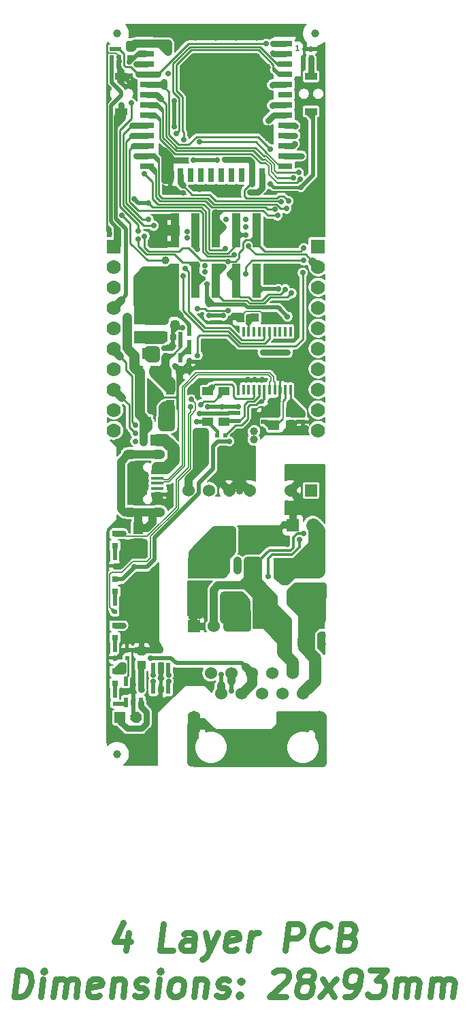
<source format=gbr>
G04 #@! TF.GenerationSoftware,KiCad,Pcbnew,5.1.0-rc2-unknown-036be7d~80~ubuntu16.04.1*
G04 #@! TF.CreationDate,2021-12-23T14:11:39+02:00*
G04 #@! TF.ProjectId,ESP32-PoE-ISO_Rev_I,45535033-322d-4506-9f45-2d49534f5f52,I*
G04 #@! TF.SameCoordinates,Original*
G04 #@! TF.FileFunction,Copper,L1,Top*
G04 #@! TF.FilePolarity,Positive*
%FSLAX46Y46*%
G04 Gerber Fmt 4.6, Leading zero omitted, Abs format (unit mm)*
G04 Created by KiCad (PCBNEW 5.1.0-rc2-unknown-036be7d~80~ubuntu16.04.1) date 2021-12-23 14:11:39*
%MOMM*%
%LPD*%
G04 APERTURE LIST*
%ADD10C,0.158750*%
%ADD11C,0.762000*%
%ADD12C,1.300000*%
%ADD13C,2.000000*%
%ADD14R,5.000000X5.000000*%
%ADD15R,1.800000X0.800000*%
%ADD16R,0.800000X1.800000*%
%ADD17R,1.500000X0.900000*%
%ADD18R,3.000000X1.600000*%
%ADD19C,1.524000*%
%ADD20R,1.524000X1.524000*%
%ADD21R,1.400000X1.400000*%
%ADD22C,1.400000*%
%ADD23R,1.400000X1.200000*%
%ADD24R,1.400000X1.000000*%
%ADD25R,1.000000X1.400000*%
%ADD26R,0.550000X0.500000*%
%ADD27R,0.550000X1.200000*%
%ADD28R,1.270000X1.524000*%
%ADD29R,0.800000X0.800000*%
%ADD30R,0.500000X0.550000*%
%ADD31C,1.778000*%
%ADD32R,1.778000X1.778000*%
%ADD33R,1.016000X1.016000*%
%ADD34R,0.325000X1.270000*%
%ADD35C,1.000000*%
%ADD36R,0.400000X0.400000*%
%ADD37R,1.422400X1.422400*%
%ADD38R,3.200000X2.500000*%
%ADD39R,1.000000X4.250000*%
%ADD40R,1.650000X0.500000*%
%ADD41R,1.650000X0.325000*%
%ADD42R,1.000000X1.100000*%
%ADD43O,1.800000X1.200000*%
%ADD44O,1.600000X2.999999*%
%ADD45R,2.000000X1.700000*%
%ADD46R,1.524000X1.778000*%
%ADD47C,1.800000*%
%ADD48C,0.700000*%
%ADD49C,0.900000*%
%ADD50C,0.508000*%
%ADD51C,1.270000*%
%ADD52C,1.219200*%
%ADD53C,1.016000*%
%ADD54C,0.254000*%
%ADD55C,0.609600*%
%ADD56C,0.152400*%
%ADD57C,0.330200*%
%ADD58C,0.406400*%
%ADD59C,0.203200*%
%ADD60C,0.965200*%
%ADD61C,0.711200*%
%ADD62C,1.524000*%
%ADD63C,0.355600*%
%ADD64C,0.127000*%
%ADD65C,0.157480*%
%ADD66C,1.778000*%
G04 APERTURE END LIST*
D10*
X114481428Y-98839261D02*
X114118571Y-98839261D01*
X114300000Y-98839261D02*
X114300000Y-98204261D01*
X114239523Y-98294976D01*
X114179047Y-98355452D01*
X114118571Y-98385690D01*
D11*
X93238108Y-208524928D02*
X92962941Y-210726261D01*
X92609155Y-207267023D02*
X91528144Y-209625595D01*
X93572239Y-209625595D01*
X98780751Y-210726261D02*
X97208370Y-210726261D01*
X97621120Y-207424261D01*
X101296560Y-210726261D02*
X101512763Y-208996642D01*
X101394834Y-208682166D01*
X101100013Y-208524928D01*
X100471060Y-208524928D01*
X100136929Y-208682166D01*
X101316215Y-210569023D02*
X100982084Y-210726261D01*
X100195894Y-210726261D01*
X99901072Y-210569023D01*
X99783144Y-210254547D01*
X99822453Y-209940071D01*
X100019001Y-209625595D01*
X100353132Y-209468357D01*
X101139322Y-209468357D01*
X101473453Y-209311119D01*
X102829632Y-208524928D02*
X103340655Y-210726261D01*
X104402013Y-208524928D02*
X103340655Y-210726261D01*
X102927905Y-211512452D01*
X102751013Y-211669690D01*
X102416882Y-211826928D01*
X106662310Y-210569023D02*
X106328179Y-210726261D01*
X105699227Y-210726261D01*
X105404405Y-210569023D01*
X105286477Y-210254547D01*
X105443715Y-208996642D01*
X105640263Y-208682166D01*
X105974394Y-208524928D01*
X106603346Y-208524928D01*
X106898167Y-208682166D01*
X107016096Y-208996642D01*
X106976786Y-209311119D01*
X105365096Y-209625595D01*
X108215036Y-210726261D02*
X108490203Y-208524928D01*
X108411584Y-209153880D02*
X108608132Y-208839404D01*
X108785025Y-208682166D01*
X109119155Y-208524928D01*
X109433632Y-208524928D01*
X112774941Y-210726261D02*
X113187691Y-207424261D01*
X114445596Y-207424261D01*
X114740417Y-207581500D01*
X114878001Y-207738738D01*
X114995929Y-208053214D01*
X114936965Y-208524928D01*
X114740417Y-208839404D01*
X114563525Y-208996642D01*
X114229394Y-209153880D01*
X112971489Y-209153880D01*
X118003108Y-210411785D02*
X117826215Y-210569023D01*
X117334846Y-210726261D01*
X117020370Y-210726261D01*
X116568310Y-210569023D01*
X116293144Y-210254547D01*
X116175215Y-209940071D01*
X116096596Y-209311119D01*
X116155560Y-208839404D01*
X116391417Y-208210452D01*
X116587965Y-207895976D01*
X116941751Y-207581500D01*
X117433120Y-207424261D01*
X117747596Y-207424261D01*
X118199655Y-207581500D01*
X118337239Y-207738738D01*
X120695810Y-208996642D02*
X121147870Y-209153880D01*
X121285453Y-209311119D01*
X121403382Y-209625595D01*
X121344417Y-210097309D01*
X121147870Y-210411785D01*
X120970977Y-210569023D01*
X120636846Y-210726261D01*
X119378941Y-210726261D01*
X119791691Y-207424261D01*
X120892358Y-207424261D01*
X121187179Y-207581500D01*
X121324763Y-207738738D01*
X121442691Y-208053214D01*
X121403382Y-208367690D01*
X121206834Y-208682166D01*
X121029941Y-208839404D01*
X120695810Y-208996642D01*
X119595144Y-208996642D01*
X79047370Y-216441261D02*
X79460120Y-213139261D01*
X80246310Y-213139261D01*
X80698370Y-213296500D01*
X80973536Y-213610976D01*
X81091465Y-213925452D01*
X81170084Y-214554404D01*
X81111120Y-215026119D01*
X80875263Y-215655071D01*
X80678715Y-215969547D01*
X80324929Y-216284023D01*
X79833560Y-216441261D01*
X79047370Y-216441261D01*
X82349370Y-216441261D02*
X82624536Y-214239928D01*
X82762120Y-213139261D02*
X82585227Y-213296500D01*
X82722810Y-213453738D01*
X82899703Y-213296500D01*
X82762120Y-213139261D01*
X82722810Y-213453738D01*
X83921751Y-216441261D02*
X84196917Y-214239928D01*
X84157608Y-214554404D02*
X84334501Y-214397166D01*
X84668632Y-214239928D01*
X85140346Y-214239928D01*
X85435167Y-214397166D01*
X85553096Y-214711642D01*
X85336894Y-216441261D01*
X85553096Y-214711642D02*
X85749644Y-214397166D01*
X86083775Y-214239928D01*
X86555489Y-214239928D01*
X86850310Y-214397166D01*
X86968239Y-214711642D01*
X86752036Y-216441261D01*
X89601977Y-216284023D02*
X89267846Y-216441261D01*
X88638894Y-216441261D01*
X88344072Y-216284023D01*
X88226144Y-215969547D01*
X88383382Y-214711642D01*
X88579929Y-214397166D01*
X88914060Y-214239928D01*
X89543013Y-214239928D01*
X89837834Y-214397166D01*
X89955763Y-214711642D01*
X89916453Y-215026119D01*
X88304763Y-215340595D01*
X91429870Y-214239928D02*
X91154703Y-216441261D01*
X91390560Y-214554404D02*
X91567453Y-214397166D01*
X91901584Y-214239928D01*
X92373298Y-214239928D01*
X92668120Y-214397166D01*
X92786048Y-214711642D01*
X92569846Y-216441261D01*
X94004644Y-216284023D02*
X94299465Y-216441261D01*
X94928417Y-216441261D01*
X95262548Y-216284023D01*
X95459096Y-215969547D01*
X95478751Y-215812309D01*
X95360822Y-215497833D01*
X95066001Y-215340595D01*
X94594286Y-215340595D01*
X94299465Y-215183357D01*
X94181536Y-214868880D01*
X94201191Y-214711642D01*
X94397739Y-214397166D01*
X94731870Y-214239928D01*
X95203584Y-214239928D01*
X95498405Y-214397166D01*
X96815275Y-216441261D02*
X97090441Y-214239928D01*
X97228025Y-213139261D02*
X97051132Y-213296500D01*
X97188715Y-213453738D01*
X97365608Y-213296500D01*
X97228025Y-213139261D01*
X97188715Y-213453738D01*
X98859370Y-216441261D02*
X98564548Y-216284023D01*
X98426965Y-216126785D01*
X98309036Y-215812309D01*
X98426965Y-214868880D01*
X98623513Y-214554404D01*
X98800405Y-214397166D01*
X99134536Y-214239928D01*
X99606251Y-214239928D01*
X99901072Y-214397166D01*
X100038655Y-214554404D01*
X100156584Y-214868880D01*
X100038655Y-215812309D01*
X99842108Y-216126785D01*
X99665215Y-216284023D01*
X99331084Y-216441261D01*
X98859370Y-216441261D01*
X101650346Y-214239928D02*
X101375179Y-216441261D01*
X101611036Y-214554404D02*
X101787929Y-214397166D01*
X102122060Y-214239928D01*
X102593775Y-214239928D01*
X102888596Y-214397166D01*
X103006525Y-214711642D01*
X102790322Y-216441261D01*
X104225120Y-216284023D02*
X104519941Y-216441261D01*
X105148894Y-216441261D01*
X105483025Y-216284023D01*
X105679572Y-215969547D01*
X105699227Y-215812309D01*
X105581298Y-215497833D01*
X105286477Y-215340595D01*
X104814763Y-215340595D01*
X104519941Y-215183357D01*
X104402013Y-214868880D01*
X104421667Y-214711642D01*
X104618215Y-214397166D01*
X104952346Y-214239928D01*
X105424060Y-214239928D01*
X105718882Y-214397166D01*
X107075060Y-216126785D02*
X107212644Y-216284023D01*
X107035751Y-216441261D01*
X106898167Y-216284023D01*
X107075060Y-216126785D01*
X107035751Y-216441261D01*
X107291263Y-214397166D02*
X107428846Y-214554404D01*
X107251953Y-214711642D01*
X107114370Y-214554404D01*
X107291263Y-214397166D01*
X107251953Y-214711642D01*
X111340144Y-213453738D02*
X111517036Y-213296500D01*
X111851167Y-213139261D01*
X112637358Y-213139261D01*
X112932179Y-213296500D01*
X113069763Y-213453738D01*
X113187691Y-213768214D01*
X113148382Y-214082690D01*
X112932179Y-214554404D01*
X110809465Y-216441261D01*
X112853560Y-216441261D01*
X114976275Y-214554404D02*
X114681453Y-214397166D01*
X114543870Y-214239928D01*
X114425941Y-213925452D01*
X114445596Y-213768214D01*
X114642144Y-213453738D01*
X114819036Y-213296500D01*
X115153167Y-213139261D01*
X115782120Y-213139261D01*
X116076941Y-213296500D01*
X116214525Y-213453738D01*
X116332453Y-213768214D01*
X116312798Y-213925452D01*
X116116251Y-214239928D01*
X115939358Y-214397166D01*
X115605227Y-214554404D01*
X114976275Y-214554404D01*
X114642144Y-214711642D01*
X114465251Y-214868880D01*
X114268703Y-215183357D01*
X114190084Y-215812309D01*
X114308013Y-216126785D01*
X114445596Y-216284023D01*
X114740417Y-216441261D01*
X115369370Y-216441261D01*
X115703501Y-216284023D01*
X115880394Y-216126785D01*
X116076941Y-215812309D01*
X116155560Y-215183357D01*
X116037632Y-214868880D01*
X115900048Y-214711642D01*
X115605227Y-214554404D01*
X117098989Y-216441261D02*
X119103775Y-214239928D01*
X117374155Y-214239928D02*
X118828608Y-216441261D01*
X120243751Y-216441261D02*
X120872703Y-216441261D01*
X121206834Y-216284023D01*
X121383727Y-216126785D01*
X121757167Y-215655071D01*
X121993025Y-215026119D01*
X122150263Y-213768214D01*
X122032334Y-213453738D01*
X121894751Y-213296500D01*
X121599929Y-213139261D01*
X120970977Y-213139261D01*
X120636846Y-213296500D01*
X120459953Y-213453738D01*
X120263405Y-213768214D01*
X120165132Y-214554404D01*
X120283060Y-214868880D01*
X120420644Y-215026119D01*
X120715465Y-215183357D01*
X121344417Y-215183357D01*
X121678548Y-215026119D01*
X121855441Y-214868880D01*
X122051989Y-214554404D01*
X123329548Y-213139261D02*
X125373644Y-213139261D01*
X124115739Y-214397166D01*
X124587453Y-214397166D01*
X124882275Y-214554404D01*
X125019858Y-214711642D01*
X125137786Y-215026119D01*
X125039513Y-215812309D01*
X124842965Y-216126785D01*
X124666072Y-216284023D01*
X124331941Y-216441261D01*
X123388513Y-216441261D01*
X123093691Y-216284023D01*
X122956108Y-216126785D01*
X126376036Y-216441261D02*
X126651203Y-214239928D01*
X126611894Y-214554404D02*
X126788786Y-214397166D01*
X127122917Y-214239928D01*
X127594632Y-214239928D01*
X127889453Y-214397166D01*
X128007382Y-214711642D01*
X127791179Y-216441261D01*
X128007382Y-214711642D02*
X128203929Y-214397166D01*
X128538060Y-214239928D01*
X129009774Y-214239928D01*
X129304596Y-214397166D01*
X129422525Y-214711642D01*
X129206322Y-216441261D01*
X130778703Y-216441261D02*
X131053870Y-214239928D01*
X131014560Y-214554404D02*
X131191453Y-214397166D01*
X131525584Y-214239928D01*
X131997298Y-214239928D01*
X132292120Y-214397166D01*
X132410048Y-214711642D01*
X132193846Y-216441261D01*
X132410048Y-214711642D02*
X132606596Y-214397166D01*
X132940727Y-214239928D01*
X133412441Y-214239928D01*
X133707263Y-214397166D01*
X133825191Y-214711642D01*
X133608989Y-216441261D01*
D12*
X101340000Y-106035000D03*
D13*
X103140000Y-104235000D03*
D14*
X103140000Y-104235000D03*
D15*
X112740000Y-96725000D03*
X112740000Y-97995000D03*
X112740000Y-99265000D03*
X112740000Y-100535000D03*
X112740000Y-101805000D03*
X112740000Y-103075000D03*
X112740000Y-104345000D03*
X112740000Y-105615000D03*
X112740000Y-106885000D03*
X112740000Y-108155000D03*
X112740000Y-109425000D03*
X112740000Y-110695000D03*
X112740000Y-111965000D03*
X112740000Y-113235000D03*
D16*
X109870000Y-114335000D03*
X108600000Y-114335000D03*
X107330000Y-114335000D03*
X106060000Y-114335000D03*
X104790000Y-114335000D03*
X103520000Y-114335000D03*
X102250000Y-114335000D03*
X100980000Y-114335000D03*
X99710000Y-114335000D03*
X98440000Y-114335000D03*
D15*
X95540000Y-113235000D03*
X95540000Y-111965000D03*
X95540000Y-110695000D03*
X95540000Y-109425000D03*
X95540000Y-108155000D03*
X95540000Y-106885000D03*
X95540000Y-105615000D03*
X95540000Y-104345000D03*
X95540000Y-103075000D03*
X95540000Y-101805000D03*
X95540000Y-100535000D03*
X95540000Y-99265000D03*
X95540000Y-97995000D03*
X95540000Y-96725000D03*
D12*
X104940000Y-106035000D03*
X101340000Y-102435000D03*
X104940000Y-102435000D03*
X103140000Y-102435000D03*
X103140000Y-106035000D03*
X101340000Y-104235000D03*
X104940000Y-104235000D03*
D17*
X115959000Y-106444000D03*
X115959000Y-102090000D03*
X92321000Y-106444000D03*
X92321000Y-102090000D03*
D18*
X95377000Y-132150000D03*
X95377000Y-134550000D03*
D19*
X113411000Y-153543000D03*
D20*
X115951000Y-153543000D03*
D19*
X108331000Y-153543000D03*
X105791000Y-153543000D03*
X100711000Y-153543000D03*
X103251000Y-153543000D03*
D21*
X92209620Y-181759860D03*
D22*
X94221300Y-181757320D03*
D23*
X111338000Y-143853000D03*
X113538000Y-145453000D03*
X113538000Y-143853000D03*
X111338000Y-145453000D03*
D19*
X103866000Y-170434000D03*
D20*
X101366000Y-170434000D03*
D24*
X105156000Y-145029000D03*
X105156000Y-141229000D03*
X103124000Y-145029000D03*
X103124000Y-141229000D03*
D25*
X94620000Y-140970000D03*
X98420000Y-140970000D03*
X98420000Y-143002000D03*
X94620000Y-143002000D03*
D26*
X92075000Y-99695000D03*
X92075000Y-98679000D03*
X91186000Y-98679000D03*
X91186000Y-99695000D03*
X93091000Y-173355000D03*
X93091000Y-174371000D03*
D27*
X92903000Y-179862000D03*
X93853000Y-179862000D03*
X94803000Y-179862000D03*
X92903000Y-177262000D03*
X94803000Y-177262000D03*
D28*
X94488000Y-158242000D03*
X94488000Y-160274000D03*
D29*
X91567000Y-164592000D03*
X91567000Y-166116000D03*
X91567000Y-160401000D03*
X91567000Y-158877000D03*
D26*
X97155000Y-173355000D03*
X97155000Y-174371000D03*
X100838000Y-137414000D03*
X100838000Y-136398000D03*
X100838000Y-134112000D03*
X100838000Y-135128000D03*
X91567000Y-174371000D03*
X91567000Y-173355000D03*
X91567000Y-162941000D03*
X91567000Y-161925000D03*
X91567000Y-168656000D03*
X91567000Y-167640000D03*
X91567000Y-180086000D03*
X91567000Y-179070000D03*
D30*
X104267000Y-146685000D03*
X105283000Y-146685000D03*
X110871000Y-142494000D03*
X109855000Y-142494000D03*
D31*
X116840000Y-146080000D03*
X116840000Y-143540000D03*
X116840000Y-138460000D03*
X116840000Y-141000000D03*
X116840000Y-135920000D03*
X116840000Y-133380000D03*
D32*
X116840000Y-123220000D03*
D31*
X116840000Y-125760000D03*
X116840000Y-128300000D03*
X116840000Y-130840000D03*
X91440000Y-130840000D03*
X91440000Y-128300000D03*
X91440000Y-125760000D03*
D32*
X91440000Y-123220000D03*
D31*
X91440000Y-133380000D03*
X91440000Y-135920000D03*
X91440000Y-141000000D03*
X91440000Y-138460000D03*
X91440000Y-143540000D03*
X91440000Y-146080000D03*
D33*
X99695000Y-138684000D03*
X97917000Y-138684000D03*
X94869000Y-173482000D03*
X94869000Y-175260000D03*
D27*
X99756000Y-134463000D03*
X98806000Y-134463000D03*
X97856000Y-134463000D03*
X99756000Y-137063000D03*
X97856000Y-137063000D03*
D34*
X107565000Y-141033500D03*
X108215000Y-141033500D03*
X108865000Y-141033500D03*
X109515000Y-141033500D03*
X110165000Y-141033500D03*
X110815000Y-141033500D03*
X111465000Y-141033500D03*
X112115000Y-141033500D03*
X112765000Y-141033500D03*
X113415000Y-141033500D03*
X113415000Y-133794500D03*
X112765000Y-133794500D03*
X112115000Y-133794500D03*
X111465000Y-133794500D03*
X110815000Y-133794500D03*
X110165000Y-133794500D03*
X109515000Y-133794500D03*
X108865000Y-133794500D03*
X108215000Y-133794500D03*
X107565000Y-133794500D03*
D35*
X91821000Y-186309000D03*
X116459000Y-96774000D03*
X91821000Y-96774000D03*
D29*
X91567000Y-171831000D03*
X91567000Y-170307000D03*
D33*
X99060000Y-132969000D03*
X99060000Y-131191000D03*
D29*
X91567000Y-177546000D03*
X91567000Y-176022000D03*
D33*
X107188000Y-132080000D03*
X108966000Y-132080000D03*
D25*
X94554040Y-138775440D03*
X96456500Y-138775440D03*
X95501460Y-136565640D03*
X97469960Y-145069560D03*
X95567500Y-145069560D03*
X96522540Y-147279360D03*
D26*
X115951000Y-98679000D03*
X115951000Y-99695000D03*
X114935000Y-145034000D03*
X114935000Y-144018000D03*
D36*
X106710000Y-137406000D03*
X106710000Y-136406000D03*
X105910000Y-135606000D03*
X104910000Y-135606000D03*
X104110000Y-136406000D03*
X104110000Y-137406000D03*
X104910000Y-138206000D03*
X105910000Y-138206000D03*
D37*
X105410000Y-136906000D03*
D26*
X109982000Y-144018000D03*
X109982000Y-145034000D03*
X93345000Y-99695000D03*
X93345000Y-98679000D03*
D38*
X112919000Y-163195000D03*
X102219000Y-163195000D03*
D26*
X106934000Y-144907000D03*
X106934000Y-143891000D03*
D39*
X99060000Y-127458000D03*
X99060000Y-121208000D03*
X101600000Y-127458000D03*
X101600000Y-121208000D03*
X104140000Y-127458000D03*
X104140000Y-121208000D03*
X106680000Y-127458000D03*
X106680000Y-121208000D03*
X109220000Y-127458000D03*
X109220000Y-121208000D03*
D40*
X96876000Y-151266500D03*
D41*
X96876000Y-152004000D03*
X96876000Y-152654000D03*
X96876000Y-153304000D03*
D40*
X96876000Y-154041500D03*
D42*
X92326000Y-151154000D03*
X92326000Y-154154000D03*
D43*
X93476000Y-149054000D03*
X96946000Y-149054000D03*
X96946000Y-156254000D03*
X93476000Y-156254000D03*
D27*
X96332000Y-178211000D03*
X97282000Y-178211000D03*
X98232000Y-178211000D03*
X96332000Y-175611000D03*
X98232000Y-175611000D03*
D44*
X117000000Y-182393000D03*
X101400000Y-182393000D03*
D19*
X114915000Y-178793000D03*
X113645000Y-176253000D03*
X112375000Y-178793000D03*
X111105000Y-176253000D03*
X109835000Y-178793000D03*
X108565000Y-176253000D03*
X107295000Y-178793000D03*
X106025000Y-176253000D03*
X104755000Y-178793000D03*
X103485000Y-176253000D03*
X116185000Y-157861000D03*
D20*
X113685000Y-157861000D03*
D45*
X116673000Y-169926000D03*
X111673000Y-169926000D03*
D46*
X106680000Y-169926000D03*
X109474000Y-169926000D03*
D47*
X107442000Y-167646000D03*
D33*
X114808000Y-172466000D03*
X113030000Y-172466000D03*
D35*
X93091000Y-132080000D03*
X95123000Y-147574000D03*
D48*
X92583000Y-176022000D03*
X92583000Y-175260000D03*
X92583000Y-170307000D03*
X94869000Y-178308000D03*
X94803014Y-176214986D03*
D35*
X102489000Y-107696002D03*
D48*
X97663000Y-112014000D03*
X91821000Y-147447000D03*
X99949000Y-133350000D03*
X97663000Y-135890000D03*
D49*
X106680000Y-146621500D03*
D35*
X107569000Y-147193000D03*
X110617000Y-109728000D03*
X110617000Y-108585000D03*
D48*
X114935000Y-105283000D03*
X116205000Y-105283000D03*
X114935000Y-103251000D03*
X116205000Y-103251000D03*
D35*
X107950000Y-106045000D03*
X109220000Y-104775000D03*
X107950000Y-103505000D03*
X109220000Y-102235000D03*
X110490000Y-100965000D03*
X107950000Y-100965000D03*
X105410000Y-100965000D03*
X102870000Y-100965000D03*
X109220000Y-99695000D03*
X106680000Y-99695000D03*
X104140000Y-99695000D03*
X101600000Y-99695000D03*
X100330000Y-100965000D03*
D48*
X117348000Y-112395000D03*
X117348000Y-111125000D03*
X117348000Y-109855000D03*
X117348000Y-108585000D03*
X117348000Y-107315000D03*
X117348000Y-106299000D03*
X117348000Y-105283000D03*
X117348000Y-103251000D03*
X117348000Y-102235000D03*
X117348000Y-100965000D03*
X117348000Y-99695000D03*
X117348000Y-98679000D03*
X97663000Y-115062000D03*
X97663000Y-114300000D03*
X97663000Y-113538000D03*
X114427000Y-96012000D03*
D35*
X109220000Y-97155000D03*
X106680000Y-97155000D03*
X104140000Y-97155000D03*
X101600000Y-97155000D03*
X99060000Y-96774000D03*
D48*
X93853000Y-96012000D03*
X113030000Y-96012000D03*
D35*
X110490000Y-96139000D03*
X107950000Y-96139000D03*
X105410000Y-96139000D03*
X102870000Y-96139000D03*
X100330000Y-96139000D03*
X97790000Y-96139000D03*
D48*
X102044500Y-116141500D03*
X100076000Y-116600350D03*
X97663000Y-112776000D03*
X97663000Y-111252000D03*
X115189000Y-98679000D03*
D35*
X109474000Y-108585000D03*
D48*
X95123000Y-96012000D03*
D35*
X96520000Y-96774000D03*
D48*
X108966000Y-139785743D03*
X108077000Y-139785743D03*
X109855000Y-139785743D03*
X90932000Y-121666000D03*
X90805000Y-103632000D03*
X90805000Y-104902000D03*
X114427000Y-96774000D03*
X93853000Y-96774000D03*
X92075000Y-100965000D03*
X92075000Y-100228400D03*
X97663000Y-122936000D03*
X99060000Y-138049000D03*
D35*
X98679000Y-135572500D03*
D48*
X95250000Y-161480500D03*
X101854000Y-141859000D03*
X110109000Y-131826000D03*
X114173000Y-140208000D03*
X114173000Y-138176000D03*
X115316000Y-145796000D03*
D35*
X111760000Y-142494000D03*
D48*
X91567000Y-157797496D03*
X93599000Y-160655000D03*
D35*
X96520000Y-163957000D03*
X95504000Y-170053000D03*
X95504000Y-169037000D03*
X96520000Y-170053000D03*
X96520000Y-169037000D03*
X96520000Y-171196000D03*
D48*
X93599000Y-159893000D03*
X93599000Y-161480500D03*
X94424500Y-161480500D03*
X98171000Y-154051000D03*
X98171000Y-154813000D03*
X97409000Y-154813000D03*
X96647000Y-154813000D03*
X93218000Y-184150000D03*
X91186000Y-184150000D03*
X92202000Y-184150000D03*
X94234000Y-184150000D03*
X93853000Y-177673000D03*
X92964000Y-178562000D03*
X93853000Y-178562000D03*
D35*
X96520000Y-168021000D03*
X95504000Y-168021000D03*
X95504000Y-167005000D03*
X95504000Y-165989000D03*
X95504000Y-164973000D03*
X96520000Y-164973000D03*
X106553000Y-150749000D03*
X106553000Y-151892000D03*
D48*
X105664000Y-150749000D03*
D35*
X107061000Y-153543000D03*
D48*
X93853000Y-103378000D03*
X96393000Y-180594000D03*
X96646988Y-119507000D03*
X96774000Y-179451000D03*
X106299000Y-131826000D03*
X101340570Y-141256510D03*
X94477435Y-121303850D03*
X93599000Y-105410000D03*
D35*
X96647000Y-137160000D03*
X96647000Y-136144000D03*
D48*
X114688913Y-115843128D03*
X110871000Y-115442996D03*
X110871000Y-111125000D03*
X97663000Y-102743000D03*
X98171000Y-101726988D03*
X94107000Y-147447000D03*
D35*
X98171000Y-99060000D03*
D48*
X102743000Y-126365000D03*
X102743000Y-125603000D03*
D35*
X98171000Y-98044000D03*
D48*
X94043500Y-98044000D03*
D35*
X97155000Y-98044000D03*
D48*
X93281500Y-98044000D03*
X100584000Y-122174000D03*
X100584000Y-121412000D03*
X105410000Y-119888000D03*
X107823000Y-120777000D03*
X107823000Y-119888000D03*
X97028000Y-130937000D03*
X97028000Y-129921000D03*
D35*
X97917000Y-126238000D03*
X97917000Y-127254000D03*
X97790000Y-132461000D03*
X97790000Y-131445000D03*
X97790000Y-130429000D03*
X97790000Y-129413000D03*
X108839000Y-147193000D03*
X108839000Y-146177000D03*
D48*
X104902000Y-143129000D03*
X105791000Y-147447000D03*
X93980000Y-163067994D03*
X103091479Y-143129000D03*
X106934000Y-143129000D03*
X95979490Y-174371000D03*
X100141480Y-109960758D03*
X101727000Y-145034000D03*
X94107000Y-146431000D03*
X92329000Y-105664000D03*
X93345000Y-100330000D03*
X96393000Y-120650000D03*
X111155990Y-105692601D03*
X95758000Y-119887986D03*
X99187000Y-109219994D03*
X102235000Y-142875000D03*
X94107000Y-145415000D03*
X111252000Y-99187000D03*
X111155990Y-103152601D03*
X94234000Y-100584000D03*
X105332150Y-123474968D03*
X108204000Y-123190000D03*
X95250000Y-114173000D03*
X111252000Y-98044000D03*
X106410622Y-124236990D03*
X114759018Y-111965009D03*
X94466418Y-122311477D03*
X115062000Y-124968000D03*
X102480368Y-127243213D03*
X107823000Y-126619000D03*
X108331000Y-116459000D03*
X95758000Y-117856000D03*
X93929098Y-117348014D03*
X107823000Y-121793000D03*
X112259169Y-117673446D03*
X111800119Y-119360801D03*
X105029000Y-120777000D03*
X112903011Y-118514828D03*
X111887000Y-128523990D03*
X94234000Y-111965000D03*
X105226229Y-112447424D03*
X113157000Y-117602000D03*
X112747155Y-128552845D03*
X105791000Y-126619000D03*
X113918984Y-110490016D03*
X105029000Y-125730000D03*
X113538000Y-129032000D03*
X110617000Y-107569000D03*
X97536000Y-147279360D03*
X98044000Y-148082000D03*
X98552000Y-147447000D03*
X102108000Y-144018000D03*
X108204000Y-132715000D03*
X108204000Y-131953000D03*
X104267000Y-112522000D03*
X101346000Y-112522000D03*
X98963958Y-105156000D03*
X98933000Y-108331000D03*
D35*
X102108000Y-167005000D03*
X102108000Y-165989000D03*
X117284500Y-171577000D03*
X117284500Y-172593000D03*
D48*
X113030000Y-159512000D03*
X109855000Y-158496000D03*
D35*
X108839000Y-158496000D03*
X108839000Y-160782000D03*
X108839000Y-159639000D03*
D48*
X109855000Y-159258000D03*
X109855000Y-160020000D03*
X109855000Y-160782000D03*
D35*
X107696000Y-159639000D03*
X107696000Y-160782000D03*
X107696000Y-158496000D03*
D48*
X101092000Y-167767000D03*
X101092000Y-168529000D03*
X101092000Y-169291000D03*
D35*
X102108000Y-168021000D03*
X102108000Y-169037000D03*
D48*
X113030000Y-160254190D03*
D35*
X102489000Y-150368000D03*
X101727000Y-151130000D03*
X102743000Y-146304000D03*
X101727000Y-146304000D03*
X101727000Y-147447000D03*
X98552000Y-145669000D03*
X98552000Y-144526000D03*
D48*
X108077000Y-165735000D03*
D35*
X108077000Y-163449000D03*
X108077000Y-162306000D03*
D48*
X115011196Y-158927796D03*
X113030000Y-173482000D03*
D35*
X111887000Y-168529000D03*
X111887000Y-171323000D03*
D48*
X113284000Y-167195500D03*
X113284000Y-166370000D03*
X113792000Y-165608000D03*
X113665000Y-167894000D03*
X114681000Y-165354000D03*
X115697000Y-165354000D03*
X115189000Y-173450250D03*
X114622118Y-114876118D03*
X113792000Y-114681000D03*
X110393990Y-98044000D03*
X101790500Y-123571000D03*
X100330005Y-125984000D03*
X100076000Y-126873000D03*
X113030000Y-131953000D03*
X113030000Y-136398000D03*
X102997000Y-127889000D03*
X103250997Y-130428997D03*
X105029000Y-131826000D03*
X103251000Y-131826000D03*
X109981990Y-136398000D03*
X102108008Y-110236000D03*
X113982500Y-108250103D03*
X95250000Y-121950986D03*
X115062000Y-123444000D03*
X105664000Y-125095000D03*
X114427000Y-114046000D03*
X96774000Y-104394000D03*
X105664000Y-131191000D03*
X101854000Y-130937000D03*
X113967984Y-109425000D03*
X114935000Y-126492000D03*
X101854000Y-136779000D03*
X111441342Y-118615666D03*
X100965006Y-143129000D03*
X98234500Y-177293513D03*
X104775000Y-176402960D03*
X98234500Y-176466500D03*
X106044996Y-178435000D03*
X96329499Y-177294710D03*
X96330699Y-176467699D03*
D35*
X114935000Y-181483000D03*
X101092000Y-185420000D03*
X101092000Y-187325000D03*
X102870000Y-182880000D03*
X114935000Y-182880000D03*
X113538000Y-182880000D03*
X112395000Y-185420000D03*
X111125000Y-184150000D03*
X109855000Y-185420000D03*
X117387990Y-185420000D03*
X117387990Y-187387990D03*
X111125000Y-186690000D03*
X108585000Y-186690000D03*
X108585000Y-184150000D03*
X107315000Y-185420000D03*
X106045000Y-186690000D03*
X106045000Y-184150000D03*
D48*
X101092000Y-142240000D03*
D35*
X97853500Y-124968000D03*
D48*
X92456000Y-119380000D03*
D35*
X102743000Y-161417000D03*
X102743000Y-160020000D03*
X104521000Y-162179000D03*
X104521000Y-163322000D03*
X106045000Y-158877000D03*
X106045000Y-160020000D03*
X106045000Y-161163000D03*
X101473000Y-161417000D03*
D48*
X114565912Y-159674791D03*
X110617000Y-164211000D03*
D35*
X112903000Y-164846000D03*
X105156000Y-166624000D03*
X105156000Y-167640000D03*
X105156000Y-168656000D03*
X106807000Y-163449000D03*
X106807000Y-162306000D03*
D50*
X91694000Y-123063000D02*
X91440000Y-123317000D01*
X91694000Y-121158000D02*
X91694000Y-123063000D01*
X91440000Y-123220000D02*
X91186000Y-122966000D01*
D51*
X94554040Y-138775440D02*
X93980000Y-138201400D01*
X93980000Y-138201400D02*
X93980000Y-136779000D01*
D52*
X93091000Y-135890000D02*
X93091000Y-132080000D01*
X93980000Y-136779000D02*
X93091000Y-135890000D01*
D53*
X95123000Y-146304000D02*
X95123000Y-147574000D01*
X95758000Y-145669000D02*
X95758000Y-145161000D01*
X95123000Y-146304000D02*
X95758000Y-145669000D01*
X95123000Y-145514060D02*
X95123000Y-146304000D01*
X95123000Y-146304000D02*
X95123000Y-144653000D01*
X95567500Y-145069560D02*
X95123000Y-145514060D01*
D51*
X94615000Y-144117060D02*
X94615000Y-143002000D01*
X95567500Y-145069560D02*
X94615000Y-144117060D01*
X94615000Y-138836400D02*
X94615000Y-140970000D01*
X94620000Y-140970000D02*
X94620000Y-142245000D01*
X94620000Y-143002000D02*
X94620000Y-142245000D01*
D11*
X92583000Y-170307000D02*
X91567000Y-170307000D01*
X92583000Y-176022017D02*
X92583000Y-175260000D01*
X91567000Y-176022000D02*
X92583000Y-176022000D01*
X92329000Y-175260000D02*
X91567000Y-176022000D01*
X92583000Y-175260000D02*
X92329000Y-175260000D01*
X94803000Y-176215000D02*
X94803014Y-176214986D01*
X94803000Y-177262000D02*
X94803000Y-176215000D01*
X94803014Y-176214986D02*
X94803014Y-175325986D01*
X94803014Y-175325986D02*
X94869000Y-175260000D01*
X94803000Y-178242000D02*
X94869000Y-178308000D01*
X94803000Y-177262000D02*
X94803000Y-178242000D01*
D50*
X91694000Y-120777000D02*
X91694000Y-121158000D01*
X91186000Y-102870000D02*
X92329000Y-104013000D01*
X91186000Y-99695000D02*
X91186000Y-102870000D01*
X92329000Y-104013000D02*
X92329000Y-104457500D01*
X92329000Y-104457500D02*
X91039021Y-105747479D01*
X91039021Y-105747479D02*
X91039021Y-120122021D01*
X91039021Y-120122021D02*
X91694000Y-120777000D01*
X92075000Y-123190000D02*
X91440000Y-123190000D01*
X91694000Y-120777000D02*
X92075000Y-121158000D01*
X92075000Y-121158000D02*
X92075000Y-123190000D01*
X114931000Y-146405600D02*
X112649010Y-146405600D01*
X114935000Y-145643610D02*
X114935000Y-146405600D01*
X114935000Y-145923000D02*
X114935000Y-145669000D01*
D54*
X112395000Y-146431000D02*
X112522000Y-146431000D01*
X112395000Y-146431000D02*
X114681000Y-146431000D01*
X110396798Y-146431000D02*
X112395000Y-146431000D01*
X114681000Y-146431000D02*
X115316000Y-145796000D01*
D50*
X103124000Y-106045000D02*
X102489000Y-106680000D01*
X102489000Y-106680000D02*
X102489000Y-106988896D01*
X102489000Y-106988896D02*
X102489000Y-107696002D01*
D11*
X98425000Y-112014000D02*
X98425000Y-112776000D01*
X97663000Y-111252000D02*
X98425000Y-112014000D01*
X98440000Y-114785000D02*
X98425000Y-114770000D01*
X98440000Y-113917026D02*
X98440000Y-114785000D01*
X98425000Y-112776000D02*
X97663000Y-112014000D01*
X98425000Y-114770000D02*
X98425000Y-112776000D01*
X97663000Y-113538000D02*
X97663000Y-111252000D01*
D50*
X98679000Y-135572500D02*
X98361500Y-135890000D01*
X98361500Y-135890000D02*
X97663000Y-135890000D01*
X99060000Y-132969000D02*
X99441000Y-133350000D01*
X99441000Y-133350000D02*
X99949000Y-133350000D01*
D55*
X107569000Y-145996902D02*
X108497514Y-145068388D01*
D11*
X115316000Y-145796000D02*
X115062000Y-145796000D01*
X115062000Y-145796000D02*
X114935000Y-145923000D01*
D50*
X92321000Y-102090000D02*
X92075000Y-101844000D01*
X92075000Y-101844000D02*
X92075000Y-100965000D01*
D54*
X99314000Y-141986000D02*
X99314000Y-143383000D01*
X99314000Y-139065000D02*
X99314000Y-141986000D01*
X99314000Y-141986000D02*
X97155000Y-141986000D01*
X99695000Y-138684000D02*
X99314000Y-139065000D01*
X90551000Y-184150000D02*
X90551000Y-184912000D01*
X90551000Y-169545000D02*
X90551000Y-184150000D01*
X90551000Y-184150000D02*
X91186000Y-184150000D01*
X90551000Y-169545000D02*
X90559001Y-169553001D01*
X90551000Y-162941000D02*
X90551000Y-169545000D01*
X95004001Y-169553001D02*
X95504000Y-170053000D01*
X90559001Y-169553001D02*
X95004001Y-169553001D01*
X90551000Y-158623000D02*
X91376504Y-157797496D01*
X90551000Y-162941000D02*
X90551000Y-158623000D01*
X91376504Y-157797496D02*
X91567000Y-157797496D01*
X91567000Y-162941000D02*
X90551000Y-162941000D01*
D50*
X115951000Y-98679000D02*
X117348000Y-98679000D01*
D11*
X97663000Y-114300000D02*
X97663000Y-113538000D01*
X97663000Y-114300000D02*
X97663000Y-115062000D01*
X98425000Y-115062000D02*
X98425000Y-114300000D01*
X97663000Y-115062000D02*
X98425000Y-115062000D01*
X98425000Y-114300000D02*
X97663000Y-114300000D01*
X93853000Y-96012000D02*
X93853000Y-96774000D01*
D53*
X95123000Y-96139000D02*
X93980000Y-96139000D01*
D50*
X93980000Y-96139000D02*
X93853000Y-96012000D01*
D53*
X114427000Y-96139000D02*
X114427000Y-96774000D01*
X95123000Y-96139000D02*
X114427000Y-96139000D01*
D50*
X114617500Y-96964500D02*
X114427000Y-96774000D01*
D53*
X95123000Y-96647000D02*
X95123000Y-96139000D01*
D11*
X97663000Y-121285000D02*
X97663000Y-119507000D01*
X97663000Y-122936000D02*
X97663000Y-121285000D01*
X99060000Y-121208000D02*
X97740000Y-121208000D01*
X97740000Y-121208000D02*
X97663000Y-121285000D01*
X99060000Y-119634000D02*
X98933000Y-119507000D01*
X99060000Y-121208000D02*
X99060000Y-119634000D01*
X98933000Y-119507000D02*
X97663000Y-119507000D01*
X99060000Y-122936000D02*
X98552000Y-122936000D01*
X97663000Y-122936000D02*
X98552000Y-122936000D01*
D50*
X115951000Y-98679000D02*
X115189000Y-98679000D01*
D53*
X96520000Y-96774000D02*
X97663000Y-96774000D01*
D54*
X90531010Y-121265010D02*
X90582001Y-121316001D01*
X90531010Y-105429990D02*
X90531010Y-121265010D01*
X90551000Y-105410000D02*
X90531010Y-105429990D01*
X90582001Y-121316001D02*
X90932000Y-121666000D01*
X90805000Y-105156000D02*
X90551000Y-105410000D01*
X90551000Y-103124000D02*
X90551000Y-105410000D01*
X90805000Y-104902000D02*
X90805000Y-105156000D01*
X90805000Y-103632000D02*
X90805000Y-103378000D01*
X90551000Y-99441000D02*
X90551000Y-103124000D01*
X90805000Y-103378000D02*
X90551000Y-103124000D01*
X90805000Y-103632000D02*
X90805000Y-104902000D01*
X90551000Y-98933000D02*
X90551000Y-98044000D01*
D56*
X90805000Y-99187000D02*
X90551000Y-98933000D01*
D54*
X90551000Y-99441000D02*
X90551000Y-98933000D01*
D50*
X92075000Y-100965000D02*
X92075000Y-100838000D01*
X92075000Y-100330000D02*
X92075000Y-100838000D01*
D56*
X92075000Y-99601798D02*
X91660202Y-99187000D01*
X91660202Y-99187000D02*
X90805000Y-99187000D01*
D54*
X92075000Y-99695000D02*
X92075000Y-99601798D01*
D50*
X92075000Y-99695000D02*
X92075000Y-100330000D01*
D54*
X107188000Y-132080000D02*
X107188000Y-131953000D01*
D11*
X99060000Y-121208000D02*
X99060000Y-122936000D01*
X99060000Y-138049000D02*
X99695000Y-138684000D01*
D50*
X99314000Y-132969000D02*
X99314000Y-133350000D01*
X99060000Y-132969000D02*
X99314000Y-132969000D01*
X99314000Y-133350000D02*
X98806000Y-133858000D01*
X98806000Y-133731000D02*
X98806000Y-133223000D01*
X98806000Y-134463000D02*
X98806000Y-133731000D01*
X98806000Y-133223000D02*
X99060000Y-132969000D01*
X98806000Y-134463000D02*
X98806000Y-135445500D01*
X98806000Y-135445500D02*
X98679000Y-135572500D01*
X104013000Y-137541000D02*
X104140000Y-137414000D01*
X100965000Y-137541000D02*
X104013000Y-137541000D01*
X100838000Y-137414000D02*
X100965000Y-137541000D01*
X100838000Y-137414000D02*
X100838000Y-137668000D01*
X100838000Y-137668000D02*
X100457000Y-138049000D01*
X99695000Y-138684000D02*
X99822000Y-138684000D01*
X99822000Y-138684000D02*
X100457000Y-138049000D01*
D11*
X95250000Y-159893000D02*
X93599000Y-159893000D01*
X95250000Y-161480500D02*
X95250000Y-159893000D01*
X94424500Y-161480500D02*
X95250000Y-161480500D01*
X92138500Y-162941000D02*
X93249001Y-161830499D01*
X93249001Y-161830499D02*
X93599000Y-161480500D01*
X91567000Y-162941000D02*
X92138500Y-162941000D01*
D54*
X107565000Y-132457000D02*
X107188000Y-132080000D01*
X112115000Y-138583000D02*
X112522000Y-138176000D01*
X112522000Y-138176000D02*
X114173000Y-138176000D01*
X112115000Y-139446000D02*
X112115000Y-138583000D01*
X112369000Y-139700000D02*
X113665000Y-139700000D01*
X113823001Y-139858001D02*
X114173000Y-140208000D01*
X113665000Y-139700000D02*
X113823001Y-139858001D01*
X112115000Y-140144500D02*
X112115000Y-139446000D01*
X112369000Y-139700000D02*
X112115000Y-139446000D01*
X112115000Y-139954000D02*
X112369000Y-139700000D01*
X112115000Y-140144500D02*
X112115000Y-139954000D01*
X112115000Y-141033500D02*
X112115000Y-140144500D01*
D11*
X115316000Y-145796000D02*
X114935000Y-145796000D01*
D50*
X114935000Y-146304000D02*
X112653010Y-146304000D01*
X113538000Y-145453000D02*
X113500000Y-145453000D01*
X113500000Y-145453000D02*
X112649000Y-146304000D01*
D54*
X112649000Y-146304000D02*
X113538000Y-145415000D01*
X112522000Y-146431000D02*
X112649000Y-146304000D01*
D50*
X112649010Y-146303990D02*
X112649000Y-146304000D01*
X113538000Y-145796000D02*
X113538000Y-145415000D01*
X114931000Y-145796000D02*
X113538000Y-145796000D01*
X114935000Y-145034000D02*
X114935000Y-145792000D01*
D54*
X109410500Y-144564500D02*
X109410500Y-144335500D01*
X109410500Y-144335500D02*
X109410500Y-144145000D01*
X109410500Y-144335500D02*
X109855000Y-143891000D01*
X109410500Y-144145000D02*
X110934500Y-142621000D01*
X110934500Y-142621000D02*
X110998000Y-142621000D01*
X109957000Y-144018000D02*
X109639500Y-144335500D01*
X109639500Y-144335500D02*
X109410500Y-144564500D01*
X109639500Y-144335500D02*
X110490000Y-144335500D01*
X110490000Y-144335500D02*
X110617000Y-144208500D01*
X109982000Y-144018000D02*
X109957000Y-144018000D01*
X109410500Y-144564500D02*
X109410500Y-145444702D01*
X109410500Y-145444702D02*
X110396798Y-146431000D01*
D50*
X110172500Y-144208500D02*
X110617000Y-144208500D01*
X109982000Y-144018000D02*
X110172500Y-144208500D01*
X113771000Y-145415000D02*
X113538000Y-145415000D01*
X114935000Y-145034000D02*
X114152000Y-145034000D01*
X114152000Y-145034000D02*
X113771000Y-145415000D01*
D57*
X110871000Y-142240000D02*
X111754046Y-142240000D01*
X112115000Y-141859000D02*
X111760000Y-142214000D01*
D50*
X111252000Y-143129000D02*
X110871000Y-143510000D01*
X110871000Y-142494000D02*
X111252000Y-142494000D01*
X111252000Y-142494000D02*
X111760000Y-142494000D01*
X111252000Y-142494000D02*
X111252000Y-143129000D01*
X110871000Y-142875000D02*
X110490000Y-143256000D01*
X110490000Y-143256000D02*
X109982000Y-143764000D01*
X109982000Y-144018000D02*
X110490000Y-144018000D01*
X110490000Y-144018000D02*
X110765000Y-144018000D01*
X110490000Y-143256000D02*
X110490000Y-144018000D01*
X110871000Y-142494000D02*
X110871000Y-142875000D01*
X109982000Y-143764000D02*
X109982000Y-144018000D01*
D11*
X111760000Y-143431000D02*
X111760000Y-142494000D01*
X111338000Y-143853000D02*
X111760000Y-143431000D01*
D57*
X112115000Y-141033500D02*
X112115000Y-142139000D01*
X112115000Y-142139000D02*
X111760000Y-142494000D01*
D50*
X111173000Y-144018000D02*
X110744000Y-144018000D01*
X111338000Y-143853000D02*
X111173000Y-144018000D01*
D11*
X93599000Y-161480500D02*
X93599000Y-161099500D01*
X93599000Y-161099500D02*
X93599000Y-160655000D01*
X94488000Y-161417000D02*
X94488000Y-161036000D01*
X94488000Y-161036000D02*
X94488000Y-160274000D01*
X93599000Y-161099500D02*
X93662500Y-161036000D01*
X93662500Y-161036000D02*
X94488000Y-161036000D01*
X93599000Y-161480500D02*
X94424500Y-161480500D01*
X94424500Y-161480500D02*
X94488000Y-161417000D01*
X93599000Y-160655000D02*
X93599000Y-159893000D01*
X94488000Y-159893000D02*
X94488000Y-160337500D01*
X93599000Y-159893000D02*
X94488000Y-159893000D01*
D50*
X97282000Y-154051000D02*
X97282000Y-154686000D01*
X97282000Y-154686000D02*
X97409000Y-154813000D01*
X96393000Y-154559000D02*
X96647000Y-154813000D01*
X96393000Y-154051000D02*
X96393000Y-154559000D01*
X96647000Y-154813000D02*
X97282000Y-154813000D01*
X98171000Y-154051000D02*
X98171000Y-154813000D01*
X97282000Y-154813000D02*
X98171000Y-154813000D01*
X96876000Y-154041500D02*
X98161500Y-154041500D01*
D58*
X98161500Y-154041500D02*
X98171000Y-154051000D01*
X97272500Y-154041500D02*
X97282000Y-154051000D01*
X96876000Y-154041500D02*
X97272500Y-154041500D01*
X96402500Y-154041500D02*
X96393000Y-154051000D01*
X96876000Y-154041500D02*
X96402500Y-154041500D01*
D11*
X96520000Y-172593000D02*
X96520000Y-173355000D01*
X96520000Y-168021000D02*
X96520000Y-172593000D01*
X97155000Y-173228000D02*
X96520000Y-172593000D01*
X97155000Y-173355000D02*
X97155000Y-173228000D01*
X94107000Y-173355000D02*
X94742000Y-173355000D01*
X94742000Y-173355000D02*
X95631000Y-173355000D01*
X97155000Y-173355000D02*
X96520000Y-173355000D01*
X96520000Y-173355000D02*
X95631000Y-173355000D01*
D50*
X95631000Y-173482000D02*
X95631000Y-173355000D01*
X92321000Y-102090000D02*
X92621000Y-102090000D01*
X93853000Y-103322000D02*
X93853000Y-103378000D01*
X92621000Y-102090000D02*
X93853000Y-103322000D01*
X93853000Y-179862000D02*
X93853000Y-181356000D01*
X94221300Y-181724300D02*
X93853000Y-181356000D01*
X94221300Y-181757320D02*
X94221300Y-181724300D01*
X93853000Y-179862000D02*
X93853000Y-178562000D01*
X93853000Y-178562000D02*
X93853000Y-177673000D01*
X93853000Y-178562000D02*
X92964000Y-178562000D01*
X91567000Y-174371000D02*
X91821000Y-174371000D01*
X91821000Y-174371000D02*
X92837000Y-173355000D01*
X92837000Y-173355000D02*
X93726000Y-173355000D01*
X93726000Y-173355000D02*
X94107000Y-173355000D01*
D54*
X93726000Y-177546000D02*
X93726000Y-173355000D01*
X93853000Y-177673000D02*
X93726000Y-177546000D01*
D11*
X93853000Y-96774000D02*
X93864000Y-96785000D01*
X97663000Y-119507000D02*
X96646988Y-119507000D01*
D50*
X95885000Y-184150000D02*
X94234000Y-184150000D01*
X96393000Y-183642000D02*
X95885000Y-184150000D01*
X97282000Y-178211000D02*
X97282000Y-178943000D01*
X96393000Y-179832000D02*
X96393000Y-183642000D01*
X97282000Y-178943000D02*
X96774000Y-179451000D01*
X96393000Y-179832000D02*
X96774000Y-179451000D01*
D54*
X106807000Y-132334000D02*
X106648999Y-132175999D01*
D11*
X107188000Y-132080000D02*
X106934000Y-131826000D01*
X106793974Y-131826000D02*
X106299000Y-131826000D01*
X106934000Y-131826000D02*
X106793974Y-131826000D01*
D54*
X106648999Y-132175999D02*
X106299000Y-131826000D01*
D50*
X107442000Y-146621500D02*
X107569000Y-146494500D01*
X106680000Y-146621500D02*
X107442000Y-146621500D01*
X107569000Y-145996902D02*
X107569000Y-146494500D01*
X107569000Y-146494500D02*
X107569000Y-147193000D01*
X109347000Y-144145000D02*
X109410500Y-144145000D01*
X108497514Y-145068388D02*
X108497514Y-144994486D01*
X108497514Y-144994486D02*
X109347000Y-144145000D01*
X114688999Y-97543999D02*
X115189000Y-98044000D01*
X114427000Y-96774000D02*
X114688999Y-97035999D01*
X113908000Y-96842602D02*
X113908000Y-96785000D01*
D11*
X93864000Y-96785000D02*
X113908000Y-96785000D01*
X113908000Y-96785000D02*
X114416000Y-96785000D01*
D50*
X115189000Y-98044000D02*
X115189000Y-98679000D01*
X114688999Y-97536000D02*
X114688999Y-96948398D01*
X113908000Y-96785000D02*
X113937999Y-96785000D01*
X113937999Y-96785000D02*
X114688999Y-97536000D01*
D56*
X90551000Y-99390200D02*
X90551000Y-99441000D01*
X90754200Y-99187000D02*
X90551000Y-99390200D01*
X90805000Y-99187000D02*
X90754200Y-99187000D01*
D59*
X109578140Y-131295140D02*
X110109000Y-131826000D01*
X107845860Y-131295140D02*
X109578140Y-131295140D01*
X107188000Y-131953000D02*
X107845860Y-131295140D01*
D57*
X112026700Y-144259300D02*
X112014000Y-144272000D01*
X112026700Y-142238800D02*
X112026700Y-144259300D01*
X112115000Y-142150500D02*
X112026700Y-142238800D01*
D50*
X111925100Y-144208500D02*
X111937800Y-144221200D01*
X110617000Y-144208500D02*
X111925100Y-144208500D01*
D53*
X96647000Y-136144000D02*
X96647000Y-137160000D01*
X95558894Y-136779000D02*
X95504000Y-136779000D01*
X96647000Y-137160000D02*
X95939894Y-137160000D01*
X95939894Y-137160000D02*
X95558894Y-136779000D01*
X95758000Y-136144000D02*
X95948500Y-136144000D01*
X95504000Y-136398000D02*
X95758000Y-136144000D01*
X95948500Y-136144000D02*
X96647000Y-136144000D01*
X95504000Y-136779000D02*
X95504000Y-136525000D01*
D50*
X92209620Y-181759860D02*
X92209620Y-181998620D01*
D11*
X92209620Y-182252620D02*
X92209620Y-181759860D01*
X93091000Y-183134000D02*
X92209620Y-182252620D01*
X94869000Y-183134000D02*
X93091000Y-183134000D01*
X95504000Y-181102000D02*
X95504000Y-182499000D01*
X95504000Y-182499000D02*
X94869000Y-183134000D01*
X94803000Y-180401000D02*
X95504000Y-181102000D01*
X94803000Y-179862000D02*
X94803000Y-180401000D01*
D54*
X94477435Y-120512435D02*
X94477435Y-121303850D01*
X92182043Y-118217043D02*
X94477435Y-120512435D01*
X92182043Y-108731957D02*
X92182043Y-118217043D01*
X93599000Y-105410000D02*
X93599000Y-107315000D01*
X93599000Y-107315000D02*
X92182043Y-108731957D01*
D50*
X115959000Y-99822000D02*
X115951000Y-99814000D01*
X115951000Y-99814000D02*
X115951000Y-99695000D01*
D11*
X115959000Y-102090000D02*
X115959000Y-99822000D01*
X97663000Y-103378000D02*
X97360000Y-103075000D01*
X97663000Y-102743000D02*
X97663000Y-103378000D01*
X97331000Y-103075000D02*
X97663000Y-102743000D01*
D50*
X116205000Y-107315000D02*
X115570000Y-106680000D01*
X116205000Y-107569000D02*
X116205000Y-114327041D01*
X116205000Y-106680000D02*
X116205000Y-107569000D01*
X116205000Y-107569000D02*
X116205000Y-107315000D01*
X115969000Y-106444000D02*
X116205000Y-106680000D01*
X115959000Y-106444000D02*
X115969000Y-106444000D01*
X116205000Y-114327041D02*
X114688913Y-115843128D01*
D58*
X111271132Y-115843128D02*
X114193939Y-115843128D01*
X110871000Y-115442996D02*
X111271132Y-115843128D01*
X114193939Y-115843128D02*
X114688913Y-115843128D01*
D11*
X95540000Y-103075000D02*
X97331000Y-103075000D01*
D54*
X100763232Y-110564768D02*
X101727000Y-109601000D01*
X109347000Y-109601000D02*
X110871000Y-111125000D01*
X98298033Y-109372502D02*
X99490299Y-110564768D01*
X101727000Y-109601000D02*
X109347000Y-109601000D01*
X99490299Y-110564768D02*
X100763232Y-110564768D01*
X98298033Y-104013033D02*
X98298033Y-109372502D01*
X97663000Y-103378000D02*
X98298033Y-104013033D01*
D53*
X94361000Y-128270000D02*
X97917000Y-128270000D01*
X97917000Y-128270000D02*
X98298000Y-127889000D01*
X94805500Y-126682500D02*
X94361000Y-127127000D01*
X95250000Y-126238000D02*
X94805500Y-126682500D01*
X94805500Y-126682500D02*
X97345500Y-126682500D01*
X97345500Y-126682500D02*
X97917000Y-127254000D01*
X94361000Y-129413000D02*
X94361000Y-129921000D01*
X94361000Y-128905000D02*
X94361000Y-129413000D01*
X94361000Y-129413000D02*
X96520000Y-129413000D01*
X96520000Y-129413000D02*
X97790000Y-129413000D01*
X98171000Y-99060000D02*
X97155000Y-98044000D01*
X97155000Y-98044000D02*
X98171000Y-98044000D01*
X98171000Y-98044000D02*
X98171000Y-99060000D01*
X94043500Y-98044000D02*
X97155000Y-98044000D01*
D50*
X100838000Y-134112000D02*
X100838000Y-132969000D01*
X100838000Y-132969000D02*
X99695000Y-131826000D01*
D60*
X94361000Y-130429000D02*
X94361000Y-132334000D01*
D53*
X94361000Y-129921000D02*
X94361000Y-130429000D01*
X96520000Y-130429000D02*
X96901000Y-130048000D01*
X94361000Y-130429000D02*
X96520000Y-130429000D01*
X97790000Y-128397000D02*
X98298000Y-127889000D01*
X98298000Y-127889000D02*
X98933000Y-127254000D01*
X94361000Y-129921000D02*
X97028000Y-129921000D01*
X94361000Y-128270000D02*
X94361000Y-128905000D01*
X94361000Y-128905000D02*
X97917000Y-128905000D01*
X97917000Y-128905000D02*
X98044000Y-129032000D01*
X98298000Y-127889000D02*
X94742000Y-127889000D01*
X94361000Y-127635000D02*
X94361000Y-128270000D01*
X94742000Y-127889000D02*
X94361000Y-128270000D01*
X94361000Y-127127000D02*
X94361000Y-127635000D01*
X94742000Y-127254000D02*
X94361000Y-127635000D01*
X97917000Y-127254000D02*
X94742000Y-127254000D01*
X97917000Y-126238000D02*
X95250000Y-126238000D01*
D11*
X93281500Y-98615500D02*
X93662500Y-98615500D01*
X93281500Y-98044000D02*
X93281500Y-98615500D01*
X93662500Y-98615500D02*
X94234000Y-98044000D01*
X94043500Y-98044000D02*
X93281500Y-98044000D01*
D50*
X93345000Y-98679000D02*
X93345000Y-98044000D01*
X98933000Y-125603000D02*
X98933000Y-127254000D01*
X98552000Y-125603000D02*
X98933000Y-125603000D01*
X97917000Y-126238000D02*
X98552000Y-125603000D01*
D53*
X98933000Y-126546894D02*
X98933000Y-127381000D01*
X98624106Y-126238000D02*
X98933000Y-126546894D01*
X97917000Y-126238000D02*
X98624106Y-126238000D01*
X97917000Y-127254000D02*
X97917000Y-129286000D01*
X97917000Y-129286000D02*
X97790000Y-129413000D01*
X97917000Y-126238000D02*
X97917000Y-127254000D01*
X97790000Y-132461000D02*
X97790000Y-131445000D01*
X97790000Y-132461000D02*
X96901000Y-132461000D01*
D11*
X99695000Y-131826000D02*
X99187000Y-131318000D01*
X99695000Y-131826000D02*
X99449001Y-131580001D01*
X98289999Y-131580001D02*
X97790000Y-132080000D01*
X99449001Y-131580001D02*
X98289999Y-131580001D01*
D53*
X97790000Y-132080000D02*
X99060000Y-130810000D01*
X99060000Y-130492500D02*
X99060000Y-128905000D01*
X99060000Y-131191000D02*
X99060000Y-130492500D01*
X97790000Y-131064000D02*
X97790000Y-130492500D01*
X99060000Y-130492500D02*
X97790000Y-130492500D01*
X97790000Y-130492500D02*
X97790000Y-130048000D01*
X99060000Y-131191000D02*
X97917000Y-131191000D01*
X97917000Y-131191000D02*
X97790000Y-131064000D01*
X96901000Y-132461000D02*
X95504000Y-132461000D01*
X96901000Y-131064000D02*
X96901000Y-132461000D01*
X95504000Y-132461000D02*
X95377000Y-132334000D01*
X97790000Y-132080000D02*
X97790000Y-131064000D01*
X97781465Y-131055465D02*
X97790000Y-131064000D01*
X96782535Y-131055465D02*
X97781465Y-131055465D01*
X95307000Y-132080000D02*
X94869000Y-132080000D01*
X95377000Y-132150000D02*
X95307000Y-132080000D01*
X94869000Y-132080000D02*
X94488000Y-131699000D01*
X95123000Y-131064000D02*
X96139000Y-131064000D01*
X94488000Y-131699000D02*
X95123000Y-131064000D01*
X96139000Y-130048000D02*
X95123000Y-131064000D01*
X97155000Y-129032000D02*
X96139000Y-130048000D01*
X96139000Y-131064000D02*
X96901000Y-131064000D01*
X96139000Y-130048000D02*
X96139000Y-131064000D01*
X97917000Y-130048000D02*
X98933000Y-129032000D01*
X98044000Y-129032000D02*
X97155000Y-129032000D01*
X98806000Y-129032000D02*
X98044000Y-129032000D01*
X97917000Y-130048000D02*
X97917000Y-129159000D01*
X97917000Y-129159000D02*
X98044000Y-129032000D01*
X97917000Y-130048000D02*
X96901000Y-130048000D01*
X96901000Y-130048000D02*
X96901000Y-131064000D01*
X97155000Y-129032000D02*
X97790000Y-128397000D01*
X97790000Y-128397000D02*
X99060000Y-128397000D01*
X99060000Y-128778000D02*
X98806000Y-129032000D01*
X99060000Y-127458000D02*
X99060000Y-128778000D01*
D50*
X103091479Y-143129000D02*
X104902000Y-143129000D01*
D53*
X108565000Y-176253000D02*
X108562000Y-176253000D01*
D50*
X108077000Y-175768000D02*
X107823000Y-175514000D01*
D53*
X108562000Y-176253000D02*
X107823000Y-175514000D01*
D50*
X91567000Y-164592000D02*
X92475000Y-164592000D01*
X93980000Y-163087000D02*
X93980000Y-163067994D01*
X92475000Y-164592000D02*
X93980000Y-163087000D01*
X97155000Y-174371000D02*
X97280801Y-174371000D01*
X108585000Y-176276000D02*
X108077000Y-175768000D01*
D51*
X108585000Y-177503000D02*
X108585000Y-176276000D01*
X107295000Y-178793000D02*
X108585000Y-177503000D01*
D50*
X107315010Y-175006010D02*
X107823000Y-175514000D01*
X99187010Y-175006010D02*
X107315010Y-175006010D01*
X97280801Y-174371000D02*
X98552000Y-174371000D01*
X98552000Y-174371000D02*
X99187010Y-175006010D01*
X97155000Y-174371000D02*
X95979490Y-174371000D01*
X97280801Y-174371000D02*
X95979490Y-174371000D01*
X97091500Y-174371000D02*
X95979490Y-174371000D01*
X95551521Y-163067994D02*
X94474974Y-163067994D01*
X96494610Y-162124904D02*
X95551521Y-163067994D01*
X104346962Y-147447000D02*
X103759000Y-148034962D01*
X94474974Y-163067994D02*
X93980000Y-163067994D01*
X96494610Y-159404022D02*
X96494610Y-162124904D01*
X105791000Y-147447000D02*
X104346962Y-147447000D01*
X103759000Y-148034962D02*
X103759000Y-150876000D01*
X103759000Y-150876000D02*
X101981000Y-152654000D01*
X101981000Y-152654000D02*
X101981000Y-153917632D01*
X101981000Y-153917632D02*
X96494610Y-159404022D01*
X104902000Y-143129000D02*
X106934000Y-143129000D01*
X103124000Y-145029000D02*
X101732000Y-145029000D01*
X101732000Y-145029000D02*
X101727000Y-145034000D01*
D54*
X92456000Y-142016000D02*
X93345000Y-142905000D01*
D53*
X91440000Y-141000000D02*
X92456000Y-142016000D01*
D54*
X93345000Y-145669000D02*
X94107000Y-146431000D01*
X93345000Y-142905000D02*
X93345000Y-145669000D01*
X112092000Y-101805000D02*
X111254000Y-100967000D01*
X112740000Y-101805000D02*
X112092000Y-101805000D01*
X112564000Y-101981000D02*
X111950500Y-101981000D01*
X112740000Y-101805000D02*
X112564000Y-101981000D01*
X111950500Y-101981000D02*
X111254000Y-101284500D01*
X111254000Y-101284500D02*
X111254000Y-100967000D01*
X111252000Y-100623870D02*
X111252000Y-100967000D01*
X109434141Y-98806011D02*
X111252000Y-100623870D01*
X101028500Y-98806011D02*
X109434141Y-98806011D01*
X100141480Y-109031480D02*
X99949000Y-108839000D01*
X100141480Y-109960758D02*
X100141480Y-109031480D01*
X99949000Y-108839000D02*
X99949000Y-104648000D01*
X99949000Y-104648000D02*
X99187000Y-103886000D01*
X99187000Y-100647511D02*
X101028500Y-98806011D01*
X111252000Y-100967000D02*
X111254000Y-100967000D01*
X99187000Y-103886000D02*
X99187000Y-100647511D01*
D58*
X104267000Y-146172000D02*
X103124000Y-145029000D01*
X104267000Y-146685000D02*
X104267000Y-146172000D01*
D50*
X91674032Y-107969968D02*
X91674032Y-108350968D01*
X91674032Y-107969968D02*
X91674032Y-107868968D01*
X92321000Y-106444000D02*
X92329000Y-106436000D01*
D11*
X92329000Y-106436000D02*
X92329000Y-105664000D01*
D53*
X92329000Y-129921000D02*
X91440000Y-130810000D01*
D50*
X94043500Y-99695000D02*
X93408500Y-100330000D01*
X93408500Y-100330000D02*
X93345000Y-100330000D01*
X94043500Y-99695000D02*
X93345000Y-99695000D01*
X93345000Y-99695000D02*
X93345000Y-100330000D01*
X94615000Y-99123500D02*
X94043500Y-99695000D01*
X95540000Y-99265000D02*
X95398500Y-99123500D01*
X95398500Y-99123500D02*
X94615000Y-99123500D01*
X95540000Y-99265000D02*
X95389400Y-99415600D01*
X94322900Y-99415600D02*
X94043500Y-99695000D01*
X95389400Y-99415600D02*
X94322900Y-99415600D01*
X91674032Y-107422032D02*
X91713968Y-107422032D01*
X91674032Y-107422032D02*
X91674032Y-107969968D01*
X91674032Y-107090968D02*
X91674032Y-107422032D01*
X92321000Y-106444000D02*
X91674032Y-107090968D01*
X91713968Y-107422032D02*
X92456000Y-106680000D01*
X92710000Y-107315000D02*
X91674032Y-108350968D01*
X92321000Y-106444000D02*
X92710000Y-106833000D01*
X91674032Y-107868968D02*
X92710000Y-106833000D01*
X92710000Y-106833000D02*
X92710000Y-107315000D01*
X92964000Y-129286000D02*
X92329000Y-129921000D01*
X92964000Y-121031000D02*
X92964000Y-129286000D01*
X91674032Y-108350968D02*
X91674032Y-119741032D01*
X91674032Y-119741032D02*
X92964000Y-121031000D01*
D11*
X95540000Y-108155000D02*
X93726000Y-108155000D01*
D54*
X92563054Y-109317946D02*
X93726000Y-108155000D01*
X92563054Y-118059224D02*
X92563054Y-109317946D01*
X96393000Y-120650000D02*
X95153830Y-120650000D01*
X95153830Y-120650000D02*
X92563054Y-118059224D01*
D11*
X111233591Y-105615000D02*
X111155990Y-105692601D01*
X112740000Y-105615000D02*
X111233591Y-105615000D01*
X95540000Y-109425000D02*
X93726000Y-109425000D01*
D54*
X92944065Y-117823039D02*
X95009012Y-119887986D01*
X93726000Y-109425000D02*
X92944065Y-110206935D01*
X92944065Y-110206935D02*
X92944065Y-117823039D01*
X95009012Y-119887986D02*
X95758000Y-119887986D01*
X103886000Y-142494000D02*
X102616000Y-142494000D01*
X102616000Y-142494000D02*
X102235000Y-142875000D01*
X104521000Y-141859000D02*
X103886000Y-142494000D01*
D50*
X105151000Y-141229000D02*
X104521000Y-141859000D01*
X105156000Y-141229000D02*
X105151000Y-141229000D01*
D54*
X92202000Y-136906000D02*
X92964000Y-137668000D01*
D53*
X91440000Y-135920000D02*
X91440000Y-136144000D01*
X91440000Y-136144000D02*
X92202000Y-136906000D01*
D54*
X93726000Y-145034000D02*
X94107000Y-145415000D01*
X92964000Y-137668000D02*
X92964000Y-138557000D01*
X92964000Y-138557000D02*
X93726000Y-139319000D01*
X93726000Y-139319000D02*
X93726000Y-145034000D01*
X112564000Y-100711000D02*
X111877960Y-100711000D01*
X112740000Y-100535000D02*
X112564000Y-100711000D01*
X111701960Y-100535000D02*
X111564980Y-100398020D01*
X112740000Y-100535000D02*
X111701960Y-100535000D01*
X111877960Y-100711000D02*
X111564980Y-100398020D01*
X112740000Y-100535000D02*
X112727000Y-100535000D01*
X112590020Y-100398020D02*
X111564980Y-100398020D01*
X112727000Y-100535000D02*
X112590020Y-100398020D01*
X98805989Y-104043819D02*
X99567990Y-104805819D01*
X100870681Y-98425000D02*
X98805989Y-100489692D01*
X109591960Y-98425000D02*
X100870681Y-98425000D01*
X99567990Y-108839004D02*
X99187000Y-109219994D01*
X98805989Y-100489692D02*
X98805989Y-104043819D01*
X111564980Y-100398020D02*
X109591960Y-98425000D01*
X99567990Y-104805819D02*
X99567990Y-108839004D01*
D50*
X95377000Y-134747000D02*
X97790000Y-134747000D01*
X95377000Y-135128000D02*
X95377000Y-134747000D01*
X97856000Y-134463000D02*
X97856000Y-134808000D01*
X97790000Y-134747000D02*
X97856000Y-134681000D01*
X97536000Y-135128000D02*
X95377000Y-135128000D01*
X97856000Y-134808000D02*
X97536000Y-135128000D01*
X97856000Y-134681000D02*
X97856000Y-134463000D01*
X97759000Y-134366000D02*
X95377000Y-134366000D01*
X97856000Y-134463000D02*
X97759000Y-134366000D01*
X95377000Y-133985000D02*
X95377000Y-134493000D01*
X97790000Y-133985000D02*
X95377000Y-133985000D01*
X97856000Y-134051000D02*
X97790000Y-133985000D01*
X97856000Y-134463000D02*
X97856000Y-134051000D01*
D11*
X111330000Y-99265000D02*
X111252000Y-99187000D01*
X112740000Y-99265000D02*
X111330000Y-99265000D01*
X111233591Y-103075000D02*
X111155990Y-103152601D01*
X112740000Y-103075000D02*
X111233591Y-103075000D01*
D53*
X116840000Y-125760000D02*
X116175000Y-125095000D01*
D11*
X94283000Y-100535000D02*
X94234000Y-100584000D01*
X95540000Y-100535000D02*
X94283000Y-100535000D01*
D54*
X96266000Y-115189000D02*
X95250000Y-114173000D01*
X96266000Y-117348000D02*
X96266000Y-115189000D01*
X96901022Y-117983022D02*
X96266000Y-117348000D01*
X105109151Y-123697967D02*
X103377967Y-123697967D01*
X103251000Y-123571000D02*
X103251000Y-118618000D01*
X103377967Y-123697967D02*
X103251000Y-123571000D01*
X105332150Y-123474968D02*
X105109151Y-123697967D01*
X103251000Y-118618000D02*
X102616022Y-117983022D01*
X102616022Y-117983022D02*
X96901022Y-117983022D01*
X109112638Y-124206000D02*
X115286000Y-124206000D01*
X115286000Y-124206000D02*
X116175000Y-125095000D01*
X108204000Y-123297362D02*
X109112638Y-124206000D01*
X108204000Y-123190000D02*
X108204000Y-123297362D01*
D11*
X111301000Y-97995000D02*
X111252000Y-98044000D01*
X112740000Y-97995000D02*
X111301000Y-97995000D01*
X95540000Y-110695000D02*
X93853000Y-110695000D01*
D54*
X106187623Y-124459989D02*
X106410622Y-124236990D01*
X103062329Y-124459989D02*
X106187623Y-124459989D01*
X102488978Y-123886638D02*
X103062329Y-124459989D01*
X93325076Y-111222924D02*
X93325076Y-117645620D01*
X102173384Y-118745044D02*
X102488978Y-119060638D01*
X102488978Y-119060638D02*
X102488978Y-123886638D01*
X93325076Y-117645620D02*
X94424500Y-118745044D01*
X93853000Y-110695000D02*
X93325076Y-111222924D01*
X94424500Y-118745044D02*
X102173384Y-118745044D01*
D11*
X114759009Y-111965000D02*
X114759018Y-111965009D01*
X112640000Y-111965000D02*
X114759009Y-111965000D01*
D54*
X101981000Y-125349000D02*
X101981000Y-125730000D01*
X101854000Y-125222000D02*
X101981000Y-125349000D01*
X100965000Y-125222000D02*
X101854000Y-125222000D01*
X100965000Y-125222000D02*
X100711000Y-125222000D01*
X100711000Y-125222000D02*
X101346000Y-125857000D01*
D50*
X102108000Y-126873000D02*
X101600000Y-126365000D01*
D54*
X101600000Y-127458000D02*
X101600000Y-125857000D01*
X101600000Y-125857000D02*
X100965000Y-125222000D01*
X94488000Y-122333059D02*
X94466418Y-122311477D01*
X94488000Y-123190000D02*
X94488000Y-122333059D01*
X95504000Y-124206000D02*
X94488000Y-123190000D01*
X98933000Y-124206000D02*
X95504000Y-124206000D01*
X100711000Y-125222000D02*
X99949000Y-125222000D01*
X99949000Y-125222000D02*
X98933000Y-124206000D01*
D50*
X102108000Y-126873000D02*
X102478213Y-127243213D01*
X102478213Y-127243213D02*
X102480368Y-127243213D01*
X101600000Y-127458000D02*
X102265581Y-127458000D01*
X101600000Y-128123581D02*
X102130369Y-127593212D01*
X102130369Y-127593212D02*
X102480368Y-127243213D01*
X101600000Y-128397000D02*
X101600000Y-128123581D01*
X102265581Y-127458000D02*
X102480368Y-127243213D01*
D54*
X108627798Y-124968000D02*
X107823000Y-125772798D01*
X115062000Y-124968000D02*
X108627798Y-124968000D01*
X107823000Y-125772798D02*
X107823000Y-126619000D01*
D50*
X95758000Y-117856000D02*
X94437084Y-117856000D01*
X94437084Y-117856000D02*
X93929098Y-117348014D01*
D54*
X102869989Y-118902819D02*
X102331203Y-118364033D01*
X102869989Y-123728819D02*
X102869989Y-118902819D01*
X105600522Y-124078978D02*
X103220148Y-124078978D01*
X103220148Y-124078978D02*
X102869989Y-123728819D01*
X106680000Y-122809000D02*
X106680000Y-122999500D01*
X106680000Y-122999500D02*
X105600522Y-124078978D01*
X102331203Y-118364033D02*
X96266033Y-118364033D01*
X96266033Y-118364033D02*
X95758000Y-117856000D01*
D50*
X106680000Y-122378000D02*
X106680000Y-122809000D01*
X107265000Y-121793000D02*
X106680000Y-122378000D01*
X107265000Y-121793000D02*
X107823000Y-121793000D01*
X106680000Y-121208000D02*
X107265000Y-121793000D01*
D54*
X106680000Y-122809000D02*
X106680000Y-121158000D01*
D11*
X109347000Y-116459000D02*
X108331000Y-116459000D01*
X109870000Y-114235000D02*
X109870000Y-115936000D01*
X109870000Y-115936000D02*
X109347000Y-116459000D01*
D54*
X104140000Y-118745010D02*
X104140000Y-119126000D01*
X104520989Y-118745011D02*
X104140000Y-118745010D01*
X104774989Y-118745011D02*
X104520989Y-118745011D01*
X104520989Y-118745011D02*
X104140000Y-119126000D01*
X104394000Y-119126000D02*
X104774989Y-118745011D01*
X104140000Y-119126000D02*
X104394000Y-119126000D01*
X104774989Y-118745011D02*
X104965511Y-118745011D01*
X104965511Y-118745011D02*
X107670273Y-118745011D01*
X104140000Y-121208000D02*
X104140000Y-119583000D01*
X104140000Y-119583000D02*
X104965511Y-118757489D01*
X104965511Y-118757489D02*
X104965511Y-118745011D01*
X110597801Y-119360801D02*
X111305145Y-119360801D01*
X111305145Y-119360801D02*
X111800119Y-119360801D01*
X107670273Y-118745011D02*
X107670284Y-118745000D01*
X109982011Y-118745011D02*
X110597801Y-119360801D01*
X107670284Y-118745000D02*
X108077000Y-118745000D01*
X108077000Y-118745000D02*
X108077011Y-118745011D01*
X108077011Y-118745011D02*
X109982011Y-118745011D01*
D53*
X104140000Y-121208000D02*
X104140000Y-119126000D01*
D11*
X104140000Y-119888000D02*
X104140000Y-119761000D01*
X105029000Y-120777000D02*
X104140000Y-119888000D01*
X104140000Y-121539000D02*
X104140000Y-121158000D01*
X104267000Y-121539000D02*
X104140000Y-121539000D01*
X105029000Y-120777000D02*
X104267000Y-121539000D01*
D50*
X104140000Y-120777000D02*
X104140000Y-121158000D01*
X105029000Y-120777000D02*
X104140000Y-120777000D01*
D54*
X104140000Y-121158000D02*
X104140000Y-119634000D01*
D11*
X100012500Y-115633500D02*
X99885500Y-115506500D01*
X99710000Y-114335000D02*
X99710000Y-115331000D01*
X99710000Y-115331000D02*
X100012500Y-115633500D01*
D54*
X112187712Y-117601989D02*
X112259169Y-117673446D01*
X104139989Y-117601989D02*
X112187712Y-117601989D01*
X100012500Y-115633500D02*
X101155500Y-116776500D01*
X103314500Y-116776500D02*
X104139989Y-117601989D01*
X101155500Y-116776500D02*
X103314500Y-116776500D01*
D50*
X111887000Y-128523990D02*
X109982010Y-128523990D01*
X109982010Y-128523990D02*
X109982000Y-128524000D01*
D54*
X109982000Y-128524000D02*
X109601000Y-128143000D01*
X109982000Y-128524000D02*
X109474000Y-129032000D01*
X110236000Y-128524000D02*
X111887010Y-128524000D01*
X110236000Y-128524000D02*
X109982000Y-128524000D01*
X109220000Y-128524000D02*
X109982000Y-128524000D01*
X109982000Y-128524000D02*
X109855000Y-128524000D01*
X109220000Y-127458000D02*
X109220000Y-128524000D01*
X111887010Y-128524000D02*
X111887000Y-128523990D01*
X112879183Y-118491000D02*
X112903011Y-118514828D01*
X112170876Y-118491000D02*
X112879183Y-118491000D01*
X111662876Y-117983000D02*
X112170876Y-118491000D01*
X103886000Y-117983000D02*
X111662876Y-117983000D01*
X96217000Y-111965000D02*
X97028000Y-112776000D01*
X95540000Y-111965000D02*
X96217000Y-111965000D01*
X97028000Y-112776000D02*
X97028000Y-116840000D01*
X97028000Y-116840000D02*
X97409000Y-117221000D01*
X103124000Y-117221000D02*
X103886000Y-117983000D01*
X97409000Y-117221000D02*
X103124000Y-117221000D01*
X95540000Y-111965000D02*
X95618000Y-111887000D01*
X95618000Y-111887000D02*
X96393000Y-111887000D01*
X97028000Y-112522000D02*
X97028000Y-112776000D01*
X96393000Y-111887000D02*
X97028000Y-112522000D01*
X95540000Y-111965000D02*
X95745000Y-111760000D01*
X95745000Y-111760000D02*
X96456500Y-111760000D01*
X97028000Y-112331500D02*
X97028000Y-112522000D01*
X96456500Y-111760000D02*
X97028000Y-112331500D01*
D11*
X95540000Y-111965000D02*
X94234000Y-111965000D01*
X108600000Y-114335000D02*
X108600000Y-115428000D01*
D54*
X107696000Y-116967000D02*
X107949989Y-117220989D01*
X107949989Y-117220989D02*
X111760011Y-117220989D01*
X111760011Y-117220989D02*
X112014000Y-116967000D01*
X112807001Y-117252001D02*
X113157000Y-117602000D01*
X112014000Y-116967000D02*
X112522000Y-116967000D01*
X107696000Y-116332000D02*
X107696000Y-116967000D01*
X112522000Y-116967000D02*
X112807001Y-117252001D01*
X108600000Y-115428000D02*
X108473000Y-115428000D01*
X107695990Y-116195971D02*
X107695990Y-116332000D01*
X108067971Y-115823990D02*
X107695990Y-116195971D01*
X108473000Y-115428000D02*
X108077010Y-115823990D01*
X108077010Y-115823990D02*
X108067971Y-115823990D01*
D11*
X108256424Y-112447424D02*
X105226229Y-112447424D01*
X108600000Y-114335000D02*
X108600000Y-112791000D01*
X108600000Y-112791000D02*
X108256424Y-112447424D01*
D54*
X106680000Y-128968500D02*
X106680000Y-127458000D01*
X107188000Y-129476500D02*
X106680000Y-128968500D01*
X112141000Y-129159000D02*
X110617000Y-129159000D01*
X112747155Y-128552845D02*
X112141000Y-129159000D01*
X109855000Y-129921000D02*
X108585000Y-129921000D01*
X110617000Y-129159000D02*
X109855000Y-129921000D01*
X108585000Y-129921000D02*
X108140500Y-129476500D01*
X108140500Y-129476500D02*
X107188000Y-129476500D01*
D11*
X106680000Y-125730000D02*
X105791000Y-126619000D01*
X106553000Y-127381000D02*
X106680000Y-127381000D01*
X105791000Y-126619000D02*
X106553000Y-127381000D01*
X105029000Y-125730000D02*
X104140000Y-126619000D01*
X104140000Y-126619000D02*
X104140000Y-126873000D01*
X105029000Y-125730000D02*
X104521000Y-125730000D01*
X104140000Y-127458000D02*
X104140000Y-125730000D01*
X104140000Y-125730000D02*
X104140000Y-127381000D01*
X113714000Y-110695000D02*
X113918984Y-110490016D01*
X112740000Y-110695000D02*
X113714000Y-110695000D01*
D54*
X104140000Y-129032000D02*
X104140000Y-127458000D01*
X105006419Y-129898419D02*
X104140000Y-129032000D01*
X107927419Y-129898419D02*
X105006419Y-129898419D01*
X113538000Y-129032000D02*
X113030000Y-129540000D01*
X108331000Y-130302000D02*
X107927419Y-129898419D01*
X113030000Y-129540000D02*
X110871000Y-129540000D01*
X110871000Y-129540000D02*
X110109000Y-130302000D01*
X110109000Y-130302000D02*
X108331000Y-130302000D01*
D11*
X111301000Y-106885000D02*
X110617000Y-107569000D01*
X112740000Y-106885000D02*
X111301000Y-106885000D01*
D61*
X108204000Y-132715000D02*
X108204000Y-131953000D01*
D54*
X98298000Y-148336000D02*
X98044000Y-148082000D01*
X98826795Y-148336000D02*
X98298000Y-148336000D01*
X98826795Y-147721795D02*
X98552000Y-147447000D01*
X98826795Y-148336000D02*
X98826795Y-147721795D01*
D50*
X96647000Y-150241000D02*
X98425000Y-150241000D01*
X98425000Y-150241000D02*
X98826795Y-149839205D01*
D62*
X97770155Y-147279360D02*
X98826795Y-148336000D01*
X97536000Y-147279360D02*
X97770155Y-147279360D01*
X96941640Y-147279360D02*
X97536000Y-147279360D01*
X98826795Y-148336000D02*
X98826795Y-149839205D01*
X98826795Y-148336000D02*
X98826795Y-148336000D01*
X98826795Y-149839205D02*
X97917000Y-150749000D01*
X97917000Y-150749000D02*
X97409000Y-150749000D01*
D53*
X96901000Y-147320000D02*
X96520000Y-147320000D01*
X96941640Y-147279360D02*
X96901000Y-147320000D01*
D50*
X96647000Y-151003000D02*
X96901000Y-150749000D01*
X96647000Y-150241000D02*
X96647000Y-151003000D01*
X96901000Y-150749000D02*
X97409000Y-150749000D01*
X96393000Y-150495000D02*
X96393000Y-151257000D01*
X96647000Y-150241000D02*
X96393000Y-150495000D01*
X96393000Y-151257000D02*
X96402500Y-151266500D01*
X96402500Y-151266500D02*
X96876000Y-151266500D01*
X96876000Y-151266500D02*
X96885500Y-151257000D01*
X96876000Y-151266500D02*
X97145500Y-151266500D01*
D61*
X108204000Y-131953000D02*
X108331000Y-132080000D01*
D11*
X108331000Y-132080000D02*
X108966000Y-132080000D01*
D54*
X108215000Y-132831000D02*
X108966000Y-132080000D01*
X108215000Y-133794500D02*
X108215000Y-132831000D01*
D61*
X108204000Y-131953000D02*
X108839000Y-131953000D01*
D50*
X105664000Y-144018000D02*
X102108000Y-144018000D01*
X105791000Y-143891000D02*
X105664000Y-144018000D01*
X106934000Y-143891000D02*
X105791000Y-143891000D01*
X101346000Y-112522000D02*
X104267000Y-112522000D01*
X98963958Y-108300042D02*
X98933000Y-108331000D01*
X98963958Y-105156000D02*
X98963958Y-108300042D01*
D53*
X102743000Y-150114000D02*
X101727000Y-151130000D01*
X101727000Y-148154106D02*
X101727000Y-147447000D01*
X102743000Y-146304000D02*
X102743000Y-150114000D01*
X101727000Y-151130000D02*
X101727000Y-148154106D01*
X102743000Y-150114000D02*
X100711000Y-152146000D01*
X100711000Y-152146000D02*
X100711000Y-153543000D01*
X101727000Y-146304000D02*
X102743000Y-146304000D01*
X101727000Y-147447000D02*
X101727000Y-146304000D01*
X97536000Y-145669000D02*
X97536000Y-145034000D01*
X98552000Y-145669000D02*
X97536000Y-145669000D01*
X97790000Y-143002000D02*
X97536000Y-143256000D01*
X98420000Y-143002000D02*
X97790000Y-143002000D01*
X97536000Y-143256000D02*
X97536000Y-145161000D01*
X98552000Y-143134000D02*
X98552000Y-144526000D01*
X98420000Y-143002000D02*
X98552000Y-143134000D01*
X98552000Y-144526000D02*
X98552000Y-145669000D01*
X97469960Y-145069560D02*
X97952560Y-145069560D01*
X97952560Y-145069560D02*
X98552000Y-145669000D01*
X97790000Y-144907000D02*
X98552000Y-145669000D01*
X97790000Y-143002000D02*
X97790000Y-144907000D01*
D51*
X112522000Y-173736000D02*
X112522000Y-172720000D01*
D62*
X112522000Y-172720000D02*
X112522000Y-171577000D01*
X111673000Y-169926000D02*
X109474000Y-169926000D01*
X112522000Y-171577000D02*
X112522000Y-173736000D01*
X112522000Y-173736000D02*
X113645000Y-174859000D01*
X113645000Y-176022000D02*
X113645000Y-175748000D01*
X113645000Y-174859000D02*
X113645000Y-175748000D01*
X112522000Y-170116500D02*
X112268000Y-169862500D01*
X112522000Y-171577000D02*
X112522000Y-170116500D01*
X110871000Y-169926000D02*
X112522000Y-171577000D01*
X111673000Y-169926000D02*
X110871000Y-169926000D01*
D53*
X109474000Y-169926000D02*
X109855000Y-169545000D01*
X109855000Y-166751000D02*
X108839000Y-165735000D01*
X109855000Y-169545000D02*
X109855000Y-168529000D01*
X109855000Y-168910000D02*
X110871000Y-169926000D01*
X109855000Y-168529000D02*
X109855000Y-168910000D01*
X110118042Y-170180000D02*
X112522000Y-172583958D01*
X110109000Y-170180000D02*
X110118042Y-170180000D01*
X109474000Y-169926000D02*
X109855000Y-169926000D01*
X112522000Y-172583958D02*
X112522000Y-172720000D01*
X109855000Y-169926000D02*
X110109000Y-170180000D01*
X108458000Y-165354000D02*
X107868370Y-165354000D01*
X108839000Y-165735000D02*
X108458000Y-165354000D01*
X108458000Y-165354000D02*
X108839000Y-164973000D01*
X108839000Y-164973000D02*
X108839000Y-165735000D01*
X109855000Y-168529000D02*
X109855000Y-166751000D01*
X109474000Y-169926000D02*
X109220000Y-169672000D01*
X109220000Y-168901802D02*
X109739001Y-168382801D01*
X109220000Y-169672000D02*
X109220000Y-168901802D01*
X107315000Y-165354000D02*
X107868370Y-165354000D01*
X112776000Y-172466000D02*
X112522000Y-172720000D01*
X113030000Y-172466000D02*
X112776000Y-172466000D01*
D51*
X112903000Y-170307000D02*
X112395000Y-169799000D01*
D53*
X107868370Y-165354000D02*
X108521500Y-164700870D01*
X108521500Y-164147500D02*
X107315000Y-165354000D01*
X108521500Y-164700870D02*
X108521500Y-164147500D01*
X103866000Y-170434000D02*
X103866000Y-165882000D01*
X103866000Y-165882000D02*
X104394000Y-165354000D01*
X109347000Y-166243000D02*
X109855000Y-166751000D01*
X109347000Y-162306000D02*
X109347000Y-166243000D01*
X108077000Y-162306000D02*
X109347000Y-162306000D01*
X110744000Y-166243000D02*
X109347000Y-164846000D01*
X109347000Y-164846000D02*
X109347000Y-162306000D01*
X109855000Y-166751000D02*
X109855000Y-165354000D01*
X109855000Y-165354000D02*
X109347000Y-164846000D01*
X109220000Y-166116000D02*
X108839000Y-165735000D01*
D51*
X113645000Y-174859000D02*
X112903000Y-174117000D01*
X112903000Y-169735500D02*
X112458500Y-169291000D01*
X112903000Y-174117000D02*
X112903000Y-169735500D01*
D53*
X112903000Y-170307000D02*
X112903000Y-169545000D01*
X111887000Y-168529000D02*
X109855000Y-168529000D01*
X111887000Y-168529000D02*
X111252000Y-169164000D01*
X110109000Y-169164000D02*
X109855000Y-168910000D01*
X111252000Y-169164000D02*
X110109000Y-169164000D01*
D63*
X115011191Y-158927801D02*
X115011196Y-158927796D01*
X114249199Y-158927801D02*
X115011191Y-158927801D01*
X113411000Y-160972500D02*
X113728500Y-160655000D01*
X113792000Y-159385000D02*
X114249199Y-158927801D01*
D11*
X109220000Y-166878000D02*
X109220000Y-166941500D01*
X108077000Y-165735000D02*
X109220000Y-166878000D01*
D53*
X109220000Y-168901802D02*
X109220000Y-166941500D01*
X109220000Y-166941500D02*
X109220000Y-166116000D01*
D11*
X108077000Y-165735000D02*
X107696000Y-165354000D01*
D53*
X104394000Y-165354000D02*
X106743500Y-165354000D01*
D11*
X107696000Y-165354000D02*
X106743500Y-165354000D01*
D53*
X106743500Y-165354000D02*
X107315000Y-165354000D01*
X108521500Y-162750500D02*
X108077000Y-162306000D01*
X108521500Y-164147500D02*
X108521500Y-162750500D01*
X108204000Y-162306000D02*
X109347000Y-162306000D01*
X108077000Y-163449000D02*
X108077000Y-162433000D01*
X108077000Y-162433000D02*
X108204000Y-162306000D01*
X108077000Y-164256370D02*
X108521500Y-164700870D01*
X108077000Y-163449000D02*
X108077000Y-164256370D01*
X111315500Y-166814500D02*
X111315500Y-167957500D01*
X110744000Y-166243000D02*
X111315500Y-166814500D01*
X112903000Y-169545000D02*
X111315500Y-167957500D01*
X110744000Y-168148000D02*
X110744000Y-166243000D01*
X109855000Y-168529000D02*
X110363000Y-168529000D01*
X110363000Y-168529000D02*
X110744000Y-168148000D01*
D63*
X113792000Y-160591500D02*
X113728500Y-160655000D01*
X113792000Y-159385000D02*
X113792000Y-160591500D01*
X110807500Y-160972500D02*
X113411000Y-160972500D01*
X108077000Y-162306000D02*
X109474000Y-162306000D01*
X109474000Y-162306000D02*
X110807500Y-160972500D01*
D51*
X115316000Y-172720000D02*
X115189000Y-172593000D01*
X115189000Y-172593000D02*
X115189000Y-171069000D01*
X116673000Y-169926000D02*
X115189000Y-169926000D01*
X115189000Y-169926000D02*
X115189000Y-171069000D01*
D11*
X116673000Y-170474000D02*
X116078000Y-171069000D01*
X116673000Y-169926000D02*
X116673000Y-170474000D01*
X116078000Y-171069000D02*
X115189000Y-171958000D01*
D62*
X115316000Y-173228000D02*
X116078000Y-173990000D01*
X115316000Y-172720000D02*
X115316000Y-173228000D01*
D11*
X116078000Y-171069000D02*
X116078000Y-173990000D01*
X116078000Y-173990000D02*
X116078000Y-174117000D01*
D51*
X114915000Y-178772500D02*
X115062000Y-178625500D01*
X114915000Y-178793000D02*
X114915000Y-178772500D01*
D62*
X116459000Y-174371000D02*
X116459000Y-176403000D01*
X116078000Y-173990000D02*
X116459000Y-174371000D01*
X116459000Y-176403000D02*
X116459000Y-177228500D01*
X116459000Y-177228500D02*
X115062000Y-178625500D01*
X115316000Y-172720000D02*
X115316000Y-169037000D01*
X117094000Y-169545000D02*
X116078000Y-170561000D01*
D11*
X116713000Y-165354000D02*
X117094000Y-165735000D01*
X115697000Y-165354000D02*
X116713000Y-165354000D01*
X114046000Y-165354000D02*
X113792000Y-165608000D01*
X115697000Y-165354000D02*
X114046000Y-165354000D01*
X113284000Y-166116000D02*
X113284000Y-166370000D01*
X113792000Y-165608000D02*
X113284000Y-166116000D01*
X113284000Y-167513000D02*
X113284000Y-167259000D01*
X113792000Y-168021002D02*
X113284000Y-167513000D01*
X113284000Y-167259000D02*
X113284000Y-166370000D01*
X114807998Y-169037000D02*
X115316000Y-169037000D01*
D62*
X115316000Y-169037000D02*
X115316000Y-165862000D01*
X116205000Y-165735000D02*
X116205000Y-169672000D01*
D11*
X113792000Y-168021002D02*
X114299999Y-168529001D01*
X114299999Y-165735001D02*
X114681000Y-165354000D01*
X114299999Y-168529001D02*
X114807998Y-169037000D01*
X113792000Y-168021002D02*
X113792000Y-165608000D01*
X117475000Y-165354000D02*
X117094000Y-165735000D01*
X115697000Y-165354000D02*
X117475000Y-165354000D01*
X117475000Y-166751000D02*
X117094000Y-167132000D01*
D62*
X117094000Y-165735000D02*
X117094000Y-167132000D01*
D11*
X117475000Y-165354000D02*
X117475000Y-166751000D01*
D62*
X117094000Y-167132000D02*
X117094000Y-169545000D01*
D53*
X115062000Y-172466000D02*
X115316000Y-172720000D01*
X114808000Y-172466000D02*
X115062000Y-172466000D01*
D11*
X114299999Y-168529001D02*
X114299999Y-167767001D01*
X114299999Y-167767001D02*
X114299999Y-165735001D01*
D51*
X114935000Y-168402002D02*
X114299999Y-167767001D01*
X114935000Y-173037500D02*
X114935000Y-168402002D01*
X116078000Y-174180500D02*
X115347750Y-173450250D01*
X115347750Y-173450250D02*
X114935000Y-173037500D01*
D54*
X111760000Y-115316000D02*
X114182236Y-115316000D01*
X114182236Y-115316000D02*
X114272119Y-115226117D01*
X114272119Y-115226117D02*
X114622118Y-114876118D01*
X95540000Y-106885000D02*
X96724978Y-106885000D01*
X95540000Y-106885000D02*
X95779500Y-107124500D01*
X96710456Y-107124500D02*
X96900978Y-107315022D01*
X95779500Y-107124500D02*
X96710456Y-107124500D01*
X95540000Y-106885000D02*
X95745000Y-106680000D01*
X96519978Y-106680000D02*
X96724978Y-106885000D01*
X95745000Y-106680000D02*
X96519978Y-106680000D01*
D59*
X110680500Y-114236500D02*
X111760000Y-115316000D01*
X110277012Y-112861988D02*
X110680500Y-113265476D01*
X110680500Y-113265476D02*
X110680500Y-114236500D01*
D54*
X96900978Y-107315022D02*
X97155000Y-107569044D01*
X97155000Y-107315022D02*
X97155000Y-107569044D01*
X96724978Y-106885000D02*
X97155000Y-107315022D01*
X109686988Y-112861988D02*
X110277012Y-112861988D01*
X97155000Y-107569044D02*
X97155000Y-109845959D01*
X108532801Y-111707801D02*
X109686988Y-112861988D01*
X99016842Y-111707801D02*
X108532801Y-111707801D01*
X97155000Y-109845959D02*
X99016842Y-111707801D01*
X111760000Y-114681000D02*
X113792000Y-114681000D01*
X95540000Y-105615000D02*
X96979000Y-105615000D01*
X95540000Y-105615000D02*
X95779500Y-105854500D01*
X95779500Y-105854500D02*
X96901000Y-105854500D01*
X96901000Y-105854500D02*
X97281989Y-106235489D01*
X95540000Y-105615000D02*
X95745000Y-105410000D01*
X96774000Y-105410000D02*
X96979000Y-105615000D01*
X95745000Y-105410000D02*
X96774000Y-105410000D01*
D59*
X111048789Y-113969789D02*
X111048789Y-113130857D01*
X111048789Y-113130857D02*
X110337965Y-112420033D01*
X110337965Y-112420033D02*
X110109000Y-112420033D01*
X111760000Y-114681000D02*
X111048789Y-113969789D01*
D54*
X97281989Y-106235489D02*
X97536000Y-106489500D01*
X97536000Y-106172000D02*
X97536000Y-106489500D01*
X96979000Y-105615000D02*
X97536000Y-106172000D01*
X109880033Y-112420033D02*
X110109000Y-112420033D01*
X108786790Y-111326790D02*
X109880033Y-112420033D01*
X99174661Y-111326790D02*
X108786790Y-111326790D01*
X97536000Y-106489500D02*
X97536000Y-109688129D01*
X97536000Y-109688129D02*
X99174661Y-111326790D01*
D50*
X91186000Y-98679000D02*
X92075000Y-98679000D01*
D54*
X92933002Y-100934002D02*
X93568002Y-100934002D01*
X92710000Y-100711000D02*
X92933002Y-100934002D01*
X92710000Y-99289000D02*
X92710000Y-100711000D01*
X92075000Y-98679000D02*
X92100000Y-98679000D01*
X92100000Y-98679000D02*
X92710000Y-99289000D01*
D11*
X95540000Y-101805000D02*
X94439000Y-101805000D01*
X95540000Y-101805000D02*
X96950000Y-101805000D01*
D54*
X100711000Y-98044000D02*
X97536000Y-101219000D01*
X110393990Y-98044000D02*
X100711000Y-98044000D01*
X97536000Y-101219000D02*
X96950000Y-101805000D01*
X93568002Y-100934002D02*
X94439000Y-101805000D01*
X112765000Y-142113000D02*
X112534110Y-142343890D01*
D59*
X112534110Y-142343890D02*
X112534110Y-144513890D01*
D54*
X112765000Y-141033500D02*
X112765000Y-142113000D01*
X111595000Y-145453000D02*
X111338000Y-145453000D01*
D50*
X110236000Y-145034000D02*
X110998000Y-145796000D01*
X109982000Y-145034000D02*
X110236000Y-145034000D01*
X110998000Y-145796000D02*
X111379000Y-145796000D01*
X110909000Y-145453000D02*
X110744000Y-145288000D01*
X111338000Y-145453000D02*
X110909000Y-145453000D01*
X110490000Y-145034000D02*
X110744000Y-145288000D01*
X109982000Y-145034000D02*
X110490000Y-145034000D01*
D54*
X112382300Y-144665700D02*
X111595000Y-145453000D01*
D59*
X112534110Y-144513890D02*
X112382300Y-144665700D01*
D54*
X113415000Y-142117000D02*
X115087400Y-143789400D01*
X113415000Y-142113000D02*
X113415000Y-142117000D01*
X115087400Y-144272000D02*
X115023900Y-144335500D01*
X115087400Y-143789400D02*
X115087400Y-144272000D01*
X115023900Y-144335500D02*
X114655600Y-144335500D01*
X114655600Y-144335500D02*
X114528600Y-144208500D01*
X113415000Y-141033500D02*
X113415000Y-142113000D01*
X113415000Y-142113000D02*
X113415000Y-142240000D01*
D50*
X113669000Y-143506000D02*
X113665000Y-143510000D01*
X114427000Y-143506000D02*
X113669000Y-142748000D01*
X113669000Y-142748000D02*
X113415000Y-142494000D01*
X113669000Y-142748000D02*
X113669000Y-143506000D01*
D54*
X113415000Y-142494000D02*
X113415000Y-143704500D01*
X113415000Y-142240000D02*
X113415000Y-142494000D01*
D50*
X114427000Y-143510000D02*
X114427000Y-143506000D01*
D54*
X113161000Y-143633000D02*
X113157000Y-143637000D01*
X113415000Y-142240000D02*
X113161000Y-142494000D01*
X113161000Y-142494000D02*
X113161000Y-143633000D01*
X113161000Y-142494000D02*
X113030000Y-142625000D01*
X113030000Y-142625000D02*
X113030000Y-143764000D01*
D50*
X113538000Y-144208500D02*
X113538000Y-143891000D01*
X114744500Y-144208500D02*
X113538000Y-144208500D01*
X114935000Y-144018000D02*
X114744500Y-144208500D01*
X114427000Y-143510000D02*
X113284000Y-143510000D01*
X114935000Y-144018000D02*
X114427000Y-143510000D01*
X113538000Y-144018000D02*
X113538000Y-143891000D01*
X114935000Y-144018000D02*
X113538000Y-144018000D01*
D54*
X113415000Y-143704500D02*
X113538000Y-143827500D01*
D50*
X101790500Y-121398500D02*
X101790500Y-123076026D01*
X101790500Y-123076026D02*
X101790500Y-123571000D01*
X101600000Y-121208000D02*
X101790500Y-121398500D01*
X101790500Y-122872500D02*
X101790500Y-123571000D01*
X101790500Y-123571000D02*
X101409500Y-123190000D01*
X101600000Y-122682000D02*
X101790500Y-122872500D01*
X101409500Y-123190000D02*
X101409500Y-122745500D01*
X101600000Y-121208000D02*
X101600000Y-122682000D01*
X101600000Y-122682000D02*
X101600000Y-121285000D01*
D54*
X100717069Y-126371064D02*
X100680004Y-126333999D01*
X100717069Y-131265493D02*
X100717069Y-126371064D01*
X102801576Y-133350000D02*
X100717069Y-131265493D01*
X105791000Y-133350000D02*
X102801576Y-133350000D01*
X100680004Y-126333999D02*
X100330005Y-125984000D01*
X110165000Y-134683500D02*
X109974500Y-134874000D01*
X109974500Y-134874000D02*
X107315000Y-134874000D01*
X110165000Y-133794500D02*
X110165000Y-134683500D01*
X107315000Y-134874000D02*
X105791000Y-133350000D01*
X105633172Y-133731000D02*
X102616000Y-133731000D01*
X102616000Y-133731000D02*
X100076000Y-131191000D01*
X100076000Y-131191000D02*
X100076000Y-126873000D01*
X107157171Y-135254999D02*
X105633172Y-133731000D01*
X110243500Y-135255000D02*
X107157171Y-135254999D01*
X110815000Y-133794500D02*
X110815000Y-134683500D01*
X110815000Y-134683500D02*
X110243500Y-135255000D01*
X92903000Y-177262000D02*
X92903000Y-176845000D01*
X92903000Y-176845000D02*
X93218000Y-176530000D01*
X93218000Y-176530000D02*
X93218000Y-174498000D01*
X93218000Y-174498000D02*
X93091000Y-174371000D01*
D50*
X100203000Y-136398000D02*
X100838000Y-135763000D01*
X100838000Y-135763000D02*
X100838000Y-135509000D01*
X100203000Y-136398000D02*
X100838000Y-136398000D01*
X99756000Y-136845000D02*
X100203000Y-136398000D01*
X99756000Y-137063000D02*
X99756000Y-136845000D01*
X100838000Y-135509000D02*
X100838000Y-135128000D01*
X100838000Y-136398000D02*
X100838000Y-135509000D01*
X99756000Y-134463000D02*
X99756000Y-135702000D01*
D54*
X98425000Y-136779000D02*
X98044000Y-136779000D01*
X98679000Y-136779000D02*
X98425000Y-136779000D01*
X98395000Y-137063000D02*
X98395000Y-136809000D01*
X98395000Y-136809000D02*
X98425000Y-136779000D01*
X98679000Y-136779000D02*
X98395000Y-137063000D01*
X98933000Y-136525000D02*
X98679000Y-136779000D01*
X98395000Y-137063000D02*
X97790000Y-137668000D01*
X99756000Y-135702000D02*
X98933000Y-136525000D01*
D51*
X97155000Y-138775440D02*
X97825560Y-138775440D01*
X96456500Y-138775440D02*
X97155000Y-138775440D01*
D53*
X97856000Y-137063000D02*
X97856000Y-138049000D01*
X97856000Y-138049000D02*
X97856000Y-138933000D01*
X97155000Y-138750000D02*
X97856000Y-138049000D01*
X97155000Y-138775440D02*
X97155000Y-138750000D01*
D51*
X96393000Y-138684000D02*
X96393000Y-138811000D01*
D53*
X97856000Y-137063000D02*
X97856000Y-137221000D01*
D51*
X97856000Y-138933000D02*
X97917000Y-138994000D01*
X97917000Y-138994000D02*
X97917000Y-139573000D01*
X97917000Y-139573000D02*
X97917000Y-140462000D01*
X97917000Y-138684000D02*
X97917000Y-139573000D01*
X98420000Y-140970000D02*
X98420000Y-140076000D01*
X98420000Y-140076000D02*
X97917000Y-139573000D01*
X96456500Y-138775440D02*
X96456500Y-139001500D01*
X96456500Y-139001500D02*
X97917000Y-140462000D01*
X97917000Y-140462000D02*
X98425000Y-140970000D01*
X97825560Y-138775440D02*
X97917000Y-138684000D01*
D54*
X97856000Y-136713000D02*
X97856000Y-137063000D01*
X97980500Y-136588500D02*
X97856000Y-136713000D01*
X98933000Y-136525000D02*
X98869500Y-136588500D01*
X98869500Y-136588500D02*
X97980500Y-136588500D01*
D50*
X113030000Y-131953000D02*
X111887000Y-130810000D01*
X107695997Y-130428997D02*
X108077000Y-130810000D01*
X103250997Y-130428997D02*
X107695997Y-130428997D01*
X111887000Y-130810000D02*
X108077000Y-130810000D01*
X102997000Y-127889000D02*
X102997000Y-129540000D01*
X102997000Y-130175000D02*
X103250997Y-130428997D01*
X102997000Y-129540000D02*
X102997000Y-130175000D01*
X103885997Y-130428997D02*
X102997000Y-129540000D01*
X103250997Y-130428997D02*
X103885997Y-130428997D01*
X105029000Y-131826000D02*
X103251000Y-131826000D01*
D11*
X113030000Y-136398000D02*
X109981990Y-136398000D01*
D59*
X112090000Y-113235000D02*
X110489000Y-111634000D01*
X112640000Y-113235000D02*
X112090000Y-113235000D01*
D54*
X102108008Y-110236000D02*
X109091000Y-110236000D01*
X109091000Y-110236000D02*
X110489000Y-111634000D01*
X109220000Y-122809000D02*
X110236000Y-123825000D01*
X109220000Y-121208000D02*
X109220000Y-122809000D01*
X110236000Y-123825000D02*
X114681000Y-123825000D01*
X114681000Y-123825000D02*
X115062000Y-123444000D01*
X107030011Y-124622911D02*
X106573923Y-125078999D01*
X106573923Y-125078999D02*
X105680001Y-125078999D01*
X105680001Y-125078999D02*
X105664000Y-125095000D01*
X107505500Y-122745500D02*
X107505500Y-123513578D01*
X107505500Y-123513578D02*
X107030011Y-123989067D01*
X108331000Y-122428000D02*
X107823000Y-122428000D01*
X107823000Y-122428000D02*
X107505500Y-122745500D01*
X107030011Y-123989067D02*
X107030011Y-124622911D01*
X108458000Y-122428000D02*
X109093000Y-123063000D01*
X108458000Y-122428000D02*
X109220000Y-121666000D01*
X108331000Y-122428000D02*
X108458000Y-122428000D01*
X108839000Y-122428000D02*
X108331000Y-122428000D01*
X109220000Y-122809000D02*
X108839000Y-122428000D01*
D11*
X113887397Y-108155000D02*
X113982500Y-108250103D01*
X112740000Y-108155000D02*
X113887397Y-108155000D01*
D54*
X95250000Y-123317000D02*
X95250000Y-121950986D01*
X95758000Y-123825000D02*
X95250000Y-123317000D01*
X105664000Y-125095000D02*
X105537000Y-124968000D01*
X105537000Y-124968000D02*
X102235000Y-124968000D01*
X102235000Y-124968000D02*
X100711000Y-123444000D01*
X99574078Y-123825000D02*
X95758000Y-123825000D01*
X100711000Y-123444000D02*
X99955078Y-123444000D01*
X99955078Y-123444000D02*
X99574078Y-123825000D01*
X111633000Y-114046000D02*
X114427000Y-114046000D01*
D11*
X96725000Y-104345000D02*
X96774000Y-104394000D01*
X95540000Y-104345000D02*
X96725000Y-104345000D01*
X96774000Y-104394000D02*
X97282000Y-104902000D01*
D59*
X111379000Y-113792000D02*
X111633000Y-114046000D01*
X111379000Y-112994080D02*
X111379000Y-113792000D01*
X110236000Y-112014000D02*
X110398920Y-112014000D01*
X110398920Y-112014000D02*
X111379000Y-112994080D01*
D54*
X110109000Y-112014000D02*
X110236000Y-112014000D01*
X109040779Y-110945779D02*
X110109000Y-112014000D01*
X97282000Y-104902000D02*
X97917022Y-105537022D01*
X99332480Y-110945779D02*
X109040779Y-110945779D01*
X97917022Y-109530321D02*
X99332480Y-110945779D01*
X97917022Y-105537022D02*
X97917022Y-109530321D01*
X102997000Y-131191000D02*
X102743000Y-130937000D01*
X102743000Y-130937000D02*
X101854000Y-130937000D01*
X105664000Y-131191000D02*
X102997000Y-131191000D01*
X105602345Y-134239000D02*
X106999353Y-135636008D01*
X106999353Y-135636008D02*
X114045992Y-135636008D01*
X102108000Y-134239000D02*
X105602345Y-134239000D01*
X101854000Y-134493000D02*
X102108000Y-134239000D01*
X101854000Y-136779000D02*
X101854000Y-134493000D01*
X114045992Y-135636008D02*
X114935000Y-134747000D01*
X114935000Y-134747000D02*
X114935000Y-126492000D01*
D11*
X112740000Y-109425000D02*
X113967984Y-109425000D01*
D54*
X110590017Y-118615666D02*
X111441342Y-118615666D01*
X96217000Y-113235000D02*
X96647000Y-113665000D01*
X95540000Y-113235000D02*
X96217000Y-113235000D01*
X110338351Y-118364000D02*
X110590017Y-118615666D01*
X96647000Y-117094000D02*
X97155011Y-117602011D01*
X97155011Y-117602011D02*
X102869989Y-117602011D01*
X103631978Y-118364000D02*
X110338351Y-118364000D01*
X102869989Y-117602011D02*
X103631978Y-118364000D01*
X96647000Y-114046000D02*
X96647000Y-113919000D01*
X96647000Y-113665000D02*
X96647000Y-114046000D01*
X96647000Y-113919000D02*
X96139000Y-113411000D01*
X95540000Y-113235000D02*
X95645500Y-113235000D01*
X96647000Y-114046000D02*
X96647000Y-114236500D01*
X95645500Y-113235000D02*
X96647000Y-114236500D01*
X96647000Y-114236500D02*
X96647000Y-117094000D01*
D64*
X100711000Y-144081500D02*
X100965000Y-143827500D01*
X100711000Y-150707275D02*
X100711000Y-144081500D01*
X99186989Y-152231286D02*
X100711000Y-150707275D01*
X100965000Y-143827500D02*
X100965000Y-143129006D01*
X95575705Y-159258000D02*
X99186989Y-155646716D01*
X100965000Y-143129006D02*
X100965006Y-143129000D01*
X99186989Y-155646716D02*
X99186989Y-152231286D01*
D59*
X92964000Y-159258000D02*
X95575705Y-159258000D01*
X92583000Y-158877000D02*
X92964000Y-159258000D01*
D11*
X91567000Y-158877000D02*
X92583000Y-158877000D01*
D50*
X91567000Y-160528000D02*
X91567000Y-160401000D01*
X91567000Y-161925000D02*
X91567000Y-160528000D01*
X91567000Y-167640000D02*
X91567000Y-166116000D01*
X91567000Y-179070000D02*
X91567000Y-177546000D01*
X91567000Y-173355000D02*
X91567000Y-171831000D01*
D53*
X95567500Y-158242000D02*
X96266000Y-157543500D01*
X96349000Y-156254000D02*
X96946000Y-156254000D01*
X94488000Y-158242000D02*
X95567500Y-158242000D01*
X96266000Y-157543500D02*
X96266000Y-156337000D01*
X96266000Y-156337000D02*
X96349000Y-156254000D01*
X94488000Y-156254000D02*
X95392000Y-156254000D01*
X93476000Y-156254000D02*
X94488000Y-156254000D01*
X94488000Y-158242000D02*
X94488000Y-156254000D01*
X92329000Y-155829000D02*
X92329000Y-154178000D01*
X92754000Y-156254000D02*
X92329000Y-155829000D01*
X93476000Y-156254000D02*
X92754000Y-156254000D01*
X96946000Y-156254000D02*
X95392000Y-156254000D01*
X96946000Y-149054000D02*
X94913000Y-149054000D01*
X93476000Y-149054000D02*
X94913000Y-149054000D01*
X92326000Y-149987000D02*
X93215000Y-149098000D01*
X92326000Y-151154000D02*
X92326000Y-149987000D01*
X93215000Y-149098000D02*
X93472000Y-149098000D01*
X92326000Y-154175000D02*
X92329000Y-154178000D01*
X92326000Y-151154000D02*
X92326000Y-154175000D01*
D50*
X92329000Y-180086000D02*
X91567000Y-180086000D01*
X92903000Y-179862000D02*
X92903000Y-180020000D01*
X92837000Y-180086000D02*
X92329000Y-180086000D01*
X92903000Y-180020000D02*
X92837000Y-180086000D01*
X98232000Y-178211000D02*
X98232000Y-177296013D01*
X98232000Y-177296013D02*
X98234500Y-177293513D01*
X104755000Y-177800000D02*
X104755000Y-176422960D01*
D53*
X104755000Y-178793000D02*
X104755000Y-177800000D01*
D50*
X104755000Y-176422960D02*
X104775000Y-176402960D01*
X98232000Y-176464000D02*
X98234500Y-176466500D01*
X98232000Y-175611000D02*
X98232000Y-176464000D01*
X106025000Y-177292000D02*
X106025000Y-178415004D01*
D53*
X106025000Y-176253000D02*
X106025000Y-177292000D01*
D50*
X106025000Y-178415004D02*
X106044996Y-178435000D01*
D64*
X106045000Y-176276000D02*
X106044996Y-176276004D01*
D50*
X96332000Y-178211000D02*
X96332000Y-177297211D01*
X96332000Y-177297211D02*
X96329499Y-177294710D01*
X96332000Y-176466398D02*
X96330699Y-176467699D01*
X96332000Y-175611000D02*
X96332000Y-176466398D01*
X117387990Y-187387990D02*
X117133990Y-187641990D01*
X117133990Y-187641990D02*
X101408990Y-187641990D01*
X101408990Y-187641990D02*
X101092000Y-187325000D01*
D53*
X117387990Y-185420000D02*
X117387990Y-187387990D01*
D11*
X102870000Y-182880000D02*
X101473000Y-182880000D01*
D53*
X101092000Y-182753000D02*
X101346000Y-182499000D01*
X101092000Y-185420000D02*
X101092000Y-182753000D01*
X101092000Y-185420000D02*
X101092000Y-187325000D01*
X117387990Y-181649990D02*
X117221000Y-181483000D01*
X117221000Y-181483000D02*
X114935000Y-181483000D01*
X117387990Y-185420000D02*
X117387990Y-181649990D01*
X114935000Y-182880000D02*
X116967000Y-182880000D01*
X117094000Y-181483000D02*
X117094000Y-182626000D01*
X114935000Y-181483000D02*
X117094000Y-181483000D01*
D64*
X101600000Y-143573500D02*
X101600000Y-142748000D01*
X100965000Y-150812500D02*
X100965000Y-144208500D01*
X100965000Y-144208500D02*
X101600000Y-143573500D01*
X101600000Y-142748000D02*
X101092000Y-142240000D01*
X96012000Y-159258000D02*
X99441000Y-155829000D01*
X99441000Y-152336500D02*
X100965000Y-150812500D01*
X99441000Y-155829000D02*
X99441000Y-152336500D01*
D59*
X96012000Y-161925000D02*
X96012000Y-159258000D01*
X93758502Y-162400498D02*
X95536502Y-162400498D01*
X95536502Y-162400498D02*
X96012000Y-161925000D01*
X92456000Y-163703000D02*
X93758502Y-162400498D01*
X91186000Y-163703000D02*
X92456000Y-163703000D01*
D56*
X90932000Y-163957000D02*
X91186000Y-163703000D01*
X90932000Y-168046000D02*
X90932000Y-163957000D01*
D59*
X90932000Y-168046000D02*
X91313000Y-168427000D01*
D50*
X91567000Y-168656000D02*
X91542000Y-168656000D01*
X91542000Y-168656000D02*
X91313000Y-168427000D01*
D54*
X91567000Y-168656000D02*
X91592000Y-168656000D01*
D65*
X97721260Y-152186760D02*
X98183082Y-152186760D01*
X99933760Y-140657082D02*
X101684730Y-138906112D01*
X96876000Y-152004000D02*
X97538500Y-152004000D01*
X97538500Y-152004000D02*
X97721260Y-152186760D01*
X98183082Y-152186760D02*
X99933760Y-150436082D01*
X99933760Y-150436082D02*
X99933760Y-140657082D01*
X111282240Y-139898239D02*
X111465000Y-140080999D01*
X111465000Y-140080999D02*
X111465000Y-141033500D01*
X101684730Y-138906112D02*
X110786270Y-138906112D01*
X110786270Y-138906112D02*
X111282240Y-139402082D01*
X111282240Y-139402082D02*
X111282240Y-139898239D01*
X100218240Y-140774918D02*
X101802566Y-139190592D01*
X110668434Y-139190592D02*
X110997760Y-139519918D01*
X101802566Y-139190592D02*
X110668434Y-139190592D01*
X110815000Y-140080999D02*
X110815000Y-141033500D01*
X100218240Y-150553918D02*
X100218240Y-140774918D01*
X96876000Y-152654000D02*
X97538500Y-152654000D01*
X97721260Y-152471240D02*
X98300918Y-152471240D01*
X97538500Y-152654000D02*
X97721260Y-152471240D01*
X110997760Y-139898239D02*
X110815000Y-140080999D01*
X110997760Y-139519918D02*
X110997760Y-139898239D01*
X98300918Y-152471240D02*
X100218240Y-150553918D01*
D54*
X109600242Y-142367000D02*
X109855000Y-142367000D01*
X109346242Y-142621000D02*
X109600242Y-142367000D01*
X109346242Y-142621000D02*
X109728000Y-142621000D01*
X109728000Y-142621000D02*
X109855000Y-142494000D01*
D57*
X110165000Y-141033500D02*
X110165000Y-142184000D01*
X110165000Y-142184000D02*
X109855000Y-142494000D01*
D54*
X109092242Y-142875000D02*
X109346242Y-142621000D01*
X106553000Y-145415000D02*
X107315000Y-145415000D01*
X107315000Y-145415000D02*
X108077000Y-144653000D01*
X108077000Y-143129000D02*
X108331000Y-142875000D01*
X108077000Y-144653000D02*
X108077000Y-143129000D01*
X108331000Y-142875000D02*
X109092242Y-142875000D01*
X105283000Y-146685000D02*
X106553000Y-145415000D01*
X108681170Y-142113000D02*
X106553000Y-142113000D01*
X108865000Y-141929170D02*
X108681170Y-142113000D01*
X106553000Y-142113000D02*
X106299000Y-141859000D01*
X108865000Y-141033500D02*
X108865000Y-141929170D01*
X106299000Y-141859000D02*
X106299000Y-140589000D01*
X106299000Y-140589000D02*
X106045000Y-140335000D01*
X106045000Y-140335000D02*
X104013000Y-140335000D01*
X104013000Y-140335000D02*
X103632000Y-140716000D01*
D11*
X103124000Y-141224000D02*
X103632000Y-140716000D01*
X103124000Y-141229000D02*
X103124000Y-141224000D01*
D50*
X106934000Y-144907000D02*
X105278000Y-144907000D01*
X105278000Y-144907000D02*
X105156000Y-145029000D01*
D54*
X109515000Y-141818000D02*
X108839000Y-142494000D01*
X109515000Y-141033500D02*
X109515000Y-141818000D01*
X108077000Y-142494000D02*
X107696000Y-142875000D01*
X107696000Y-142875000D02*
X107696000Y-144272000D01*
X108839000Y-142494000D02*
X108077000Y-142494000D01*
X107061000Y-144907000D02*
X106934000Y-144907000D01*
X107696000Y-144272000D02*
X107061000Y-144907000D01*
X93091000Y-120015000D02*
X92456000Y-119380000D01*
X93472000Y-120396000D02*
X93091000Y-120015000D01*
X97853500Y-124968000D02*
X95631000Y-124968000D01*
X93472000Y-122809000D02*
X93472000Y-120396000D01*
X95631000Y-124968000D02*
X93472000Y-122809000D01*
D53*
X102743000Y-162671000D02*
X102743000Y-161417000D01*
X102219000Y-163195000D02*
X102743000Y-162671000D01*
X102219000Y-163195000D02*
X104521000Y-163195000D01*
X104521000Y-162179000D02*
X104521000Y-163195000D01*
X103505000Y-162179000D02*
X102743000Y-161417000D01*
X104521000Y-162179000D02*
X103505000Y-162179000D01*
X104022030Y-158496010D02*
X106172000Y-158496010D01*
X102219000Y-163195000D02*
X101206310Y-163195000D01*
X101206310Y-163195000D02*
X101206310Y-161311730D01*
X105791000Y-161417000D02*
X106045000Y-161163000D01*
X102743000Y-161417000D02*
X105791000Y-161417000D01*
X102743000Y-161417000D02*
X101854000Y-162306000D01*
X101854000Y-162306000D02*
X101206310Y-162306000D01*
X101311580Y-161417000D02*
X101206310Y-161311730D01*
X102743000Y-161417000D02*
X101311580Y-161417000D01*
X106045000Y-160020000D02*
X102743000Y-160020000D01*
X101990040Y-160528000D02*
X101985520Y-160532520D01*
X106172000Y-160528000D02*
X101990040Y-160528000D01*
X101206310Y-161311730D02*
X101985520Y-160532520D01*
X105922520Y-159262520D02*
X103255520Y-159262520D01*
X106172000Y-159512000D02*
X105922520Y-159262520D01*
X103255520Y-159262520D02*
X104022030Y-158496010D01*
X101985520Y-160532520D02*
X103255520Y-159262520D01*
X106172000Y-158496010D02*
X106172000Y-159512000D01*
X106172000Y-159512000D02*
X106172000Y-160528000D01*
X103886000Y-162687000D02*
X101473000Y-162687000D01*
X104521000Y-163322000D02*
X103886000Y-162687000D01*
X101473000Y-162687000D02*
X101206310Y-162420310D01*
X105029000Y-162179000D02*
X104521000Y-162179000D01*
X106045000Y-161163000D02*
X105029000Y-162179000D01*
X104521000Y-162687000D02*
X104521000Y-163322000D01*
X106172000Y-160528000D02*
X106172000Y-161036000D01*
X106172000Y-161036000D02*
X104521000Y-162687000D01*
X103886000Y-163957000D02*
X103251000Y-163957000D01*
X104521000Y-163322000D02*
X103886000Y-163957000D01*
X103886000Y-163957000D02*
X105029000Y-163957000D01*
X105029000Y-163957000D02*
X105410000Y-163576000D01*
X105410000Y-161798000D02*
X105791000Y-161417000D01*
X105410000Y-163576000D02*
X105410000Y-161798000D01*
D63*
X110617000Y-164084000D02*
X110617000Y-164084000D01*
X111125000Y-161544000D02*
X110617000Y-162052000D01*
X113601500Y-161544000D02*
X111125000Y-161544000D01*
X110617000Y-162052000D02*
X110617000Y-164211000D01*
X114565912Y-159674791D02*
X114565912Y-160579588D01*
X114565912Y-160579588D02*
X113601500Y-161544000D01*
D53*
X112919000Y-163195000D02*
X112903000Y-163211000D01*
X112903000Y-163211000D02*
X112903000Y-164846000D01*
D66*
X114427000Y-163195000D02*
X112919000Y-163195000D01*
X116459000Y-161163000D02*
X114427000Y-163195000D01*
X116185000Y-157861000D02*
X116459000Y-158135000D01*
X116459000Y-158135000D02*
X116459000Y-161163000D01*
X116840000Y-158516000D02*
X116459000Y-158135000D01*
X116840000Y-163576000D02*
X116840000Y-158516000D01*
X112919000Y-163195000D02*
X113300000Y-163576000D01*
D53*
X116185000Y-157861000D02*
X116185000Y-160167000D01*
X116185000Y-160167000D02*
X112903000Y-163449000D01*
X112903000Y-163449000D02*
X112903000Y-163576000D01*
X114173000Y-163576000D02*
X114363500Y-163576000D01*
X112903000Y-164846000D02*
X114173000Y-163576000D01*
D66*
X113300000Y-163576000D02*
X114363500Y-163576000D01*
X114363500Y-163576000D02*
X116840000Y-163576000D01*
D53*
X112903000Y-164846000D02*
X112458500Y-164846000D01*
X111823500Y-164211000D02*
X111823500Y-163957000D01*
X112458500Y-164846000D02*
X111823500Y-164211000D01*
D62*
X106680000Y-169926000D02*
X106680000Y-169164000D01*
D11*
X108077000Y-168529000D02*
X108077000Y-169164000D01*
X108077000Y-169164000D02*
X108077000Y-170688000D01*
X105537000Y-170688000D02*
X105537000Y-170307000D01*
D53*
X105537000Y-168656000D02*
X105537000Y-167640000D01*
X105537000Y-168656000D02*
X107188000Y-168656000D01*
D62*
X106680000Y-169164000D02*
X107315000Y-168529000D01*
D53*
X107188000Y-168656000D02*
X107315000Y-168529000D01*
X106680000Y-168783000D02*
X106680000Y-169164000D01*
X105537000Y-167640000D02*
X106680000Y-168783000D01*
D11*
X108077000Y-169164000D02*
X107696000Y-169545000D01*
X107696000Y-169545000D02*
X107696000Y-170688000D01*
X108077000Y-170688000D02*
X107696000Y-170688000D01*
X107696000Y-170688000D02*
X105537000Y-170688000D01*
D53*
X105537000Y-167640000D02*
X106045000Y-167132000D01*
X106045000Y-167132000D02*
X107696000Y-167132000D01*
D62*
X107315000Y-168529000D02*
X107696000Y-168148000D01*
D53*
X107696000Y-167132000D02*
X107696000Y-168148000D01*
X105537000Y-167640000D02*
X107442000Y-167640000D01*
D62*
X107696000Y-167449500D02*
X107124500Y-166878000D01*
X107696000Y-169545000D02*
X107696000Y-167449500D01*
D53*
X106807000Y-163449000D02*
X106807000Y-162306000D01*
X105537000Y-170561000D02*
X105537000Y-168656000D01*
X105537000Y-169910438D02*
X105537000Y-170561000D01*
X105156000Y-169529438D02*
X105537000Y-169910438D01*
X105283000Y-166624000D02*
X105156000Y-166751000D01*
X105156000Y-166751000D02*
X105156000Y-169529438D01*
X107188000Y-166624000D02*
X107696000Y-167132000D01*
X105283000Y-166624000D02*
X107188000Y-166624000D01*
X105537000Y-167640000D02*
X105537000Y-166878000D01*
X105537000Y-166878000D02*
X105283000Y-166624000D01*
D64*
G36*
X96977200Y-172326300D02*
G01*
X96978559Y-172339368D01*
X96982303Y-172351240D01*
X96988290Y-172362154D01*
X96996292Y-172371689D01*
X97300023Y-172668852D01*
X97292500Y-172676375D01*
X97292500Y-173230000D01*
X97430000Y-173230000D01*
X97430000Y-173480000D01*
X97292500Y-173480000D01*
X97292500Y-173605000D01*
X97017500Y-173605000D01*
X97017500Y-173480000D01*
X96451375Y-173480000D01*
X96308500Y-173622875D01*
X96308500Y-173661288D01*
X96323561Y-173737008D01*
X96319733Y-173734450D01*
X96189011Y-173680303D01*
X96050236Y-173652700D01*
X95908744Y-173652700D01*
X95769969Y-173680303D01*
X95639247Y-173734450D01*
X95636927Y-173736000D01*
X95123000Y-173736000D01*
X95123000Y-173990000D01*
X94615000Y-173990000D01*
X94615000Y-173736000D01*
X94361000Y-173736000D01*
X94361000Y-173228000D01*
X94615000Y-173228000D01*
X94615000Y-172545375D01*
X95123000Y-172545375D01*
X95123000Y-173228000D01*
X95805625Y-173228000D01*
X95948500Y-173085125D01*
X95948500Y-173048712D01*
X96308500Y-173048712D01*
X96308500Y-173087125D01*
X96451375Y-173230000D01*
X97017500Y-173230000D01*
X97017500Y-172676375D01*
X96874625Y-172533500D01*
X96823712Y-172533500D01*
X96713300Y-172555462D01*
X96609293Y-172598543D01*
X96515690Y-172661087D01*
X96436087Y-172740690D01*
X96373543Y-172834293D01*
X96330462Y-172938299D01*
X96308500Y-173048712D01*
X95948500Y-173048712D01*
X95948500Y-172917712D01*
X95926538Y-172807299D01*
X95883457Y-172703293D01*
X95820913Y-172609690D01*
X95741310Y-172530087D01*
X95647707Y-172467543D01*
X95543700Y-172424462D01*
X95433288Y-172402500D01*
X95265875Y-172402500D01*
X95123000Y-172545375D01*
X94615000Y-172545375D01*
X94472125Y-172402500D01*
X94304712Y-172402500D01*
X94194300Y-172424462D01*
X94090293Y-172467543D01*
X93996690Y-172530087D01*
X93917087Y-172609690D01*
X93854543Y-172703293D01*
X93827901Y-172767611D01*
X93809913Y-172740690D01*
X93730310Y-172661087D01*
X93636707Y-172598543D01*
X93532700Y-172555462D01*
X93422288Y-172533500D01*
X93371375Y-172533500D01*
X93228500Y-172676375D01*
X93228500Y-173230000D01*
X93789500Y-173230000D01*
X93789500Y-173480000D01*
X93228500Y-173480000D01*
X93228500Y-173605000D01*
X92953500Y-173605000D01*
X92953500Y-173480000D01*
X92387375Y-173480000D01*
X92244500Y-173622875D01*
X92244500Y-173661288D01*
X92257905Y-173728682D01*
X92206310Y-173677087D01*
X92205064Y-173676254D01*
X92212082Y-173605000D01*
X92212082Y-173105000D01*
X92206539Y-173048712D01*
X92244500Y-173048712D01*
X92244500Y-173087125D01*
X92387375Y-173230000D01*
X92953500Y-173230000D01*
X92953500Y-172676375D01*
X92810625Y-172533500D01*
X92759712Y-172533500D01*
X92649300Y-172555462D01*
X92545293Y-172598543D01*
X92451690Y-172661087D01*
X92372087Y-172740690D01*
X92309543Y-172834293D01*
X92266462Y-172938299D01*
X92244500Y-173048712D01*
X92206539Y-173048712D01*
X92204971Y-173032801D01*
X92189300Y-172981141D01*
X92189300Y-172525012D01*
X92228687Y-172492687D01*
X92274712Y-172436607D01*
X92308911Y-172372624D01*
X92329971Y-172303199D01*
X92337082Y-172231000D01*
X92337082Y-171431000D01*
X92329971Y-171358801D01*
X92308911Y-171289376D01*
X92274712Y-171225393D01*
X92228687Y-171169313D01*
X92172607Y-171123288D01*
X92108624Y-171089089D01*
X92042400Y-171069000D01*
X92084266Y-171056300D01*
X92619806Y-171056300D01*
X92729888Y-171045458D01*
X92871132Y-171002612D01*
X93001303Y-170933034D01*
X93115398Y-170839398D01*
X93209034Y-170725303D01*
X93278612Y-170595132D01*
X93321458Y-170453888D01*
X93335925Y-170307000D01*
X93321458Y-170160112D01*
X93278612Y-170018868D01*
X93209034Y-169888697D01*
X93115398Y-169774602D01*
X93001303Y-169680966D01*
X92871132Y-169611388D01*
X92729888Y-169568542D01*
X92619806Y-169557700D01*
X92084266Y-169557700D01*
X92039199Y-169544029D01*
X91967000Y-169536918D01*
X91167000Y-169536918D01*
X91094801Y-169544029D01*
X91025376Y-169565089D01*
X90961393Y-169599288D01*
X90905313Y-169645313D01*
X90859288Y-169701393D01*
X90825089Y-169765376D01*
X90804029Y-169834801D01*
X90796918Y-169907000D01*
X90796918Y-170707000D01*
X90804029Y-170779199D01*
X90825089Y-170848624D01*
X90859288Y-170912607D01*
X90905313Y-170968687D01*
X90961393Y-171014712D01*
X91025376Y-171048911D01*
X91091600Y-171069000D01*
X91025376Y-171089089D01*
X90961393Y-171123288D01*
X90905313Y-171169313D01*
X90859288Y-171225393D01*
X90825089Y-171289376D01*
X90804029Y-171358801D01*
X90796918Y-171431000D01*
X90796918Y-172231000D01*
X90804029Y-172303199D01*
X90825089Y-172372624D01*
X90859288Y-172436607D01*
X90905313Y-172492687D01*
X90944701Y-172525012D01*
X90944700Y-172981140D01*
X90929029Y-173032801D01*
X90921918Y-173105000D01*
X90921918Y-173605000D01*
X90928936Y-173676254D01*
X90927690Y-173677087D01*
X90848087Y-173756690D01*
X90785543Y-173850293D01*
X90742462Y-173954299D01*
X90720500Y-174064712D01*
X90720500Y-174103125D01*
X90863375Y-174246000D01*
X91429500Y-174246000D01*
X91429500Y-174121000D01*
X91704500Y-174121000D01*
X91704500Y-174246000D01*
X92270625Y-174246000D01*
X92413500Y-174103125D01*
X92413500Y-174064712D01*
X92400095Y-173997318D01*
X92451690Y-174048913D01*
X92452936Y-174049746D01*
X92445918Y-174121000D01*
X92445918Y-174510700D01*
X92365796Y-174510700D01*
X92329000Y-174507076D01*
X92292204Y-174510700D01*
X92292194Y-174510700D01*
X92285941Y-174511316D01*
X92270625Y-174496000D01*
X91704500Y-174496000D01*
X91704500Y-174621000D01*
X91429500Y-174621000D01*
X91429500Y-174496000D01*
X90863375Y-174496000D01*
X90720500Y-174638875D01*
X90720500Y-174677288D01*
X90742462Y-174787701D01*
X90785543Y-174891707D01*
X90848087Y-174985310D01*
X90927690Y-175064913D01*
X90995498Y-175110221D01*
X90995498Y-175192500D01*
X91336830Y-175192500D01*
X91277412Y-175251918D01*
X91167000Y-175251918D01*
X91094801Y-175259029D01*
X91025376Y-175280089D01*
X90961393Y-175314288D01*
X90905313Y-175360313D01*
X90859288Y-175416393D01*
X90825089Y-175480376D01*
X90804029Y-175549801D01*
X90796918Y-175622000D01*
X90796918Y-176422000D01*
X90804029Y-176494199D01*
X90825089Y-176563624D01*
X90859288Y-176627607D01*
X90905313Y-176683687D01*
X90961393Y-176729712D01*
X91025376Y-176763911D01*
X91091600Y-176784000D01*
X91025376Y-176804089D01*
X90961393Y-176838288D01*
X90905313Y-176884313D01*
X90859288Y-176940393D01*
X90825089Y-177004376D01*
X90804029Y-177073801D01*
X90796918Y-177146000D01*
X90796918Y-177946000D01*
X90804029Y-178018199D01*
X90825089Y-178087624D01*
X90859288Y-178151607D01*
X90905313Y-178207687D01*
X90944701Y-178240012D01*
X90944700Y-178696140D01*
X90929029Y-178747801D01*
X90921918Y-178820000D01*
X90921918Y-179320000D01*
X90929029Y-179392199D01*
X90950089Y-179461624D01*
X90984288Y-179525607D01*
X91027287Y-179578000D01*
X90984288Y-179630393D01*
X90950089Y-179694376D01*
X90929029Y-179763801D01*
X90921918Y-179836000D01*
X90921918Y-180336000D01*
X90929029Y-180408199D01*
X90950089Y-180477624D01*
X90984288Y-180541607D01*
X91030313Y-180597687D01*
X91086393Y-180643712D01*
X91150376Y-180677911D01*
X91219801Y-180698971D01*
X91292000Y-180706082D01*
X91407116Y-180706082D01*
X91367996Y-180717949D01*
X91304013Y-180752148D01*
X91247933Y-180798173D01*
X91201908Y-180854253D01*
X91167709Y-180918236D01*
X91146649Y-180987661D01*
X91139538Y-181059860D01*
X91139538Y-182459860D01*
X91146649Y-182532059D01*
X91167709Y-182601484D01*
X91201908Y-182665467D01*
X91247933Y-182721547D01*
X91304013Y-182767572D01*
X91367996Y-182801771D01*
X91437421Y-182822831D01*
X91509620Y-182829942D01*
X91727273Y-182829942D01*
X92535146Y-183637816D01*
X92558602Y-183666398D01*
X92587183Y-183689854D01*
X92587190Y-183689861D01*
X92654636Y-183745212D01*
X92672697Y-183760034D01*
X92802868Y-183829612D01*
X92944112Y-183872458D01*
X93054194Y-183883300D01*
X93054202Y-183883300D01*
X93091000Y-183886924D01*
X93127798Y-183883300D01*
X94832205Y-183883300D01*
X94869000Y-183886924D01*
X94905795Y-183883300D01*
X94905806Y-183883300D01*
X95015888Y-183872458D01*
X95157132Y-183829612D01*
X95287303Y-183760034D01*
X95401398Y-183666398D01*
X95424862Y-183637807D01*
X96007816Y-183054855D01*
X96036398Y-183031398D01*
X96059854Y-183002817D01*
X96059861Y-183002810D01*
X96130034Y-182917303D01*
X96199612Y-182787132D01*
X96242458Y-182645888D01*
X96244345Y-182626726D01*
X96253300Y-182535806D01*
X96253300Y-182535798D01*
X96256924Y-182499000D01*
X96253300Y-182462202D01*
X96253300Y-181138796D01*
X96256924Y-181102000D01*
X96253300Y-181065204D01*
X96253300Y-181065194D01*
X96242458Y-180955112D01*
X96199612Y-180813868D01*
X96130034Y-180683697D01*
X96121316Y-180673074D01*
X96059861Y-180598190D01*
X96059854Y-180598183D01*
X96036398Y-180569602D01*
X96007817Y-180546147D01*
X95552300Y-180090630D01*
X95552300Y-179825194D01*
X95541458Y-179715112D01*
X95498612Y-179573868D01*
X95448082Y-179479333D01*
X95448082Y-179262000D01*
X95440971Y-179189801D01*
X95419911Y-179120376D01*
X95385712Y-179056393D01*
X95339687Y-179000313D01*
X95283607Y-178954288D01*
X95266508Y-178945149D01*
X95287303Y-178934034D01*
X95401398Y-178840398D01*
X95495034Y-178726303D01*
X95564611Y-178596131D01*
X95607457Y-178454887D01*
X95621924Y-178307999D01*
X95607457Y-178161112D01*
X95564611Y-178019869D01*
X95552300Y-177996836D01*
X95552300Y-176251934D01*
X95552314Y-176251792D01*
X95552314Y-176251781D01*
X95555938Y-176214986D01*
X95552314Y-176178190D01*
X95552314Y-176091904D01*
X95582607Y-176075712D01*
X95638687Y-176029687D01*
X95684712Y-175973607D01*
X95686918Y-175969480D01*
X95686918Y-176144913D01*
X95640002Y-176258178D01*
X95612399Y-176396953D01*
X95612399Y-176538445D01*
X95640002Y-176677220D01*
X95694149Y-176807942D01*
X95742502Y-176880307D01*
X95692949Y-176954467D01*
X95638802Y-177085189D01*
X95611199Y-177223964D01*
X95611199Y-177365456D01*
X95638802Y-177504231D01*
X95686918Y-177620393D01*
X95686918Y-178811000D01*
X95694029Y-178883199D01*
X95715089Y-178952624D01*
X95749288Y-179016607D01*
X95795313Y-179072687D01*
X95851393Y-179118712D01*
X95915376Y-179152911D01*
X95984801Y-179173971D01*
X96057000Y-179181082D01*
X96568859Y-179181082D01*
X96642690Y-179254913D01*
X96736293Y-179317457D01*
X96840300Y-179360538D01*
X96950712Y-179382500D01*
X97001625Y-179382500D01*
X97144500Y-179239625D01*
X97144500Y-178511000D01*
X97007000Y-178511000D01*
X97007000Y-177911000D01*
X97144500Y-177911000D01*
X97144500Y-177182375D01*
X97001625Y-177039500D01*
X97001271Y-177039500D01*
X96966049Y-176954467D01*
X96917696Y-176882102D01*
X96967249Y-176807942D01*
X97021396Y-176677220D01*
X97048999Y-176538445D01*
X97048999Y-176396953D01*
X97021396Y-176258178D01*
X96977082Y-176151195D01*
X96977082Y-175011000D01*
X96975339Y-174993300D01*
X97588661Y-174993300D01*
X97586918Y-175011000D01*
X97586918Y-176152891D01*
X97543803Y-176256979D01*
X97516200Y-176395754D01*
X97516200Y-176537246D01*
X97543803Y-176676021D01*
X97597950Y-176806743D01*
X97646904Y-176880007D01*
X97597950Y-176953270D01*
X97562131Y-177039744D01*
X97419500Y-177182375D01*
X97419500Y-177911000D01*
X97557000Y-177911000D01*
X97557000Y-178511000D01*
X97419500Y-178511000D01*
X97419500Y-179239625D01*
X97562375Y-179382500D01*
X97613288Y-179382500D01*
X97723700Y-179360538D01*
X97827707Y-179317457D01*
X97921310Y-179254913D01*
X97995141Y-179181082D01*
X98507000Y-179181082D01*
X98579199Y-179173971D01*
X98648624Y-179152911D01*
X98712607Y-179118712D01*
X98768687Y-179072687D01*
X98814712Y-179016607D01*
X98848911Y-178952624D01*
X98869971Y-178883199D01*
X98877082Y-178811000D01*
X98877082Y-177619194D01*
X98925197Y-177503034D01*
X98952800Y-177364259D01*
X98952800Y-177222767D01*
X98925197Y-177083992D01*
X98871050Y-176953270D01*
X98822096Y-176880007D01*
X98871050Y-176806743D01*
X98925197Y-176676021D01*
X98952800Y-176537246D01*
X98952800Y-176395754D01*
X98925197Y-176256979D01*
X98877082Y-176140819D01*
X98877082Y-175545969D01*
X98947713Y-175583722D01*
X98965001Y-175588966D01*
X99065018Y-175619306D01*
X99156438Y-175628310D01*
X99156441Y-175628310D01*
X99187010Y-175631321D01*
X99217579Y-175628310D01*
X102543004Y-175628310D01*
X102483341Y-175717602D01*
X102398137Y-175923304D01*
X102354700Y-176141675D01*
X102354700Y-176364325D01*
X102398137Y-176582696D01*
X102483341Y-176788398D01*
X102607039Y-176973524D01*
X102764476Y-177130961D01*
X102949602Y-177254659D01*
X103155304Y-177339863D01*
X103373675Y-177383300D01*
X103596325Y-177383300D01*
X103814696Y-177339863D01*
X104020398Y-177254659D01*
X104127858Y-177182856D01*
X104022859Y-177310798D01*
X103941488Y-177463032D01*
X103891380Y-177628215D01*
X103878701Y-177756950D01*
X103878701Y-178070814D01*
X103877039Y-178072476D01*
X103753341Y-178257602D01*
X103668137Y-178463304D01*
X103639595Y-178606793D01*
X102787901Y-177755099D01*
X102778279Y-177747202D01*
X102767300Y-177741334D01*
X102755388Y-177737720D01*
X102743000Y-177736500D01*
X100330000Y-177736500D01*
X100317612Y-177737720D01*
X100305700Y-177741334D01*
X100294721Y-177747202D01*
X100285099Y-177755099D01*
X96856099Y-181184099D01*
X96848202Y-181193721D01*
X96842334Y-181204700D01*
X96838720Y-181216612D01*
X96837500Y-181229000D01*
X96837500Y-187654700D01*
X92650043Y-187654700D01*
X92827873Y-187535878D01*
X93047878Y-187315873D01*
X93220735Y-187057174D01*
X93339801Y-186769723D01*
X93400500Y-186464567D01*
X93400500Y-186153433D01*
X93339801Y-185848277D01*
X93220735Y-185560826D01*
X93047878Y-185302127D01*
X92827873Y-185082122D01*
X92569174Y-184909265D01*
X92281723Y-184790199D01*
X91976567Y-184729500D01*
X91665433Y-184729500D01*
X91360277Y-184790199D01*
X91072826Y-184909265D01*
X90814127Y-185082122D01*
X90645300Y-185250949D01*
X90645300Y-168423838D01*
X90691975Y-168470513D01*
X90699705Y-168548992D01*
X90735289Y-168666296D01*
X90793073Y-168774404D01*
X90851350Y-168845414D01*
X90923009Y-168917073D01*
X90929029Y-168978199D01*
X90950089Y-169047624D01*
X90984288Y-169111607D01*
X91030313Y-169167687D01*
X91086393Y-169213712D01*
X91150376Y-169247911D01*
X91219801Y-169268971D01*
X91292000Y-169276082D01*
X91488908Y-169276082D01*
X91511428Y-169278300D01*
X91511431Y-169278300D01*
X91542000Y-169281311D01*
X91572569Y-169278300D01*
X91597572Y-169278300D01*
X91620092Y-169276082D01*
X91842000Y-169276082D01*
X91914199Y-169268971D01*
X91983624Y-169247911D01*
X92047607Y-169213712D01*
X92103687Y-169167687D01*
X92149712Y-169111607D01*
X92183911Y-169047624D01*
X92204971Y-168978199D01*
X92212082Y-168906000D01*
X92212082Y-168406000D01*
X92204971Y-168333801D01*
X92183911Y-168264376D01*
X92149712Y-168200393D01*
X92106713Y-168148000D01*
X92149712Y-168095607D01*
X92183911Y-168031624D01*
X92204971Y-167962199D01*
X92212082Y-167890000D01*
X92212082Y-167390000D01*
X92204971Y-167317801D01*
X92189300Y-167266141D01*
X92189300Y-166810012D01*
X92228687Y-166777687D01*
X92274712Y-166721607D01*
X92308911Y-166657624D01*
X92329971Y-166588199D01*
X92337082Y-166516000D01*
X92337082Y-165716000D01*
X92329971Y-165643801D01*
X92308911Y-165574376D01*
X92274712Y-165510393D01*
X92228687Y-165454313D01*
X92172607Y-165408288D01*
X92108624Y-165374089D01*
X92042400Y-165354000D01*
X92108624Y-165333911D01*
X92172607Y-165299712D01*
X92228687Y-165253687D01*
X92261012Y-165214300D01*
X92444431Y-165214300D01*
X92475000Y-165217311D01*
X92505569Y-165214300D01*
X92505572Y-165214300D01*
X92596992Y-165205296D01*
X92714296Y-165169712D01*
X92822404Y-165111927D01*
X92917162Y-165034162D01*
X92936657Y-165010407D01*
X94188089Y-163758976D01*
X94189521Y-163758691D01*
X94320243Y-163704544D01*
X94341569Y-163690294D01*
X95520952Y-163690294D01*
X95551521Y-163693305D01*
X95582090Y-163690294D01*
X95582093Y-163690294D01*
X95673513Y-163681290D01*
X95790817Y-163645706D01*
X95898925Y-163587921D01*
X95993683Y-163510156D01*
X96013178Y-163486401D01*
X96913023Y-162586556D01*
X96936772Y-162567066D01*
X96977200Y-162517804D01*
X96977200Y-172326300D01*
X96977200Y-172326300D01*
G37*
X96977200Y-172326300D02*
X96978559Y-172339368D01*
X96982303Y-172351240D01*
X96988290Y-172362154D01*
X96996292Y-172371689D01*
X97300023Y-172668852D01*
X97292500Y-172676375D01*
X97292500Y-173230000D01*
X97430000Y-173230000D01*
X97430000Y-173480000D01*
X97292500Y-173480000D01*
X97292500Y-173605000D01*
X97017500Y-173605000D01*
X97017500Y-173480000D01*
X96451375Y-173480000D01*
X96308500Y-173622875D01*
X96308500Y-173661288D01*
X96323561Y-173737008D01*
X96319733Y-173734450D01*
X96189011Y-173680303D01*
X96050236Y-173652700D01*
X95908744Y-173652700D01*
X95769969Y-173680303D01*
X95639247Y-173734450D01*
X95636927Y-173736000D01*
X95123000Y-173736000D01*
X95123000Y-173990000D01*
X94615000Y-173990000D01*
X94615000Y-173736000D01*
X94361000Y-173736000D01*
X94361000Y-173228000D01*
X94615000Y-173228000D01*
X94615000Y-172545375D01*
X95123000Y-172545375D01*
X95123000Y-173228000D01*
X95805625Y-173228000D01*
X95948500Y-173085125D01*
X95948500Y-173048712D01*
X96308500Y-173048712D01*
X96308500Y-173087125D01*
X96451375Y-173230000D01*
X97017500Y-173230000D01*
X97017500Y-172676375D01*
X96874625Y-172533500D01*
X96823712Y-172533500D01*
X96713300Y-172555462D01*
X96609293Y-172598543D01*
X96515690Y-172661087D01*
X96436087Y-172740690D01*
X96373543Y-172834293D01*
X96330462Y-172938299D01*
X96308500Y-173048712D01*
X95948500Y-173048712D01*
X95948500Y-172917712D01*
X95926538Y-172807299D01*
X95883457Y-172703293D01*
X95820913Y-172609690D01*
X95741310Y-172530087D01*
X95647707Y-172467543D01*
X95543700Y-172424462D01*
X95433288Y-172402500D01*
X95265875Y-172402500D01*
X95123000Y-172545375D01*
X94615000Y-172545375D01*
X94472125Y-172402500D01*
X94304712Y-172402500D01*
X94194300Y-172424462D01*
X94090293Y-172467543D01*
X93996690Y-172530087D01*
X93917087Y-172609690D01*
X93854543Y-172703293D01*
X93827901Y-172767611D01*
X93809913Y-172740690D01*
X93730310Y-172661087D01*
X93636707Y-172598543D01*
X93532700Y-172555462D01*
X93422288Y-172533500D01*
X93371375Y-172533500D01*
X93228500Y-172676375D01*
X93228500Y-173230000D01*
X93789500Y-173230000D01*
X93789500Y-173480000D01*
X93228500Y-173480000D01*
X93228500Y-173605000D01*
X92953500Y-173605000D01*
X92953500Y-173480000D01*
X92387375Y-173480000D01*
X92244500Y-173622875D01*
X92244500Y-173661288D01*
X92257905Y-173728682D01*
X92206310Y-173677087D01*
X92205064Y-173676254D01*
X92212082Y-173605000D01*
X92212082Y-173105000D01*
X92206539Y-173048712D01*
X92244500Y-173048712D01*
X92244500Y-173087125D01*
X92387375Y-173230000D01*
X92953500Y-173230000D01*
X92953500Y-172676375D01*
X92810625Y-172533500D01*
X92759712Y-172533500D01*
X92649300Y-172555462D01*
X92545293Y-172598543D01*
X92451690Y-172661087D01*
X92372087Y-172740690D01*
X92309543Y-172834293D01*
X92266462Y-172938299D01*
X92244500Y-173048712D01*
X92206539Y-173048712D01*
X92204971Y-173032801D01*
X92189300Y-172981141D01*
X92189300Y-172525012D01*
X92228687Y-172492687D01*
X92274712Y-172436607D01*
X92308911Y-172372624D01*
X92329971Y-172303199D01*
X92337082Y-172231000D01*
X92337082Y-171431000D01*
X92329971Y-171358801D01*
X92308911Y-171289376D01*
X92274712Y-171225393D01*
X92228687Y-171169313D01*
X92172607Y-171123288D01*
X92108624Y-171089089D01*
X92042400Y-171069000D01*
X92084266Y-171056300D01*
X92619806Y-171056300D01*
X92729888Y-171045458D01*
X92871132Y-171002612D01*
X93001303Y-170933034D01*
X93115398Y-170839398D01*
X93209034Y-170725303D01*
X93278612Y-170595132D01*
X93321458Y-170453888D01*
X93335925Y-170307000D01*
X93321458Y-170160112D01*
X93278612Y-170018868D01*
X93209034Y-169888697D01*
X93115398Y-169774602D01*
X93001303Y-169680966D01*
X92871132Y-169611388D01*
X92729888Y-169568542D01*
X92619806Y-169557700D01*
X92084266Y-169557700D01*
X92039199Y-169544029D01*
X91967000Y-169536918D01*
X91167000Y-169536918D01*
X91094801Y-169544029D01*
X91025376Y-169565089D01*
X90961393Y-169599288D01*
X90905313Y-169645313D01*
X90859288Y-169701393D01*
X90825089Y-169765376D01*
X90804029Y-169834801D01*
X90796918Y-169907000D01*
X90796918Y-170707000D01*
X90804029Y-170779199D01*
X90825089Y-170848624D01*
X90859288Y-170912607D01*
X90905313Y-170968687D01*
X90961393Y-171014712D01*
X91025376Y-171048911D01*
X91091600Y-171069000D01*
X91025376Y-171089089D01*
X90961393Y-171123288D01*
X90905313Y-171169313D01*
X90859288Y-171225393D01*
X90825089Y-171289376D01*
X90804029Y-171358801D01*
X90796918Y-171431000D01*
X90796918Y-172231000D01*
X90804029Y-172303199D01*
X90825089Y-172372624D01*
X90859288Y-172436607D01*
X90905313Y-172492687D01*
X90944701Y-172525012D01*
X90944700Y-172981140D01*
X90929029Y-173032801D01*
X90921918Y-173105000D01*
X90921918Y-173605000D01*
X90928936Y-173676254D01*
X90927690Y-173677087D01*
X90848087Y-173756690D01*
X90785543Y-173850293D01*
X90742462Y-173954299D01*
X90720500Y-174064712D01*
X90720500Y-174103125D01*
X90863375Y-174246000D01*
X91429500Y-174246000D01*
X91429500Y-174121000D01*
X91704500Y-174121000D01*
X91704500Y-174246000D01*
X92270625Y-174246000D01*
X92413500Y-174103125D01*
X92413500Y-174064712D01*
X92400095Y-173997318D01*
X92451690Y-174048913D01*
X92452936Y-174049746D01*
X92445918Y-174121000D01*
X92445918Y-174510700D01*
X92365796Y-174510700D01*
X92329000Y-174507076D01*
X92292204Y-174510700D01*
X92292194Y-174510700D01*
X92285941Y-174511316D01*
X92270625Y-174496000D01*
X91704500Y-174496000D01*
X91704500Y-174621000D01*
X91429500Y-174621000D01*
X91429500Y-174496000D01*
X90863375Y-174496000D01*
X90720500Y-174638875D01*
X90720500Y-174677288D01*
X90742462Y-174787701D01*
X90785543Y-174891707D01*
X90848087Y-174985310D01*
X90927690Y-175064913D01*
X90995498Y-175110221D01*
X90995498Y-175192500D01*
X91336830Y-175192500D01*
X91277412Y-175251918D01*
X91167000Y-175251918D01*
X91094801Y-175259029D01*
X91025376Y-175280089D01*
X90961393Y-175314288D01*
X90905313Y-175360313D01*
X90859288Y-175416393D01*
X90825089Y-175480376D01*
X90804029Y-175549801D01*
X90796918Y-175622000D01*
X90796918Y-176422000D01*
X90804029Y-176494199D01*
X90825089Y-176563624D01*
X90859288Y-176627607D01*
X90905313Y-176683687D01*
X90961393Y-176729712D01*
X91025376Y-176763911D01*
X91091600Y-176784000D01*
X91025376Y-176804089D01*
X90961393Y-176838288D01*
X90905313Y-176884313D01*
X90859288Y-176940393D01*
X90825089Y-177004376D01*
X90804029Y-177073801D01*
X90796918Y-177146000D01*
X90796918Y-177946000D01*
X90804029Y-178018199D01*
X90825089Y-178087624D01*
X90859288Y-178151607D01*
X90905313Y-178207687D01*
X90944701Y-178240012D01*
X90944700Y-178696140D01*
X90929029Y-178747801D01*
X90921918Y-178820000D01*
X90921918Y-179320000D01*
X90929029Y-179392199D01*
X90950089Y-179461624D01*
X90984288Y-179525607D01*
X91027287Y-179578000D01*
X90984288Y-179630393D01*
X90950089Y-179694376D01*
X90929029Y-179763801D01*
X90921918Y-179836000D01*
X90921918Y-180336000D01*
X90929029Y-180408199D01*
X90950089Y-180477624D01*
X90984288Y-180541607D01*
X91030313Y-180597687D01*
X91086393Y-180643712D01*
X91150376Y-180677911D01*
X91219801Y-180698971D01*
X91292000Y-180706082D01*
X91407116Y-180706082D01*
X91367996Y-180717949D01*
X91304013Y-180752148D01*
X91247933Y-180798173D01*
X91201908Y-180854253D01*
X91167709Y-180918236D01*
X91146649Y-180987661D01*
X91139538Y-181059860D01*
X91139538Y-182459860D01*
X91146649Y-182532059D01*
X91167709Y-182601484D01*
X91201908Y-182665467D01*
X91247933Y-182721547D01*
X91304013Y-182767572D01*
X91367996Y-182801771D01*
X91437421Y-182822831D01*
X91509620Y-182829942D01*
X91727273Y-182829942D01*
X92535146Y-183637816D01*
X92558602Y-183666398D01*
X92587183Y-183689854D01*
X92587190Y-183689861D01*
X92654636Y-183745212D01*
X92672697Y-183760034D01*
X92802868Y-183829612D01*
X92944112Y-183872458D01*
X93054194Y-183883300D01*
X93054202Y-183883300D01*
X93091000Y-183886924D01*
X93127798Y-183883300D01*
X94832205Y-183883300D01*
X94869000Y-183886924D01*
X94905795Y-183883300D01*
X94905806Y-183883300D01*
X95015888Y-183872458D01*
X95157132Y-183829612D01*
X95287303Y-183760034D01*
X95401398Y-183666398D01*
X95424862Y-183637807D01*
X96007816Y-183054855D01*
X96036398Y-183031398D01*
X96059854Y-183002817D01*
X96059861Y-183002810D01*
X96130034Y-182917303D01*
X96199612Y-182787132D01*
X96242458Y-182645888D01*
X96244345Y-182626726D01*
X96253300Y-182535806D01*
X96253300Y-182535798D01*
X96256924Y-182499000D01*
X96253300Y-182462202D01*
X96253300Y-181138796D01*
X96256924Y-181102000D01*
X96253300Y-181065204D01*
X96253300Y-181065194D01*
X96242458Y-180955112D01*
X96199612Y-180813868D01*
X96130034Y-180683697D01*
X96121316Y-180673074D01*
X96059861Y-180598190D01*
X96059854Y-180598183D01*
X96036398Y-180569602D01*
X96007817Y-180546147D01*
X95552300Y-180090630D01*
X95552300Y-179825194D01*
X95541458Y-179715112D01*
X95498612Y-179573868D01*
X95448082Y-179479333D01*
X95448082Y-179262000D01*
X95440971Y-179189801D01*
X95419911Y-179120376D01*
X95385712Y-179056393D01*
X95339687Y-179000313D01*
X95283607Y-178954288D01*
X95266508Y-178945149D01*
X95287303Y-178934034D01*
X95401398Y-178840398D01*
X95495034Y-178726303D01*
X95564611Y-178596131D01*
X95607457Y-178454887D01*
X95621924Y-178307999D01*
X95607457Y-178161112D01*
X95564611Y-178019869D01*
X95552300Y-177996836D01*
X95552300Y-176251934D01*
X95552314Y-176251792D01*
X95552314Y-176251781D01*
X95555938Y-176214986D01*
X95552314Y-176178190D01*
X95552314Y-176091904D01*
X95582607Y-176075712D01*
X95638687Y-176029687D01*
X95684712Y-175973607D01*
X95686918Y-175969480D01*
X95686918Y-176144913D01*
X95640002Y-176258178D01*
X95612399Y-176396953D01*
X95612399Y-176538445D01*
X95640002Y-176677220D01*
X95694149Y-176807942D01*
X95742502Y-176880307D01*
X95692949Y-176954467D01*
X95638802Y-177085189D01*
X95611199Y-177223964D01*
X95611199Y-177365456D01*
X95638802Y-177504231D01*
X95686918Y-177620393D01*
X95686918Y-178811000D01*
X95694029Y-178883199D01*
X95715089Y-178952624D01*
X95749288Y-179016607D01*
X95795313Y-179072687D01*
X95851393Y-179118712D01*
X95915376Y-179152911D01*
X95984801Y-179173971D01*
X96057000Y-179181082D01*
X96568859Y-179181082D01*
X96642690Y-179254913D01*
X96736293Y-179317457D01*
X96840300Y-179360538D01*
X96950712Y-179382500D01*
X97001625Y-179382500D01*
X97144500Y-179239625D01*
X97144500Y-178511000D01*
X97007000Y-178511000D01*
X97007000Y-177911000D01*
X97144500Y-177911000D01*
X97144500Y-177182375D01*
X97001625Y-177039500D01*
X97001271Y-177039500D01*
X96966049Y-176954467D01*
X96917696Y-176882102D01*
X96967249Y-176807942D01*
X97021396Y-176677220D01*
X97048999Y-176538445D01*
X97048999Y-176396953D01*
X97021396Y-176258178D01*
X96977082Y-176151195D01*
X96977082Y-175011000D01*
X96975339Y-174993300D01*
X97588661Y-174993300D01*
X97586918Y-175011000D01*
X97586918Y-176152891D01*
X97543803Y-176256979D01*
X97516200Y-176395754D01*
X97516200Y-176537246D01*
X97543803Y-176676021D01*
X97597950Y-176806743D01*
X97646904Y-176880007D01*
X97597950Y-176953270D01*
X97562131Y-177039744D01*
X97419500Y-177182375D01*
X97419500Y-177911000D01*
X97557000Y-177911000D01*
X97557000Y-178511000D01*
X97419500Y-178511000D01*
X97419500Y-179239625D01*
X97562375Y-179382500D01*
X97613288Y-179382500D01*
X97723700Y-179360538D01*
X97827707Y-179317457D01*
X97921310Y-179254913D01*
X97995141Y-179181082D01*
X98507000Y-179181082D01*
X98579199Y-179173971D01*
X98648624Y-179152911D01*
X98712607Y-179118712D01*
X98768687Y-179072687D01*
X98814712Y-179016607D01*
X98848911Y-178952624D01*
X98869971Y-178883199D01*
X98877082Y-178811000D01*
X98877082Y-177619194D01*
X98925197Y-177503034D01*
X98952800Y-177364259D01*
X98952800Y-177222767D01*
X98925197Y-177083992D01*
X98871050Y-176953270D01*
X98822096Y-176880007D01*
X98871050Y-176806743D01*
X98925197Y-176676021D01*
X98952800Y-176537246D01*
X98952800Y-176395754D01*
X98925197Y-176256979D01*
X98877082Y-176140819D01*
X98877082Y-175545969D01*
X98947713Y-175583722D01*
X98965001Y-175588966D01*
X99065018Y-175619306D01*
X99156438Y-175628310D01*
X99156441Y-175628310D01*
X99187010Y-175631321D01*
X99217579Y-175628310D01*
X102543004Y-175628310D01*
X102483341Y-175717602D01*
X102398137Y-175923304D01*
X102354700Y-176141675D01*
X102354700Y-176364325D01*
X102398137Y-176582696D01*
X102483341Y-176788398D01*
X102607039Y-176973524D01*
X102764476Y-177130961D01*
X102949602Y-177254659D01*
X103155304Y-177339863D01*
X103373675Y-177383300D01*
X103596325Y-177383300D01*
X103814696Y-177339863D01*
X104020398Y-177254659D01*
X104127858Y-177182856D01*
X104022859Y-177310798D01*
X103941488Y-177463032D01*
X103891380Y-177628215D01*
X103878701Y-177756950D01*
X103878701Y-178070814D01*
X103877039Y-178072476D01*
X103753341Y-178257602D01*
X103668137Y-178463304D01*
X103639595Y-178606793D01*
X102787901Y-177755099D01*
X102778279Y-177747202D01*
X102767300Y-177741334D01*
X102755388Y-177737720D01*
X102743000Y-177736500D01*
X100330000Y-177736500D01*
X100317612Y-177737720D01*
X100305700Y-177741334D01*
X100294721Y-177747202D01*
X100285099Y-177755099D01*
X96856099Y-181184099D01*
X96848202Y-181193721D01*
X96842334Y-181204700D01*
X96838720Y-181216612D01*
X96837500Y-181229000D01*
X96837500Y-187654700D01*
X92650043Y-187654700D01*
X92827873Y-187535878D01*
X93047878Y-187315873D01*
X93220735Y-187057174D01*
X93339801Y-186769723D01*
X93400500Y-186464567D01*
X93400500Y-186153433D01*
X93339801Y-185848277D01*
X93220735Y-185560826D01*
X93047878Y-185302127D01*
X92827873Y-185082122D01*
X92569174Y-184909265D01*
X92281723Y-184790199D01*
X91976567Y-184729500D01*
X91665433Y-184729500D01*
X91360277Y-184790199D01*
X91072826Y-184909265D01*
X90814127Y-185082122D01*
X90645300Y-185250949D01*
X90645300Y-168423838D01*
X90691975Y-168470513D01*
X90699705Y-168548992D01*
X90735289Y-168666296D01*
X90793073Y-168774404D01*
X90851350Y-168845414D01*
X90923009Y-168917073D01*
X90929029Y-168978199D01*
X90950089Y-169047624D01*
X90984288Y-169111607D01*
X91030313Y-169167687D01*
X91086393Y-169213712D01*
X91150376Y-169247911D01*
X91219801Y-169268971D01*
X91292000Y-169276082D01*
X91488908Y-169276082D01*
X91511428Y-169278300D01*
X91511431Y-169278300D01*
X91542000Y-169281311D01*
X91572569Y-169278300D01*
X91597572Y-169278300D01*
X91620092Y-169276082D01*
X91842000Y-169276082D01*
X91914199Y-169268971D01*
X91983624Y-169247911D01*
X92047607Y-169213712D01*
X92103687Y-169167687D01*
X92149712Y-169111607D01*
X92183911Y-169047624D01*
X92204971Y-168978199D01*
X92212082Y-168906000D01*
X92212082Y-168406000D01*
X92204971Y-168333801D01*
X92183911Y-168264376D01*
X92149712Y-168200393D01*
X92106713Y-168148000D01*
X92149712Y-168095607D01*
X92183911Y-168031624D01*
X92204971Y-167962199D01*
X92212082Y-167890000D01*
X92212082Y-167390000D01*
X92204971Y-167317801D01*
X92189300Y-167266141D01*
X92189300Y-166810012D01*
X92228687Y-166777687D01*
X92274712Y-166721607D01*
X92308911Y-166657624D01*
X92329971Y-166588199D01*
X92337082Y-166516000D01*
X92337082Y-165716000D01*
X92329971Y-165643801D01*
X92308911Y-165574376D01*
X92274712Y-165510393D01*
X92228687Y-165454313D01*
X92172607Y-165408288D01*
X92108624Y-165374089D01*
X92042400Y-165354000D01*
X92108624Y-165333911D01*
X92172607Y-165299712D01*
X92228687Y-165253687D01*
X92261012Y-165214300D01*
X92444431Y-165214300D01*
X92475000Y-165217311D01*
X92505569Y-165214300D01*
X92505572Y-165214300D01*
X92596992Y-165205296D01*
X92714296Y-165169712D01*
X92822404Y-165111927D01*
X92917162Y-165034162D01*
X92936657Y-165010407D01*
X94188089Y-163758976D01*
X94189521Y-163758691D01*
X94320243Y-163704544D01*
X94341569Y-163690294D01*
X95520952Y-163690294D01*
X95551521Y-163693305D01*
X95582090Y-163690294D01*
X95582093Y-163690294D01*
X95673513Y-163681290D01*
X95790817Y-163645706D01*
X95898925Y-163587921D01*
X95993683Y-163510156D01*
X96013178Y-163486401D01*
X96913023Y-162586556D01*
X96936772Y-162567066D01*
X96977200Y-162517804D01*
X96977200Y-172326300D01*
G36*
X94754700Y-181454212D02*
G01*
X94754700Y-181718895D01*
X94716275Y-181757320D01*
X94754700Y-181795745D01*
X94754701Y-182060427D01*
X94430428Y-182384700D01*
X94353705Y-182384700D01*
X94221300Y-182252295D01*
X94088895Y-182384700D01*
X94012172Y-182384700D01*
X93555559Y-181928087D01*
X93726325Y-181757320D01*
X93555559Y-181586554D01*
X94050534Y-181091579D01*
X94221300Y-181262345D01*
X94392067Y-181091579D01*
X94754700Y-181454212D01*
X94754700Y-181454212D01*
G37*
X94754700Y-181454212D02*
X94754700Y-181718895D01*
X94716275Y-181757320D01*
X94754700Y-181795745D01*
X94754701Y-182060427D01*
X94430428Y-182384700D01*
X94353705Y-182384700D01*
X94221300Y-182252295D01*
X94088895Y-182384700D01*
X94012172Y-182384700D01*
X93555559Y-181928087D01*
X93726325Y-181757320D01*
X93555559Y-181586554D01*
X94050534Y-181091579D01*
X94221300Y-181262345D01*
X94392067Y-181091579D01*
X94754700Y-181454212D01*
G36*
X93789500Y-174053502D02*
G01*
X93790935Y-174053502D01*
X93811462Y-174156701D01*
X93854543Y-174260707D01*
X93917087Y-174354310D01*
X93996690Y-174433913D01*
X94090293Y-174496457D01*
X94093261Y-174497687D01*
X94053288Y-174546393D01*
X94019089Y-174610376D01*
X93998029Y-174679801D01*
X93990918Y-174752000D01*
X93990918Y-175768000D01*
X93998029Y-175840199D01*
X94019089Y-175909624D01*
X94053288Y-175973607D01*
X94053714Y-175974126D01*
X94053714Y-176178062D01*
X94050076Y-176215000D01*
X94053701Y-176251805D01*
X94053700Y-177225194D01*
X94053700Y-177225195D01*
X94053701Y-178205195D01*
X94050076Y-178242000D01*
X94053701Y-178278806D01*
X94064543Y-178388888D01*
X94075592Y-178425311D01*
X94107388Y-178530131D01*
X94176966Y-178660303D01*
X94205155Y-178694651D01*
X94184288Y-178690500D01*
X94133375Y-178690500D01*
X93990500Y-178833375D01*
X93990500Y-179562000D01*
X94113732Y-179562000D01*
X94107388Y-179573869D01*
X94064542Y-179715113D01*
X94053700Y-179825195D01*
X94053700Y-180162000D01*
X93990500Y-180162000D01*
X93990500Y-180505783D01*
X93919811Y-180515748D01*
X93818643Y-180546437D01*
X93722194Y-180449988D01*
X93715500Y-180456682D01*
X93715500Y-180162000D01*
X93578000Y-180162000D01*
X93578000Y-179562000D01*
X93715500Y-179562000D01*
X93715500Y-178833375D01*
X93572625Y-178690500D01*
X93521712Y-178690500D01*
X93411300Y-178712462D01*
X93307293Y-178755543D01*
X93213690Y-178818087D01*
X93139859Y-178891918D01*
X92628000Y-178891918D01*
X92555801Y-178899029D01*
X92486376Y-178920089D01*
X92422393Y-178954288D01*
X92366313Y-179000313D01*
X92320288Y-179056393D01*
X92286089Y-179120376D01*
X92265029Y-179189801D01*
X92257918Y-179262000D01*
X92257918Y-179463700D01*
X92182801Y-179463700D01*
X92183911Y-179461624D01*
X92204971Y-179392199D01*
X92212082Y-179320000D01*
X92212082Y-178820000D01*
X92204971Y-178747801D01*
X92189300Y-178696141D01*
X92189300Y-178240012D01*
X92228687Y-178207687D01*
X92274712Y-178151607D01*
X92308911Y-178087624D01*
X92316904Y-178061275D01*
X92320288Y-178067607D01*
X92366313Y-178123687D01*
X92422393Y-178169712D01*
X92486376Y-178203911D01*
X92555801Y-178224971D01*
X92628000Y-178232082D01*
X93178000Y-178232082D01*
X93250199Y-178224971D01*
X93319624Y-178203911D01*
X93383607Y-178169712D01*
X93439687Y-178123687D01*
X93485712Y-178067607D01*
X93519911Y-178003624D01*
X93540971Y-177934199D01*
X93548082Y-177862000D01*
X93548082Y-176900377D01*
X93551025Y-176897434D01*
X93569924Y-176881924D01*
X93611008Y-176831863D01*
X93631819Y-176806506D01*
X93663420Y-176747384D01*
X93677811Y-176720460D01*
X93706133Y-176627096D01*
X93713300Y-176554327D01*
X93713300Y-176554318D01*
X93715695Y-176530001D01*
X93713300Y-176505684D01*
X93713300Y-174744859D01*
X93728971Y-174693199D01*
X93736082Y-174621000D01*
X93736082Y-174121000D01*
X93729064Y-174049746D01*
X93730310Y-174048913D01*
X93789500Y-173989723D01*
X93789500Y-174053502D01*
X93789500Y-174053502D01*
G37*
X93789500Y-174053502D02*
X93790935Y-174053502D01*
X93811462Y-174156701D01*
X93854543Y-174260707D01*
X93917087Y-174354310D01*
X93996690Y-174433913D01*
X94090293Y-174496457D01*
X94093261Y-174497687D01*
X94053288Y-174546393D01*
X94019089Y-174610376D01*
X93998029Y-174679801D01*
X93990918Y-174752000D01*
X93990918Y-175768000D01*
X93998029Y-175840199D01*
X94019089Y-175909624D01*
X94053288Y-175973607D01*
X94053714Y-175974126D01*
X94053714Y-176178062D01*
X94050076Y-176215000D01*
X94053701Y-176251805D01*
X94053700Y-177225194D01*
X94053700Y-177225195D01*
X94053701Y-178205195D01*
X94050076Y-178242000D01*
X94053701Y-178278806D01*
X94064543Y-178388888D01*
X94075592Y-178425311D01*
X94107388Y-178530131D01*
X94176966Y-178660303D01*
X94205155Y-178694651D01*
X94184288Y-178690500D01*
X94133375Y-178690500D01*
X93990500Y-178833375D01*
X93990500Y-179562000D01*
X94113732Y-179562000D01*
X94107388Y-179573869D01*
X94064542Y-179715113D01*
X94053700Y-179825195D01*
X94053700Y-180162000D01*
X93990500Y-180162000D01*
X93990500Y-180505783D01*
X93919811Y-180515748D01*
X93818643Y-180546437D01*
X93722194Y-180449988D01*
X93715500Y-180456682D01*
X93715500Y-180162000D01*
X93578000Y-180162000D01*
X93578000Y-179562000D01*
X93715500Y-179562000D01*
X93715500Y-178833375D01*
X93572625Y-178690500D01*
X93521712Y-178690500D01*
X93411300Y-178712462D01*
X93307293Y-178755543D01*
X93213690Y-178818087D01*
X93139859Y-178891918D01*
X92628000Y-178891918D01*
X92555801Y-178899029D01*
X92486376Y-178920089D01*
X92422393Y-178954288D01*
X92366313Y-179000313D01*
X92320288Y-179056393D01*
X92286089Y-179120376D01*
X92265029Y-179189801D01*
X92257918Y-179262000D01*
X92257918Y-179463700D01*
X92182801Y-179463700D01*
X92183911Y-179461624D01*
X92204971Y-179392199D01*
X92212082Y-179320000D01*
X92212082Y-178820000D01*
X92204971Y-178747801D01*
X92189300Y-178696141D01*
X92189300Y-178240012D01*
X92228687Y-178207687D01*
X92274712Y-178151607D01*
X92308911Y-178087624D01*
X92316904Y-178061275D01*
X92320288Y-178067607D01*
X92366313Y-178123687D01*
X92422393Y-178169712D01*
X92486376Y-178203911D01*
X92555801Y-178224971D01*
X92628000Y-178232082D01*
X93178000Y-178232082D01*
X93250199Y-178224971D01*
X93319624Y-178203911D01*
X93383607Y-178169712D01*
X93439687Y-178123687D01*
X93485712Y-178067607D01*
X93519911Y-178003624D01*
X93540971Y-177934199D01*
X93548082Y-177862000D01*
X93548082Y-176900377D01*
X93551025Y-176897434D01*
X93569924Y-176881924D01*
X93611008Y-176831863D01*
X93631819Y-176806506D01*
X93663420Y-176747384D01*
X93677811Y-176720460D01*
X93706133Y-176627096D01*
X93713300Y-176554327D01*
X93713300Y-176554318D01*
X93715695Y-176530001D01*
X93713300Y-176505684D01*
X93713300Y-174744859D01*
X93728971Y-174693199D01*
X93736082Y-174621000D01*
X93736082Y-174121000D01*
X93729064Y-174049746D01*
X93730310Y-174048913D01*
X93789500Y-173989723D01*
X93789500Y-174053502D01*
G36*
X92103914Y-156843188D02*
G01*
X92131364Y-156876636D01*
X92264798Y-156986142D01*
X92336237Y-157024327D01*
X92417031Y-157067513D01*
X92455477Y-157079175D01*
X92582215Y-157117621D01*
X92710950Y-157130300D01*
X92710952Y-157130300D01*
X92754000Y-157134540D01*
X92766891Y-157133270D01*
X92803655Y-157152921D01*
X92986180Y-157208289D01*
X93128433Y-157222300D01*
X93588041Y-157222300D01*
X93545288Y-157274393D01*
X93511089Y-157338376D01*
X93490029Y-157407801D01*
X93482918Y-157480000D01*
X93482918Y-158788100D01*
X93327169Y-158788100D01*
X93321458Y-158730112D01*
X93278612Y-158588868D01*
X93209034Y-158458697D01*
X93115398Y-158344602D01*
X93001303Y-158250966D01*
X92871132Y-158181388D01*
X92729888Y-158138542D01*
X92619806Y-158127700D01*
X92084266Y-158127700D01*
X92039199Y-158114029D01*
X91967000Y-158106918D01*
X91167000Y-158106918D01*
X91094801Y-158114029D01*
X91025376Y-158135089D01*
X90961393Y-158169288D01*
X90905313Y-158215313D01*
X90859288Y-158271393D01*
X90825089Y-158335376D01*
X90804029Y-158404801D01*
X90796918Y-158477000D01*
X90796918Y-159277000D01*
X90804029Y-159349199D01*
X90825089Y-159418624D01*
X90859288Y-159482607D01*
X90905313Y-159538687D01*
X90961393Y-159584712D01*
X91025376Y-159618911D01*
X91091600Y-159639000D01*
X91025376Y-159659089D01*
X90961393Y-159693288D01*
X90905313Y-159739313D01*
X90859288Y-159795393D01*
X90825089Y-159859376D01*
X90804029Y-159928801D01*
X90796918Y-160001000D01*
X90796918Y-160801000D01*
X90804029Y-160873199D01*
X90825089Y-160942624D01*
X90859288Y-161006607D01*
X90905313Y-161062687D01*
X90944701Y-161095012D01*
X90944700Y-161551140D01*
X90929029Y-161602801D01*
X90921918Y-161675000D01*
X90921918Y-162175000D01*
X90928936Y-162246254D01*
X90927690Y-162247087D01*
X90848087Y-162326690D01*
X90785543Y-162420293D01*
X90742462Y-162524299D01*
X90720500Y-162634712D01*
X90720500Y-162673125D01*
X90863375Y-162816000D01*
X91429500Y-162816000D01*
X91429500Y-162691000D01*
X91704500Y-162691000D01*
X91704500Y-162816000D01*
X92270625Y-162816000D01*
X92413500Y-162673125D01*
X92413500Y-162634712D01*
X92391538Y-162524299D01*
X92348457Y-162420293D01*
X92285913Y-162326690D01*
X92206310Y-162247087D01*
X92205064Y-162246254D01*
X92212082Y-162175000D01*
X92212082Y-161675000D01*
X92204971Y-161602801D01*
X92189300Y-161551141D01*
X92189300Y-161095012D01*
X92228687Y-161062687D01*
X92274712Y-161006607D01*
X92308911Y-160942624D01*
X92329971Y-160873199D01*
X92337082Y-160801000D01*
X92337082Y-160797875D01*
X93281500Y-160797875D01*
X93281500Y-161092288D01*
X93303462Y-161202701D01*
X93346543Y-161306707D01*
X93409087Y-161400310D01*
X93488690Y-161479913D01*
X93582293Y-161542457D01*
X93686300Y-161585538D01*
X93796712Y-161607500D01*
X94027625Y-161607500D01*
X94170500Y-161464625D01*
X94170500Y-160655000D01*
X93424375Y-160655000D01*
X93281500Y-160797875D01*
X92337082Y-160797875D01*
X92337082Y-160001000D01*
X92329971Y-159928801D01*
X92308911Y-159859376D01*
X92274712Y-159795393D01*
X92228687Y-159739313D01*
X92172607Y-159693288D01*
X92108624Y-159659089D01*
X92042400Y-159639000D01*
X92084266Y-159626300D01*
X92619806Y-159626300D01*
X92666468Y-159621704D01*
X92701675Y-159650598D01*
X92783307Y-159694231D01*
X92838436Y-159710954D01*
X92871882Y-159721100D01*
X92963999Y-159730173D01*
X92987076Y-159727900D01*
X93281500Y-159727900D01*
X93281500Y-159750125D01*
X93424375Y-159893000D01*
X94170500Y-159893000D01*
X94170500Y-159727900D01*
X94805500Y-159727900D01*
X94805500Y-159893000D01*
X95079500Y-159893000D01*
X95079500Y-160655000D01*
X94805500Y-160655000D01*
X94805500Y-161464625D01*
X94948375Y-161607500D01*
X95179288Y-161607500D01*
X95289700Y-161585538D01*
X95393707Y-161542457D01*
X95487310Y-161479913D01*
X95542100Y-161425123D01*
X95542100Y-161730361D01*
X95341864Y-161930598D01*
X93781579Y-161930598D01*
X93758502Y-161928325D01*
X93666385Y-161937398D01*
X93608827Y-161954858D01*
X93577809Y-161964267D01*
X93496177Y-162007900D01*
X93424625Y-162066621D01*
X93409914Y-162084547D01*
X92349543Y-163144918D01*
X92270625Y-163066000D01*
X91704500Y-163066000D01*
X91704500Y-163191000D01*
X91429500Y-163191000D01*
X91429500Y-163066000D01*
X90863375Y-163066000D01*
X90720500Y-163208875D01*
X90720500Y-163247288D01*
X90742462Y-163357701D01*
X90784066Y-163458141D01*
X90763195Y-163497189D01*
X90645300Y-163615083D01*
X90645300Y-158405159D01*
X91683030Y-157367430D01*
X91701924Y-157351924D01*
X91723526Y-157325602D01*
X91763819Y-157276506D01*
X91809810Y-157190461D01*
X91809811Y-157190460D01*
X91838133Y-157097096D01*
X91845300Y-157024327D01*
X91845300Y-157024318D01*
X91847695Y-157000001D01*
X91845300Y-156975684D01*
X91845300Y-156584574D01*
X92103914Y-156843188D01*
X92103914Y-156843188D01*
G37*
X92103914Y-156843188D02*
X92131364Y-156876636D01*
X92264798Y-156986142D01*
X92336237Y-157024327D01*
X92417031Y-157067513D01*
X92455477Y-157079175D01*
X92582215Y-157117621D01*
X92710950Y-157130300D01*
X92710952Y-157130300D01*
X92754000Y-157134540D01*
X92766891Y-157133270D01*
X92803655Y-157152921D01*
X92986180Y-157208289D01*
X93128433Y-157222300D01*
X93588041Y-157222300D01*
X93545288Y-157274393D01*
X93511089Y-157338376D01*
X93490029Y-157407801D01*
X93482918Y-157480000D01*
X93482918Y-158788100D01*
X93327169Y-158788100D01*
X93321458Y-158730112D01*
X93278612Y-158588868D01*
X93209034Y-158458697D01*
X93115398Y-158344602D01*
X93001303Y-158250966D01*
X92871132Y-158181388D01*
X92729888Y-158138542D01*
X92619806Y-158127700D01*
X92084266Y-158127700D01*
X92039199Y-158114029D01*
X91967000Y-158106918D01*
X91167000Y-158106918D01*
X91094801Y-158114029D01*
X91025376Y-158135089D01*
X90961393Y-158169288D01*
X90905313Y-158215313D01*
X90859288Y-158271393D01*
X90825089Y-158335376D01*
X90804029Y-158404801D01*
X90796918Y-158477000D01*
X90796918Y-159277000D01*
X90804029Y-159349199D01*
X90825089Y-159418624D01*
X90859288Y-159482607D01*
X90905313Y-159538687D01*
X90961393Y-159584712D01*
X91025376Y-159618911D01*
X91091600Y-159639000D01*
X91025376Y-159659089D01*
X90961393Y-159693288D01*
X90905313Y-159739313D01*
X90859288Y-159795393D01*
X90825089Y-159859376D01*
X90804029Y-159928801D01*
X90796918Y-160001000D01*
X90796918Y-160801000D01*
X90804029Y-160873199D01*
X90825089Y-160942624D01*
X90859288Y-161006607D01*
X90905313Y-161062687D01*
X90944701Y-161095012D01*
X90944700Y-161551140D01*
X90929029Y-161602801D01*
X90921918Y-161675000D01*
X90921918Y-162175000D01*
X90928936Y-162246254D01*
X90927690Y-162247087D01*
X90848087Y-162326690D01*
X90785543Y-162420293D01*
X90742462Y-162524299D01*
X90720500Y-162634712D01*
X90720500Y-162673125D01*
X90863375Y-162816000D01*
X91429500Y-162816000D01*
X91429500Y-162691000D01*
X91704500Y-162691000D01*
X91704500Y-162816000D01*
X92270625Y-162816000D01*
X92413500Y-162673125D01*
X92413500Y-162634712D01*
X92391538Y-162524299D01*
X92348457Y-162420293D01*
X92285913Y-162326690D01*
X92206310Y-162247087D01*
X92205064Y-162246254D01*
X92212082Y-162175000D01*
X92212082Y-161675000D01*
X92204971Y-161602801D01*
X92189300Y-161551141D01*
X92189300Y-161095012D01*
X92228687Y-161062687D01*
X92274712Y-161006607D01*
X92308911Y-160942624D01*
X92329971Y-160873199D01*
X92337082Y-160801000D01*
X92337082Y-160797875D01*
X93281500Y-160797875D01*
X93281500Y-161092288D01*
X93303462Y-161202701D01*
X93346543Y-161306707D01*
X93409087Y-161400310D01*
X93488690Y-161479913D01*
X93582293Y-161542457D01*
X93686300Y-161585538D01*
X93796712Y-161607500D01*
X94027625Y-161607500D01*
X94170500Y-161464625D01*
X94170500Y-160655000D01*
X93424375Y-160655000D01*
X93281500Y-160797875D01*
X92337082Y-160797875D01*
X92337082Y-160001000D01*
X92329971Y-159928801D01*
X92308911Y-159859376D01*
X92274712Y-159795393D01*
X92228687Y-159739313D01*
X92172607Y-159693288D01*
X92108624Y-159659089D01*
X92042400Y-159639000D01*
X92084266Y-159626300D01*
X92619806Y-159626300D01*
X92666468Y-159621704D01*
X92701675Y-159650598D01*
X92783307Y-159694231D01*
X92838436Y-159710954D01*
X92871882Y-159721100D01*
X92963999Y-159730173D01*
X92987076Y-159727900D01*
X93281500Y-159727900D01*
X93281500Y-159750125D01*
X93424375Y-159893000D01*
X94170500Y-159893000D01*
X94170500Y-159727900D01*
X94805500Y-159727900D01*
X94805500Y-159893000D01*
X95079500Y-159893000D01*
X95079500Y-160655000D01*
X94805500Y-160655000D01*
X94805500Y-161464625D01*
X94948375Y-161607500D01*
X95179288Y-161607500D01*
X95289700Y-161585538D01*
X95393707Y-161542457D01*
X95487310Y-161479913D01*
X95542100Y-161425123D01*
X95542100Y-161730361D01*
X95341864Y-161930598D01*
X93781579Y-161930598D01*
X93758502Y-161928325D01*
X93666385Y-161937398D01*
X93608827Y-161954858D01*
X93577809Y-161964267D01*
X93496177Y-162007900D01*
X93424625Y-162066621D01*
X93409914Y-162084547D01*
X92349543Y-163144918D01*
X92270625Y-163066000D01*
X91704500Y-163066000D01*
X91704500Y-163191000D01*
X91429500Y-163191000D01*
X91429500Y-163066000D01*
X90863375Y-163066000D01*
X90720500Y-163208875D01*
X90720500Y-163247288D01*
X90742462Y-163357701D01*
X90784066Y-163458141D01*
X90763195Y-163497189D01*
X90645300Y-163615083D01*
X90645300Y-158405159D01*
X91683030Y-157367430D01*
X91701924Y-157351924D01*
X91723526Y-157325602D01*
X91763819Y-157276506D01*
X91809810Y-157190461D01*
X91809811Y-157190460D01*
X91838133Y-157097096D01*
X91845300Y-157024327D01*
X91845300Y-157024318D01*
X91847695Y-157000001D01*
X91845300Y-156975684D01*
X91845300Y-156584574D01*
X92103914Y-156843188D01*
G36*
X95974592Y-150033344D02*
G01*
X95950838Y-150052838D01*
X95943177Y-150062173D01*
X95942559Y-150061760D01*
X95820936Y-150011382D01*
X95691822Y-149985700D01*
X95560178Y-149985700D01*
X95431064Y-150011382D01*
X95309441Y-150061760D01*
X95199983Y-150134897D01*
X95106897Y-150227983D01*
X95033760Y-150337441D01*
X94983382Y-150459064D01*
X94957700Y-150588178D01*
X94957700Y-150719822D01*
X94983382Y-150848936D01*
X95033760Y-150970559D01*
X95106897Y-151080017D01*
X95199983Y-151173103D01*
X95309441Y-151246240D01*
X95431064Y-151296618D01*
X95560178Y-151322300D01*
X95680918Y-151322300D01*
X95680918Y-151516500D01*
X95688029Y-151588699D01*
X95709089Y-151658124D01*
X95720247Y-151679000D01*
X95709089Y-151699876D01*
X95688029Y-151769301D01*
X95680918Y-151841500D01*
X95680918Y-152166500D01*
X95688029Y-152238699D01*
X95709089Y-152308124D01*
X95720247Y-152329000D01*
X95709089Y-152349876D01*
X95688029Y-152419301D01*
X95680918Y-152491500D01*
X95680918Y-152816500D01*
X95688029Y-152888699D01*
X95709089Y-152958124D01*
X95720247Y-152979000D01*
X95709089Y-152999876D01*
X95688029Y-153069301D01*
X95680918Y-153141500D01*
X95680918Y-153353359D01*
X95607087Y-153427190D01*
X95578483Y-153469998D01*
X95479500Y-153469998D01*
X95479500Y-154001748D01*
X95431064Y-154011382D01*
X95309441Y-154061760D01*
X95199983Y-154134897D01*
X95106897Y-154227983D01*
X95033760Y-154337441D01*
X94983382Y-154459064D01*
X94957700Y-154588178D01*
X94957700Y-154719822D01*
X94983382Y-154848936D01*
X95033760Y-154970559D01*
X95106897Y-155080017D01*
X95199983Y-155173103D01*
X95309441Y-155246240D01*
X95431064Y-155296618D01*
X95560178Y-155322300D01*
X95691822Y-155322300D01*
X95820936Y-155296618D01*
X95942559Y-155246240D01*
X96052017Y-155173103D01*
X96145103Y-155080017D01*
X96218240Y-154970559D01*
X96262792Y-154863000D01*
X96320625Y-154863000D01*
X96463500Y-154720125D01*
X96463500Y-154166500D01*
X97288500Y-154166500D01*
X97288500Y-154720125D01*
X97431375Y-154863000D01*
X97757288Y-154863000D01*
X97867700Y-154841038D01*
X97971707Y-154797957D01*
X98065310Y-154735413D01*
X98144913Y-154655810D01*
X98207457Y-154562207D01*
X98250538Y-154458201D01*
X98272500Y-154347788D01*
X98272500Y-154309375D01*
X98129625Y-154166500D01*
X97288500Y-154166500D01*
X96463500Y-154166500D01*
X96284500Y-154166500D01*
X96284500Y-153916500D01*
X96463500Y-153916500D01*
X96463500Y-153836582D01*
X97288500Y-153836582D01*
X97288500Y-153916500D01*
X98129625Y-153916500D01*
X98272500Y-153773625D01*
X98272500Y-153735212D01*
X98250538Y-153624799D01*
X98207457Y-153520793D01*
X98144913Y-153427190D01*
X98071082Y-153353359D01*
X98071082Y-153141500D01*
X98063971Y-153069301D01*
X98042911Y-152999876D01*
X98031753Y-152979000D01*
X98042911Y-152958124D01*
X98054998Y-152918280D01*
X98278964Y-152918280D01*
X98300918Y-152920442D01*
X98322872Y-152918280D01*
X98322880Y-152918280D01*
X98388553Y-152911812D01*
X98472821Y-152886249D01*
X98550482Y-152844739D01*
X98618552Y-152788874D01*
X98632554Y-152771813D01*
X98755190Y-152649177D01*
X98755189Y-155467859D01*
X98190649Y-156032400D01*
X98144921Y-155881655D01*
X98055007Y-155713438D01*
X97934004Y-155565996D01*
X97786562Y-155444993D01*
X97618345Y-155355079D01*
X97435820Y-155299711D01*
X97293567Y-155285700D01*
X96598433Y-155285700D01*
X96456180Y-155299711D01*
X96273655Y-155355079D01*
X96231334Y-155377700D01*
X94531050Y-155377700D01*
X94488000Y-155373460D01*
X94444950Y-155377700D01*
X94190666Y-155377700D01*
X94148345Y-155355079D01*
X93965820Y-155299711D01*
X93823567Y-155285700D01*
X93205300Y-155285700D01*
X93205300Y-154221048D01*
X93209540Y-154178000D01*
X93205295Y-154134897D01*
X93202300Y-154104490D01*
X93202300Y-150349974D01*
X93529975Y-150022300D01*
X93823567Y-150022300D01*
X93965820Y-150008289D01*
X94148345Y-149952921D01*
X94190666Y-149930300D01*
X96077636Y-149930300D01*
X95974592Y-150033344D01*
X95974592Y-150033344D01*
G37*
X95974592Y-150033344D02*
X95950838Y-150052838D01*
X95943177Y-150062173D01*
X95942559Y-150061760D01*
X95820936Y-150011382D01*
X95691822Y-149985700D01*
X95560178Y-149985700D01*
X95431064Y-150011382D01*
X95309441Y-150061760D01*
X95199983Y-150134897D01*
X95106897Y-150227983D01*
X95033760Y-150337441D01*
X94983382Y-150459064D01*
X94957700Y-150588178D01*
X94957700Y-150719822D01*
X94983382Y-150848936D01*
X95033760Y-150970559D01*
X95106897Y-151080017D01*
X95199983Y-151173103D01*
X95309441Y-151246240D01*
X95431064Y-151296618D01*
X95560178Y-151322300D01*
X95680918Y-151322300D01*
X95680918Y-151516500D01*
X95688029Y-151588699D01*
X95709089Y-151658124D01*
X95720247Y-151679000D01*
X95709089Y-151699876D01*
X95688029Y-151769301D01*
X95680918Y-151841500D01*
X95680918Y-152166500D01*
X95688029Y-152238699D01*
X95709089Y-152308124D01*
X95720247Y-152329000D01*
X95709089Y-152349876D01*
X95688029Y-152419301D01*
X95680918Y-152491500D01*
X95680918Y-152816500D01*
X95688029Y-152888699D01*
X95709089Y-152958124D01*
X95720247Y-152979000D01*
X95709089Y-152999876D01*
X95688029Y-153069301D01*
X95680918Y-153141500D01*
X95680918Y-153353359D01*
X95607087Y-153427190D01*
X95578483Y-153469998D01*
X95479500Y-153469998D01*
X95479500Y-154001748D01*
X95431064Y-154011382D01*
X95309441Y-154061760D01*
X95199983Y-154134897D01*
X95106897Y-154227983D01*
X95033760Y-154337441D01*
X94983382Y-154459064D01*
X94957700Y-154588178D01*
X94957700Y-154719822D01*
X94983382Y-154848936D01*
X95033760Y-154970559D01*
X95106897Y-155080017D01*
X95199983Y-155173103D01*
X95309441Y-155246240D01*
X95431064Y-155296618D01*
X95560178Y-155322300D01*
X95691822Y-155322300D01*
X95820936Y-155296618D01*
X95942559Y-155246240D01*
X96052017Y-155173103D01*
X96145103Y-155080017D01*
X96218240Y-154970559D01*
X96262792Y-154863000D01*
X96320625Y-154863000D01*
X96463500Y-154720125D01*
X96463500Y-154166500D01*
X97288500Y-154166500D01*
X97288500Y-154720125D01*
X97431375Y-154863000D01*
X97757288Y-154863000D01*
X97867700Y-154841038D01*
X97971707Y-154797957D01*
X98065310Y-154735413D01*
X98144913Y-154655810D01*
X98207457Y-154562207D01*
X98250538Y-154458201D01*
X98272500Y-154347788D01*
X98272500Y-154309375D01*
X98129625Y-154166500D01*
X97288500Y-154166500D01*
X96463500Y-154166500D01*
X96284500Y-154166500D01*
X96284500Y-153916500D01*
X96463500Y-153916500D01*
X96463500Y-153836582D01*
X97288500Y-153836582D01*
X97288500Y-153916500D01*
X98129625Y-153916500D01*
X98272500Y-153773625D01*
X98272500Y-153735212D01*
X98250538Y-153624799D01*
X98207457Y-153520793D01*
X98144913Y-153427190D01*
X98071082Y-153353359D01*
X98071082Y-153141500D01*
X98063971Y-153069301D01*
X98042911Y-152999876D01*
X98031753Y-152979000D01*
X98042911Y-152958124D01*
X98054998Y-152918280D01*
X98278964Y-152918280D01*
X98300918Y-152920442D01*
X98322872Y-152918280D01*
X98322880Y-152918280D01*
X98388553Y-152911812D01*
X98472821Y-152886249D01*
X98550482Y-152844739D01*
X98618552Y-152788874D01*
X98632554Y-152771813D01*
X98755190Y-152649177D01*
X98755189Y-155467859D01*
X98190649Y-156032400D01*
X98144921Y-155881655D01*
X98055007Y-155713438D01*
X97934004Y-155565996D01*
X97786562Y-155444993D01*
X97618345Y-155355079D01*
X97435820Y-155299711D01*
X97293567Y-155285700D01*
X96598433Y-155285700D01*
X96456180Y-155299711D01*
X96273655Y-155355079D01*
X96231334Y-155377700D01*
X94531050Y-155377700D01*
X94488000Y-155373460D01*
X94444950Y-155377700D01*
X94190666Y-155377700D01*
X94148345Y-155355079D01*
X93965820Y-155299711D01*
X93823567Y-155285700D01*
X93205300Y-155285700D01*
X93205300Y-154221048D01*
X93209540Y-154178000D01*
X93205295Y-154134897D01*
X93202300Y-154104490D01*
X93202300Y-150349974D01*
X93529975Y-150022300D01*
X93823567Y-150022300D01*
X93965820Y-150008289D01*
X94148345Y-149952921D01*
X94190666Y-149930300D01*
X96077636Y-149930300D01*
X95974592Y-150033344D01*
G36*
X109605000Y-143139082D02*
G01*
X110077963Y-143139082D01*
X110066500Y-143196712D01*
X110066500Y-143410125D01*
X110119500Y-143463125D01*
X110119500Y-143893000D01*
X110685625Y-143893000D01*
X110828500Y-143750125D01*
X110828500Y-143711712D01*
X110806538Y-143601299D01*
X110786532Y-143553000D01*
X110988000Y-143553000D01*
X110988000Y-143340500D01*
X111442502Y-143340500D01*
X111442502Y-143261500D01*
X111688000Y-143261500D01*
X111688000Y-143553000D01*
X111929500Y-143553000D01*
X111929500Y-144153000D01*
X111688000Y-144153000D01*
X111688000Y-144444500D01*
X110988000Y-144444500D01*
X110988000Y-144153000D01*
X110695625Y-144153000D01*
X110685625Y-144143000D01*
X110119500Y-144143000D01*
X110119500Y-144242875D01*
X110094375Y-144268000D01*
X109844500Y-144268000D01*
X109844500Y-144143000D01*
X109278375Y-144143000D01*
X109135500Y-144285875D01*
X109135500Y-144324288D01*
X109157462Y-144434701D01*
X109200543Y-144538707D01*
X109263087Y-144632310D01*
X109342690Y-144711913D01*
X109343936Y-144712746D01*
X109336918Y-144784000D01*
X109336918Y-145284000D01*
X109344029Y-145356199D01*
X109365089Y-145425624D01*
X109399288Y-145489607D01*
X109445313Y-145545687D01*
X109501393Y-145591712D01*
X109565376Y-145625911D01*
X109634801Y-145646971D01*
X109707000Y-145654082D01*
X109928908Y-145654082D01*
X109951428Y-145656300D01*
X109978236Y-145656300D01*
X110267918Y-145945983D01*
X110267918Y-146053000D01*
X110275029Y-146125199D01*
X110296089Y-146194624D01*
X110330288Y-146258607D01*
X110376313Y-146314687D01*
X110432393Y-146360712D01*
X110496376Y-146394911D01*
X110565801Y-146415971D01*
X110638000Y-146423082D01*
X112038000Y-146423082D01*
X112110199Y-146415971D01*
X112179624Y-146394911D01*
X112243607Y-146360712D01*
X112299687Y-146314687D01*
X112318375Y-146291916D01*
X112331543Y-146323707D01*
X112394087Y-146417310D01*
X112473690Y-146496913D01*
X112567293Y-146559457D01*
X112671299Y-146602538D01*
X112766630Y-146621500D01*
X110236000Y-146621500D01*
X110223612Y-146622720D01*
X110211700Y-146626334D01*
X110200721Y-146632202D01*
X110191099Y-146640099D01*
X109707300Y-147123898D01*
X109707300Y-147107480D01*
X109673931Y-146939726D01*
X109608477Y-146781706D01*
X109543860Y-146685000D01*
X109608477Y-146588294D01*
X109673931Y-146430274D01*
X109707300Y-146262520D01*
X109707300Y-146091480D01*
X109673931Y-145923726D01*
X109608477Y-145765706D01*
X109513452Y-145623491D01*
X109392509Y-145502548D01*
X109250294Y-145407523D01*
X109092274Y-145342069D01*
X108924520Y-145308700D01*
X108753480Y-145308700D01*
X108585726Y-145342069D01*
X108427706Y-145407523D01*
X108285491Y-145502548D01*
X108164548Y-145623491D01*
X108069523Y-145765706D01*
X108004069Y-145923726D01*
X107970700Y-146091480D01*
X107970700Y-146262520D01*
X108004069Y-146430274D01*
X108069523Y-146588294D01*
X108134140Y-146685000D01*
X108069523Y-146781706D01*
X108004069Y-146939726D01*
X107970700Y-147107480D01*
X107970700Y-147278520D01*
X108004069Y-147446274D01*
X108069523Y-147604294D01*
X108164548Y-147746509D01*
X108285491Y-147867452D01*
X108427706Y-147962477D01*
X108585726Y-148027931D01*
X108753480Y-148061300D01*
X108924520Y-148061300D01*
X109054900Y-148035365D01*
X109054900Y-152372356D01*
X108874159Y-152191615D01*
X108780392Y-152285382D01*
X108777859Y-152279755D01*
X108522826Y-152216850D01*
X108260422Y-152204909D01*
X108000729Y-152244388D01*
X107884141Y-152279755D01*
X107797964Y-152471148D01*
X108331000Y-153004185D01*
X108479846Y-152855338D01*
X109018662Y-153394154D01*
X108869815Y-153543000D01*
X109018662Y-153691847D01*
X108479847Y-154230662D01*
X108331000Y-154081815D01*
X108182154Y-154230662D01*
X107643338Y-153691846D01*
X107792185Y-153543000D01*
X107259148Y-153009964D01*
X107067755Y-153096141D01*
X107061696Y-153120704D01*
X107054245Y-153096141D01*
X106862852Y-153009964D01*
X106329815Y-153543000D01*
X106478662Y-153691846D01*
X105939847Y-154230662D01*
X105791000Y-154081815D01*
X105642154Y-154230662D01*
X105103338Y-153691846D01*
X105252185Y-153543000D01*
X104719148Y-153009964D01*
X104527755Y-153096141D01*
X104464850Y-153351174D01*
X104452909Y-153613578D01*
X104492388Y-153873271D01*
X104527755Y-153989859D01*
X104533382Y-153992392D01*
X104439615Y-154086159D01*
X104594956Y-154241500D01*
X104143677Y-154241500D01*
X104252659Y-154078398D01*
X104337863Y-153872696D01*
X104381300Y-153654325D01*
X104381300Y-153431675D01*
X104337863Y-153213304D01*
X104252659Y-153007602D01*
X104128961Y-152822476D01*
X103971524Y-152665039D01*
X103786398Y-152541341D01*
X103616936Y-152471148D01*
X105257964Y-152471148D01*
X105791000Y-153004185D01*
X106324036Y-152471148D01*
X106237859Y-152279755D01*
X105982826Y-152216850D01*
X105720422Y-152204909D01*
X105460729Y-152244388D01*
X105344141Y-152279755D01*
X105257964Y-152471148D01*
X103616936Y-152471148D01*
X103580696Y-152456137D01*
X103362325Y-152412700D01*
X103139675Y-152412700D01*
X103093100Y-152421964D01*
X104177412Y-151337653D01*
X104201162Y-151318162D01*
X104244413Y-151265460D01*
X104278927Y-151223405D01*
X104336712Y-151115297D01*
X104352619Y-151062858D01*
X104372296Y-150997992D01*
X104381300Y-150906572D01*
X104381300Y-150906569D01*
X104384311Y-150876000D01*
X104381300Y-150845431D01*
X104381300Y-148292726D01*
X104604727Y-148069300D01*
X105429431Y-148069300D01*
X105450757Y-148083550D01*
X105581479Y-148137697D01*
X105720254Y-148165300D01*
X105861746Y-148165300D01*
X106000521Y-148137697D01*
X106131243Y-148083550D01*
X106248890Y-148004940D01*
X106348940Y-147904890D01*
X106427550Y-147787243D01*
X106481697Y-147656521D01*
X106509300Y-147517746D01*
X106509300Y-147376254D01*
X106481697Y-147237479D01*
X106427550Y-147106757D01*
X106348940Y-146989110D01*
X106248890Y-146889060D01*
X106131243Y-146810450D01*
X106000521Y-146756303D01*
X105926816Y-146741643D01*
X106758160Y-145910300D01*
X107290683Y-145910300D01*
X107315000Y-145912695D01*
X107339317Y-145910300D01*
X107339327Y-145910300D01*
X107412096Y-145903133D01*
X107505460Y-145874811D01*
X107591505Y-145828819D01*
X107666924Y-145766924D01*
X107682434Y-145748025D01*
X108410030Y-145020430D01*
X108428924Y-145004924D01*
X108461037Y-144965795D01*
X108490819Y-144929505D01*
X108536811Y-144843460D01*
X108542704Y-144824032D01*
X108565133Y-144750096D01*
X108572300Y-144677327D01*
X108572300Y-144677317D01*
X108574695Y-144653000D01*
X108572300Y-144628683D01*
X108572300Y-143711712D01*
X109135500Y-143711712D01*
X109135500Y-143750125D01*
X109278375Y-143893000D01*
X109844500Y-143893000D01*
X109844500Y-143339375D01*
X109701625Y-143196500D01*
X109650712Y-143196500D01*
X109540300Y-143218462D01*
X109436293Y-143261543D01*
X109342690Y-143324087D01*
X109263087Y-143403690D01*
X109200543Y-143497293D01*
X109157462Y-143601299D01*
X109135500Y-143711712D01*
X108572300Y-143711712D01*
X108572300Y-143370300D01*
X109067925Y-143370300D01*
X109092242Y-143372695D01*
X109116559Y-143370300D01*
X109116569Y-143370300D01*
X109189338Y-143363133D01*
X109282702Y-143334811D01*
X109368747Y-143288819D01*
X109444166Y-143226924D01*
X109459676Y-143208025D01*
X109535467Y-143132234D01*
X109605000Y-143139082D01*
X109605000Y-143139082D01*
G37*
X109605000Y-143139082D02*
X110077963Y-143139082D01*
X110066500Y-143196712D01*
X110066500Y-143410125D01*
X110119500Y-143463125D01*
X110119500Y-143893000D01*
X110685625Y-143893000D01*
X110828500Y-143750125D01*
X110828500Y-143711712D01*
X110806538Y-143601299D01*
X110786532Y-143553000D01*
X110988000Y-143553000D01*
X110988000Y-143340500D01*
X111442502Y-143340500D01*
X111442502Y-143261500D01*
X111688000Y-143261500D01*
X111688000Y-143553000D01*
X111929500Y-143553000D01*
X111929500Y-144153000D01*
X111688000Y-144153000D01*
X111688000Y-144444500D01*
X110988000Y-144444500D01*
X110988000Y-144153000D01*
X110695625Y-144153000D01*
X110685625Y-144143000D01*
X110119500Y-144143000D01*
X110119500Y-144242875D01*
X110094375Y-144268000D01*
X109844500Y-144268000D01*
X109844500Y-144143000D01*
X109278375Y-144143000D01*
X109135500Y-144285875D01*
X109135500Y-144324288D01*
X109157462Y-144434701D01*
X109200543Y-144538707D01*
X109263087Y-144632310D01*
X109342690Y-144711913D01*
X109343936Y-144712746D01*
X109336918Y-144784000D01*
X109336918Y-145284000D01*
X109344029Y-145356199D01*
X109365089Y-145425624D01*
X109399288Y-145489607D01*
X109445313Y-145545687D01*
X109501393Y-145591712D01*
X109565376Y-145625911D01*
X109634801Y-145646971D01*
X109707000Y-145654082D01*
X109928908Y-145654082D01*
X109951428Y-145656300D01*
X109978236Y-145656300D01*
X110267918Y-145945983D01*
X110267918Y-146053000D01*
X110275029Y-146125199D01*
X110296089Y-146194624D01*
X110330288Y-146258607D01*
X110376313Y-146314687D01*
X110432393Y-146360712D01*
X110496376Y-146394911D01*
X110565801Y-146415971D01*
X110638000Y-146423082D01*
X112038000Y-146423082D01*
X112110199Y-146415971D01*
X112179624Y-146394911D01*
X112243607Y-146360712D01*
X112299687Y-146314687D01*
X112318375Y-146291916D01*
X112331543Y-146323707D01*
X112394087Y-146417310D01*
X112473690Y-146496913D01*
X112567293Y-146559457D01*
X112671299Y-146602538D01*
X112766630Y-146621500D01*
X110236000Y-146621500D01*
X110223612Y-146622720D01*
X110211700Y-146626334D01*
X110200721Y-146632202D01*
X110191099Y-146640099D01*
X109707300Y-147123898D01*
X109707300Y-147107480D01*
X109673931Y-146939726D01*
X109608477Y-146781706D01*
X109543860Y-146685000D01*
X109608477Y-146588294D01*
X109673931Y-146430274D01*
X109707300Y-146262520D01*
X109707300Y-146091480D01*
X109673931Y-145923726D01*
X109608477Y-145765706D01*
X109513452Y-145623491D01*
X109392509Y-145502548D01*
X109250294Y-145407523D01*
X109092274Y-145342069D01*
X108924520Y-145308700D01*
X108753480Y-145308700D01*
X108585726Y-145342069D01*
X108427706Y-145407523D01*
X108285491Y-145502548D01*
X108164548Y-145623491D01*
X108069523Y-145765706D01*
X108004069Y-145923726D01*
X107970700Y-146091480D01*
X107970700Y-146262520D01*
X108004069Y-146430274D01*
X108069523Y-146588294D01*
X108134140Y-146685000D01*
X108069523Y-146781706D01*
X108004069Y-146939726D01*
X107970700Y-147107480D01*
X107970700Y-147278520D01*
X108004069Y-147446274D01*
X108069523Y-147604294D01*
X108164548Y-147746509D01*
X108285491Y-147867452D01*
X108427706Y-147962477D01*
X108585726Y-148027931D01*
X108753480Y-148061300D01*
X108924520Y-148061300D01*
X109054900Y-148035365D01*
X109054900Y-152372356D01*
X108874159Y-152191615D01*
X108780392Y-152285382D01*
X108777859Y-152279755D01*
X108522826Y-152216850D01*
X108260422Y-152204909D01*
X108000729Y-152244388D01*
X107884141Y-152279755D01*
X107797964Y-152471148D01*
X108331000Y-153004185D01*
X108479846Y-152855338D01*
X109018662Y-153394154D01*
X108869815Y-153543000D01*
X109018662Y-153691847D01*
X108479847Y-154230662D01*
X108331000Y-154081815D01*
X108182154Y-154230662D01*
X107643338Y-153691846D01*
X107792185Y-153543000D01*
X107259148Y-153009964D01*
X107067755Y-153096141D01*
X107061696Y-153120704D01*
X107054245Y-153096141D01*
X106862852Y-153009964D01*
X106329815Y-153543000D01*
X106478662Y-153691846D01*
X105939847Y-154230662D01*
X105791000Y-154081815D01*
X105642154Y-154230662D01*
X105103338Y-153691846D01*
X105252185Y-153543000D01*
X104719148Y-153009964D01*
X104527755Y-153096141D01*
X104464850Y-153351174D01*
X104452909Y-153613578D01*
X104492388Y-153873271D01*
X104527755Y-153989859D01*
X104533382Y-153992392D01*
X104439615Y-154086159D01*
X104594956Y-154241500D01*
X104143677Y-154241500D01*
X104252659Y-154078398D01*
X104337863Y-153872696D01*
X104381300Y-153654325D01*
X104381300Y-153431675D01*
X104337863Y-153213304D01*
X104252659Y-153007602D01*
X104128961Y-152822476D01*
X103971524Y-152665039D01*
X103786398Y-152541341D01*
X103616936Y-152471148D01*
X105257964Y-152471148D01*
X105791000Y-153004185D01*
X106324036Y-152471148D01*
X106237859Y-152279755D01*
X105982826Y-152216850D01*
X105720422Y-152204909D01*
X105460729Y-152244388D01*
X105344141Y-152279755D01*
X105257964Y-152471148D01*
X103616936Y-152471148D01*
X103580696Y-152456137D01*
X103362325Y-152412700D01*
X103139675Y-152412700D01*
X103093100Y-152421964D01*
X104177412Y-151337653D01*
X104201162Y-151318162D01*
X104244413Y-151265460D01*
X104278927Y-151223405D01*
X104336712Y-151115297D01*
X104352619Y-151062858D01*
X104372296Y-150997992D01*
X104381300Y-150906572D01*
X104381300Y-150906569D01*
X104384311Y-150876000D01*
X104381300Y-150845431D01*
X104381300Y-148292726D01*
X104604727Y-148069300D01*
X105429431Y-148069300D01*
X105450757Y-148083550D01*
X105581479Y-148137697D01*
X105720254Y-148165300D01*
X105861746Y-148165300D01*
X106000521Y-148137697D01*
X106131243Y-148083550D01*
X106248890Y-148004940D01*
X106348940Y-147904890D01*
X106427550Y-147787243D01*
X106481697Y-147656521D01*
X106509300Y-147517746D01*
X106509300Y-147376254D01*
X106481697Y-147237479D01*
X106427550Y-147106757D01*
X106348940Y-146989110D01*
X106248890Y-146889060D01*
X106131243Y-146810450D01*
X106000521Y-146756303D01*
X105926816Y-146741643D01*
X106758160Y-145910300D01*
X107290683Y-145910300D01*
X107315000Y-145912695D01*
X107339317Y-145910300D01*
X107339327Y-145910300D01*
X107412096Y-145903133D01*
X107505460Y-145874811D01*
X107591505Y-145828819D01*
X107666924Y-145766924D01*
X107682434Y-145748025D01*
X108410030Y-145020430D01*
X108428924Y-145004924D01*
X108461037Y-144965795D01*
X108490819Y-144929505D01*
X108536811Y-144843460D01*
X108542704Y-144824032D01*
X108565133Y-144750096D01*
X108572300Y-144677327D01*
X108572300Y-144677317D01*
X108574695Y-144653000D01*
X108572300Y-144628683D01*
X108572300Y-143711712D01*
X109135500Y-143711712D01*
X109135500Y-143750125D01*
X109278375Y-143893000D01*
X109844500Y-143893000D01*
X109844500Y-143339375D01*
X109701625Y-143196500D01*
X109650712Y-143196500D01*
X109540300Y-143218462D01*
X109436293Y-143261543D01*
X109342690Y-143324087D01*
X109263087Y-143403690D01*
X109200543Y-143497293D01*
X109157462Y-143601299D01*
X109135500Y-143711712D01*
X108572300Y-143711712D01*
X108572300Y-143370300D01*
X109067925Y-143370300D01*
X109092242Y-143372695D01*
X109116559Y-143370300D01*
X109116569Y-143370300D01*
X109189338Y-143363133D01*
X109282702Y-143334811D01*
X109368747Y-143288819D01*
X109444166Y-143226924D01*
X109459676Y-143208025D01*
X109535467Y-143132234D01*
X109605000Y-143139082D01*
G36*
X92849700Y-143110160D02*
G01*
X92849701Y-145644673D01*
X92847305Y-145669000D01*
X92856868Y-145766095D01*
X92885189Y-145859459D01*
X92931181Y-145945504D01*
X92976703Y-146000972D01*
X92993077Y-146020924D01*
X93011971Y-146036430D01*
X93388700Y-146413160D01*
X93388700Y-146501746D01*
X93416303Y-146640521D01*
X93470450Y-146771243D01*
X93549060Y-146888890D01*
X93599170Y-146939000D01*
X93549060Y-146989110D01*
X93470450Y-147106757D01*
X93416303Y-147237479D01*
X93388700Y-147376254D01*
X93388700Y-147517746D01*
X93416303Y-147656521D01*
X93470450Y-147787243D01*
X93549060Y-147904890D01*
X93649110Y-148004940D01*
X93766757Y-148083550D01*
X93771948Y-148085700D01*
X93128433Y-148085700D01*
X92986180Y-148099711D01*
X92803655Y-148155079D01*
X92635438Y-148244993D01*
X92487996Y-148365996D01*
X92366993Y-148513438D01*
X92277079Y-148681655D01*
X92227008Y-148846717D01*
X91845300Y-149228426D01*
X91845300Y-148324316D01*
X91847695Y-148299999D01*
X91845300Y-148275682D01*
X91845300Y-148275673D01*
X91838133Y-148202904D01*
X91809811Y-148109540D01*
X91783490Y-148060296D01*
X91763819Y-148023494D01*
X91717431Y-147966971D01*
X91717430Y-147966970D01*
X91701924Y-147948076D01*
X91683030Y-147932570D01*
X91015530Y-147265071D01*
X91073259Y-147288983D01*
X91316167Y-147337300D01*
X91563833Y-147337300D01*
X91806741Y-147288983D01*
X92035555Y-147194205D01*
X92241482Y-147056609D01*
X92416609Y-146881482D01*
X92554205Y-146675555D01*
X92648983Y-146446741D01*
X92697300Y-146203833D01*
X92697300Y-145956167D01*
X92648983Y-145713259D01*
X92554205Y-145484445D01*
X92416609Y-145278518D01*
X92241482Y-145103391D01*
X92035555Y-144965795D01*
X91806741Y-144871017D01*
X91563833Y-144822700D01*
X91316167Y-144822700D01*
X91073259Y-144871017D01*
X90844445Y-144965795D01*
X90645300Y-145098859D01*
X90645300Y-144521141D01*
X90844445Y-144654205D01*
X91073259Y-144748983D01*
X91316167Y-144797300D01*
X91563833Y-144797300D01*
X91806741Y-144748983D01*
X92035555Y-144654205D01*
X92241482Y-144516609D01*
X92416609Y-144341482D01*
X92554205Y-144135555D01*
X92648983Y-143906741D01*
X92697300Y-143663833D01*
X92697300Y-143416167D01*
X92648983Y-143173259D01*
X92554205Y-142944445D01*
X92518108Y-142890423D01*
X92619934Y-142880393D01*
X92849700Y-143110160D01*
X92849700Y-143110160D01*
G37*
X92849700Y-143110160D02*
X92849701Y-145644673D01*
X92847305Y-145669000D01*
X92856868Y-145766095D01*
X92885189Y-145859459D01*
X92931181Y-145945504D01*
X92976703Y-146000972D01*
X92993077Y-146020924D01*
X93011971Y-146036430D01*
X93388700Y-146413160D01*
X93388700Y-146501746D01*
X93416303Y-146640521D01*
X93470450Y-146771243D01*
X93549060Y-146888890D01*
X93599170Y-146939000D01*
X93549060Y-146989110D01*
X93470450Y-147106757D01*
X93416303Y-147237479D01*
X93388700Y-147376254D01*
X93388700Y-147517746D01*
X93416303Y-147656521D01*
X93470450Y-147787243D01*
X93549060Y-147904890D01*
X93649110Y-148004940D01*
X93766757Y-148083550D01*
X93771948Y-148085700D01*
X93128433Y-148085700D01*
X92986180Y-148099711D01*
X92803655Y-148155079D01*
X92635438Y-148244993D01*
X92487996Y-148365996D01*
X92366993Y-148513438D01*
X92277079Y-148681655D01*
X92227008Y-148846717D01*
X91845300Y-149228426D01*
X91845300Y-148324316D01*
X91847695Y-148299999D01*
X91845300Y-148275682D01*
X91845300Y-148275673D01*
X91838133Y-148202904D01*
X91809811Y-148109540D01*
X91783490Y-148060296D01*
X91763819Y-148023494D01*
X91717431Y-147966971D01*
X91717430Y-147966970D01*
X91701924Y-147948076D01*
X91683030Y-147932570D01*
X91015530Y-147265071D01*
X91073259Y-147288983D01*
X91316167Y-147337300D01*
X91563833Y-147337300D01*
X91806741Y-147288983D01*
X92035555Y-147194205D01*
X92241482Y-147056609D01*
X92416609Y-146881482D01*
X92554205Y-146675555D01*
X92648983Y-146446741D01*
X92697300Y-146203833D01*
X92697300Y-145956167D01*
X92648983Y-145713259D01*
X92554205Y-145484445D01*
X92416609Y-145278518D01*
X92241482Y-145103391D01*
X92035555Y-144965795D01*
X91806741Y-144871017D01*
X91563833Y-144822700D01*
X91316167Y-144822700D01*
X91073259Y-144871017D01*
X90844445Y-144965795D01*
X90645300Y-145098859D01*
X90645300Y-144521141D01*
X90844445Y-144654205D01*
X91073259Y-144748983D01*
X91316167Y-144797300D01*
X91563833Y-144797300D01*
X91806741Y-144748983D01*
X92035555Y-144654205D01*
X92241482Y-144516609D01*
X92416609Y-144341482D01*
X92554205Y-144135555D01*
X92648983Y-143906741D01*
X92697300Y-143663833D01*
X92697300Y-143416167D01*
X92648983Y-143173259D01*
X92554205Y-142944445D01*
X92518108Y-142890423D01*
X92619934Y-142880393D01*
X92849700Y-143110160D01*
G36*
X114604110Y-125525940D02*
G01*
X114721757Y-125604550D01*
X114852479Y-125658697D01*
X114991254Y-125686300D01*
X115132746Y-125686300D01*
X115271521Y-125658697D01*
X115402243Y-125604550D01*
X115440184Y-125579198D01*
X115442858Y-125584201D01*
X115524922Y-125684196D01*
X115582700Y-125741974D01*
X115582700Y-125883833D01*
X115631017Y-126126741D01*
X115725795Y-126355555D01*
X115863391Y-126561482D01*
X116038518Y-126736609D01*
X116244445Y-126874205D01*
X116473259Y-126968983D01*
X116716167Y-127017300D01*
X116963833Y-127017300D01*
X117206741Y-126968983D01*
X117435555Y-126874205D01*
X117641482Y-126736609D01*
X117654701Y-126723390D01*
X117654701Y-127336610D01*
X117641482Y-127323391D01*
X117435555Y-127185795D01*
X117206741Y-127091017D01*
X116963833Y-127042700D01*
X116716167Y-127042700D01*
X116473259Y-127091017D01*
X116244445Y-127185795D01*
X116038518Y-127323391D01*
X115863391Y-127498518D01*
X115725795Y-127704445D01*
X115631017Y-127933259D01*
X115582700Y-128176167D01*
X115582700Y-128423833D01*
X115631017Y-128666741D01*
X115725795Y-128895555D01*
X115863391Y-129101482D01*
X116038518Y-129276609D01*
X116244445Y-129414205D01*
X116473259Y-129508983D01*
X116716167Y-129557300D01*
X116963833Y-129557300D01*
X117206741Y-129508983D01*
X117435555Y-129414205D01*
X117641482Y-129276609D01*
X117654701Y-129263390D01*
X117654701Y-129876610D01*
X117641482Y-129863391D01*
X117435555Y-129725795D01*
X117206741Y-129631017D01*
X116963833Y-129582700D01*
X116716167Y-129582700D01*
X116473259Y-129631017D01*
X116244445Y-129725795D01*
X116038518Y-129863391D01*
X115863391Y-130038518D01*
X115725795Y-130244445D01*
X115631017Y-130473259D01*
X115582700Y-130716167D01*
X115582700Y-130963833D01*
X115631017Y-131206741D01*
X115725795Y-131435555D01*
X115863391Y-131641482D01*
X116038518Y-131816609D01*
X116244445Y-131954205D01*
X116473259Y-132048983D01*
X116716167Y-132097300D01*
X116963833Y-132097300D01*
X117206741Y-132048983D01*
X117435555Y-131954205D01*
X117641482Y-131816609D01*
X117654701Y-131803390D01*
X117654701Y-132416610D01*
X117641482Y-132403391D01*
X117435555Y-132265795D01*
X117206741Y-132171017D01*
X116963833Y-132122700D01*
X116716167Y-132122700D01*
X116473259Y-132171017D01*
X116244445Y-132265795D01*
X116038518Y-132403391D01*
X115863391Y-132578518D01*
X115725795Y-132784445D01*
X115631017Y-133013259D01*
X115582700Y-133256167D01*
X115582700Y-133503833D01*
X115631017Y-133746741D01*
X115725795Y-133975555D01*
X115863391Y-134181482D01*
X116038518Y-134356609D01*
X116244445Y-134494205D01*
X116473259Y-134588983D01*
X116716167Y-134637300D01*
X116963833Y-134637300D01*
X117206741Y-134588983D01*
X117435555Y-134494205D01*
X117641482Y-134356609D01*
X117654701Y-134343390D01*
X117654701Y-134956610D01*
X117641482Y-134943391D01*
X117435555Y-134805795D01*
X117206741Y-134711017D01*
X116963833Y-134662700D01*
X116716167Y-134662700D01*
X116473259Y-134711017D01*
X116244445Y-134805795D01*
X116038518Y-134943391D01*
X115863391Y-135118518D01*
X115725795Y-135324445D01*
X115631017Y-135553259D01*
X115582700Y-135796167D01*
X115582700Y-136043833D01*
X115631017Y-136286741D01*
X115725795Y-136515555D01*
X115863391Y-136721482D01*
X116038518Y-136896609D01*
X116244445Y-137034205D01*
X116473259Y-137128983D01*
X116716167Y-137177300D01*
X116963833Y-137177300D01*
X117206741Y-137128983D01*
X117435555Y-137034205D01*
X117641482Y-136896609D01*
X117654701Y-136883390D01*
X117654701Y-137496610D01*
X117641482Y-137483391D01*
X117435555Y-137345795D01*
X117206741Y-137251017D01*
X116963833Y-137202700D01*
X116716167Y-137202700D01*
X116473259Y-137251017D01*
X116244445Y-137345795D01*
X116038518Y-137483391D01*
X115863391Y-137658518D01*
X115725795Y-137864445D01*
X115631017Y-138093259D01*
X115582700Y-138336167D01*
X115582700Y-138583833D01*
X115631017Y-138826741D01*
X115725795Y-139055555D01*
X115863391Y-139261482D01*
X116038518Y-139436609D01*
X116244445Y-139574205D01*
X116473259Y-139668983D01*
X116716167Y-139717300D01*
X116963833Y-139717300D01*
X117206741Y-139668983D01*
X117435555Y-139574205D01*
X117641482Y-139436609D01*
X117654701Y-139423390D01*
X117654701Y-140036610D01*
X117641482Y-140023391D01*
X117435555Y-139885795D01*
X117206741Y-139791017D01*
X116963833Y-139742700D01*
X116716167Y-139742700D01*
X116473259Y-139791017D01*
X116244445Y-139885795D01*
X116038518Y-140023391D01*
X115863391Y-140198518D01*
X115725795Y-140404445D01*
X115631017Y-140633259D01*
X115582700Y-140876167D01*
X115582700Y-141123833D01*
X115631017Y-141366741D01*
X115725795Y-141595555D01*
X115863391Y-141801482D01*
X116038518Y-141976609D01*
X116244445Y-142114205D01*
X116473259Y-142208983D01*
X116716167Y-142257300D01*
X116963833Y-142257300D01*
X117206741Y-142208983D01*
X117435555Y-142114205D01*
X117641482Y-141976609D01*
X117654700Y-141963391D01*
X117654700Y-142576609D01*
X117641482Y-142563391D01*
X117435555Y-142425795D01*
X117206741Y-142331017D01*
X116963833Y-142282700D01*
X116716167Y-142282700D01*
X116473259Y-142331017D01*
X116244445Y-142425795D01*
X116038518Y-142563391D01*
X115863391Y-142738518D01*
X115725795Y-142944445D01*
X115631017Y-143173259D01*
X115582700Y-143416167D01*
X115582700Y-143663833D01*
X115631017Y-143906741D01*
X115725795Y-144135555D01*
X115863391Y-144341482D01*
X116038518Y-144516609D01*
X116244445Y-144654205D01*
X116473259Y-144748983D01*
X116716167Y-144797300D01*
X116963833Y-144797300D01*
X117206741Y-144748983D01*
X117435555Y-144654205D01*
X117641482Y-144516609D01*
X117654700Y-144503391D01*
X117654700Y-145116609D01*
X117641482Y-145103391D01*
X117435555Y-144965795D01*
X117206741Y-144871017D01*
X116963833Y-144822700D01*
X116716167Y-144822700D01*
X116473259Y-144871017D01*
X116244445Y-144965795D01*
X116038518Y-145103391D01*
X115863391Y-145278518D01*
X115764284Y-145426843D01*
X115781500Y-145340288D01*
X115781500Y-145301875D01*
X115638625Y-145159000D01*
X115072500Y-145159000D01*
X115072500Y-145712625D01*
X115215375Y-145855500D01*
X115266288Y-145855500D01*
X115376700Y-145833538D01*
X115480707Y-145790457D01*
X115574310Y-145727913D01*
X115653913Y-145648310D01*
X115664455Y-145632533D01*
X115631017Y-145713259D01*
X115582700Y-145956167D01*
X115582700Y-146203833D01*
X115631017Y-146446741D01*
X115703405Y-146621500D01*
X114309370Y-146621500D01*
X114404701Y-146602538D01*
X114508707Y-146559457D01*
X114602310Y-146496913D01*
X114681913Y-146417310D01*
X114744457Y-146323707D01*
X114787538Y-146219700D01*
X114809500Y-146109288D01*
X114809500Y-145895875D01*
X114711875Y-145798250D01*
X114797500Y-145712625D01*
X114797500Y-145159000D01*
X114660000Y-145159000D01*
X114660000Y-145153000D01*
X114666625Y-145153000D01*
X114809500Y-145010125D01*
X114809500Y-144830800D01*
X114999583Y-144830800D01*
X115023900Y-144833195D01*
X115048217Y-144830800D01*
X115048227Y-144830800D01*
X115072500Y-144828409D01*
X115072500Y-144909000D01*
X115638625Y-144909000D01*
X115781500Y-144766125D01*
X115781500Y-144727712D01*
X115759538Y-144617299D01*
X115716457Y-144513293D01*
X115653913Y-144419690D01*
X115578024Y-144343801D01*
X115582700Y-144296326D01*
X115585096Y-144272000D01*
X115582700Y-144247673D01*
X115582700Y-143813717D01*
X115585095Y-143789400D01*
X115582700Y-143765083D01*
X115582700Y-143765073D01*
X115575533Y-143692304D01*
X115547211Y-143598940D01*
X115501219Y-143512895D01*
X115465395Y-143469243D01*
X115454831Y-143456371D01*
X115454830Y-143456370D01*
X115439324Y-143437476D01*
X115420430Y-143421970D01*
X113910300Y-141911841D01*
X113910300Y-141827170D01*
X113919411Y-141810124D01*
X113940471Y-141740699D01*
X113947582Y-141668500D01*
X113947582Y-140398500D01*
X113940471Y-140326301D01*
X113919411Y-140256876D01*
X113885212Y-140192893D01*
X113839187Y-140136813D01*
X113783107Y-140090788D01*
X113719124Y-140056589D01*
X113649699Y-140035529D01*
X113577500Y-140028418D01*
X113252500Y-140028418D01*
X113180301Y-140035529D01*
X113110876Y-140056589D01*
X113090000Y-140067747D01*
X113069124Y-140056589D01*
X112999699Y-140035529D01*
X112927500Y-140028418D01*
X112715641Y-140028418D01*
X112686502Y-139999279D01*
X112686502Y-139827000D01*
X111834859Y-139827000D01*
X111782634Y-139763365D01*
X111765574Y-139749364D01*
X111729280Y-139713070D01*
X111729280Y-139424036D01*
X111731442Y-139402082D01*
X111729280Y-139380128D01*
X111729280Y-139380120D01*
X111722812Y-139314447D01*
X111697249Y-139230179D01*
X111655739Y-139152518D01*
X111636061Y-139128541D01*
X111613874Y-139101506D01*
X111613871Y-139101503D01*
X111599874Y-139084448D01*
X111582820Y-139070452D01*
X111117905Y-138605538D01*
X111103904Y-138588478D01*
X111035834Y-138532613D01*
X110958173Y-138491103D01*
X110873905Y-138465540D01*
X110808232Y-138459072D01*
X110808224Y-138459072D01*
X110786270Y-138456910D01*
X110764316Y-138459072D01*
X101706684Y-138459072D01*
X101684730Y-138456910D01*
X101662776Y-138459072D01*
X101662768Y-138459072D01*
X101597095Y-138465540D01*
X101512827Y-138491103D01*
X101435166Y-138532613D01*
X101384154Y-138574478D01*
X101384151Y-138574481D01*
X101367096Y-138588478D01*
X101353099Y-138605533D01*
X100774500Y-139184132D01*
X100774500Y-139080875D01*
X100631625Y-138938000D01*
X99949000Y-138938000D01*
X99949000Y-139620625D01*
X100091875Y-139763500D01*
X100195133Y-139763500D01*
X99633182Y-140325451D01*
X99616127Y-140339448D01*
X99602130Y-140356503D01*
X99602126Y-140356507D01*
X99560262Y-140407518D01*
X99518751Y-140485181D01*
X99493188Y-140569447D01*
X99484558Y-140657082D01*
X99486721Y-140679047D01*
X99486720Y-147397440D01*
X99173474Y-147084195D01*
X99109940Y-146989110D01*
X99009890Y-146889060D01*
X98914805Y-146825525D01*
X98631035Y-146541756D01*
X98723785Y-146532621D01*
X98888968Y-146482513D01*
X99041202Y-146401142D01*
X99174636Y-146291636D01*
X99284142Y-146158202D01*
X99365513Y-146005968D01*
X99415621Y-145840785D01*
X99432540Y-145669000D01*
X99428300Y-145625950D01*
X99428300Y-143177047D01*
X99432540Y-143133999D01*
X99428300Y-143090950D01*
X99415621Y-142962215D01*
X99365513Y-142797032D01*
X99290082Y-142655911D01*
X99290082Y-142302000D01*
X99282971Y-142229801D01*
X99261911Y-142160376D01*
X99227712Y-142096393D01*
X99181687Y-142040313D01*
X99125607Y-141994288D01*
X99110101Y-141986000D01*
X99125607Y-141977712D01*
X99181687Y-141931687D01*
X99227712Y-141875607D01*
X99261911Y-141811624D01*
X99282971Y-141742199D01*
X99290082Y-141670000D01*
X99290082Y-141479899D01*
X99356412Y-141355803D01*
X99413781Y-141166680D01*
X99433154Y-140969999D01*
X99423300Y-140869958D01*
X99423300Y-140125278D01*
X99428154Y-140075999D01*
X99422972Y-140023391D01*
X99408783Y-139879319D01*
X99356072Y-139705553D01*
X99441000Y-139620625D01*
X99441000Y-138938000D01*
X99187000Y-138938000D01*
X99187000Y-138430000D01*
X99441000Y-138430000D01*
X99441000Y-138176000D01*
X99949000Y-138176000D01*
X99949000Y-138430000D01*
X100631625Y-138430000D01*
X100774500Y-138287125D01*
X100774500Y-138119712D01*
X100752538Y-138009300D01*
X100709457Y-137905293D01*
X100700500Y-137891888D01*
X100700500Y-137539000D01*
X100563000Y-137539000D01*
X100563000Y-137289000D01*
X100700500Y-137289000D01*
X100700500Y-137164000D01*
X100975500Y-137164000D01*
X100975500Y-137289000D01*
X101113000Y-137289000D01*
X101113000Y-137539000D01*
X100975500Y-137539000D01*
X100975500Y-138092625D01*
X101118375Y-138235500D01*
X101169288Y-138235500D01*
X101279700Y-138213538D01*
X101383707Y-138170457D01*
X101477310Y-138107913D01*
X101556913Y-138028310D01*
X101585517Y-137985502D01*
X101684500Y-137985502D01*
X101684500Y-137477657D01*
X101783254Y-137497300D01*
X101924746Y-137497300D01*
X102063521Y-137469697D01*
X102194243Y-137415550D01*
X102311890Y-137336940D01*
X102411940Y-137236890D01*
X102490550Y-137119243D01*
X102544697Y-136988521D01*
X102572300Y-136849746D01*
X102572300Y-136708254D01*
X102544697Y-136569479D01*
X102490550Y-136438757D01*
X102411940Y-136321110D01*
X102349300Y-136258470D01*
X102349300Y-134734300D01*
X105397186Y-134734300D01*
X106631923Y-135969038D01*
X106647429Y-135987932D01*
X106666323Y-136003438D01*
X106666325Y-136003440D01*
X106705754Y-136035798D01*
X106722848Y-136049827D01*
X106808893Y-136095819D01*
X106902257Y-136124141D01*
X106975026Y-136131308D01*
X106975033Y-136131308D01*
X106999353Y-136133703D01*
X107023672Y-136131308D01*
X109279874Y-136131308D01*
X109243532Y-136251112D01*
X109229065Y-136398000D01*
X109243532Y-136544888D01*
X109286378Y-136686132D01*
X109355956Y-136816303D01*
X109449592Y-136930398D01*
X109563687Y-137024034D01*
X109693858Y-137093612D01*
X109835102Y-137136458D01*
X109945184Y-137147300D01*
X113066806Y-137147300D01*
X113176888Y-137136458D01*
X113318132Y-137093612D01*
X113448303Y-137024034D01*
X113562398Y-136930398D01*
X113656034Y-136816303D01*
X113725612Y-136686132D01*
X113768458Y-136544888D01*
X113782925Y-136398000D01*
X113768458Y-136251112D01*
X113732116Y-136131308D01*
X114021675Y-136131308D01*
X114045992Y-136133703D01*
X114070309Y-136131308D01*
X114070319Y-136131308D01*
X114143088Y-136124141D01*
X114236452Y-136095819D01*
X114322497Y-136049827D01*
X114397916Y-135987932D01*
X114413426Y-135969033D01*
X115268030Y-135114430D01*
X115286924Y-135098924D01*
X115302431Y-135080029D01*
X115348819Y-135023506D01*
X115382761Y-134960004D01*
X115394811Y-134937460D01*
X115423133Y-134844096D01*
X115430300Y-134771327D01*
X115430300Y-134771318D01*
X115432695Y-134747001D01*
X115430300Y-134722684D01*
X115430300Y-127012530D01*
X115492940Y-126949890D01*
X115571550Y-126832243D01*
X115625697Y-126701521D01*
X115653300Y-126562746D01*
X115653300Y-126421254D01*
X115625697Y-126282479D01*
X115571550Y-126151757D01*
X115492940Y-126034110D01*
X115392890Y-125934060D01*
X115275243Y-125855450D01*
X115144521Y-125801303D01*
X115005746Y-125773700D01*
X114864254Y-125773700D01*
X114725479Y-125801303D01*
X114594757Y-125855450D01*
X114477110Y-125934060D01*
X114377060Y-126034110D01*
X114298450Y-126151757D01*
X114244303Y-126282479D01*
X114216700Y-126421254D01*
X114216700Y-126562746D01*
X114244303Y-126701521D01*
X114298450Y-126832243D01*
X114377060Y-126949890D01*
X114439701Y-127012531D01*
X114439700Y-134541840D01*
X113840833Y-135140708D01*
X111058252Y-135140708D01*
X111148030Y-135050930D01*
X111166924Y-135035424D01*
X111182433Y-135016527D01*
X111228819Y-134960005D01*
X111240869Y-134937461D01*
X111274811Y-134873960D01*
X111297522Y-134799092D01*
X111302500Y-134799582D01*
X111627500Y-134799582D01*
X111699699Y-134792471D01*
X111769124Y-134771411D01*
X111790000Y-134760253D01*
X111810876Y-134771411D01*
X111880301Y-134792471D01*
X111952500Y-134799582D01*
X112277500Y-134799582D01*
X112349699Y-134792471D01*
X112419124Y-134771411D01*
X112440000Y-134760253D01*
X112460876Y-134771411D01*
X112530301Y-134792471D01*
X112602500Y-134799582D01*
X112927500Y-134799582D01*
X112999699Y-134792471D01*
X113069124Y-134771411D01*
X113090000Y-134760253D01*
X113110876Y-134771411D01*
X113180301Y-134792471D01*
X113252500Y-134799582D01*
X113577500Y-134799582D01*
X113649699Y-134792471D01*
X113719124Y-134771411D01*
X113783107Y-134737212D01*
X113839187Y-134691187D01*
X113885212Y-134635107D01*
X113919411Y-134571124D01*
X113940471Y-134501699D01*
X113947582Y-134429500D01*
X113947582Y-133159500D01*
X113940471Y-133087301D01*
X113919411Y-133017876D01*
X113885212Y-132953893D01*
X113839187Y-132897813D01*
X113783107Y-132851788D01*
X113719124Y-132817589D01*
X113649699Y-132796529D01*
X113577500Y-132789418D01*
X113252500Y-132789418D01*
X113180301Y-132796529D01*
X113110876Y-132817589D01*
X113090000Y-132828747D01*
X113069124Y-132817589D01*
X112999699Y-132796529D01*
X112927500Y-132789418D01*
X112602500Y-132789418D01*
X112530301Y-132796529D01*
X112460876Y-132817589D01*
X112440000Y-132828747D01*
X112419124Y-132817589D01*
X112349699Y-132796529D01*
X112277500Y-132789418D01*
X111952500Y-132789418D01*
X111880301Y-132796529D01*
X111810876Y-132817589D01*
X111790000Y-132828747D01*
X111769124Y-132817589D01*
X111699699Y-132796529D01*
X111627500Y-132789418D01*
X111302500Y-132789418D01*
X111230301Y-132796529D01*
X111160876Y-132817589D01*
X111140000Y-132828747D01*
X111119124Y-132817589D01*
X111049699Y-132796529D01*
X110977500Y-132789418D01*
X110652500Y-132789418D01*
X110580301Y-132796529D01*
X110510876Y-132817589D01*
X110490000Y-132828747D01*
X110469124Y-132817589D01*
X110399699Y-132796529D01*
X110327500Y-132789418D01*
X110002500Y-132789418D01*
X109930301Y-132796529D01*
X109860876Y-132817589D01*
X109840000Y-132828747D01*
X109819124Y-132817589D01*
X109773411Y-132803722D01*
X109781712Y-132793607D01*
X109815911Y-132729624D01*
X109836971Y-132660199D01*
X109844082Y-132588000D01*
X109844082Y-131572000D01*
X109836971Y-131499801D01*
X109816495Y-131432300D01*
X111629236Y-131432300D01*
X112334299Y-132137364D01*
X112339303Y-132162521D01*
X112393450Y-132293243D01*
X112472060Y-132410890D01*
X112572110Y-132510940D01*
X112689757Y-132589550D01*
X112820479Y-132643697D01*
X112959254Y-132671300D01*
X113100746Y-132671300D01*
X113239521Y-132643697D01*
X113370243Y-132589550D01*
X113487890Y-132510940D01*
X113587940Y-132410890D01*
X113666550Y-132293243D01*
X113720697Y-132162521D01*
X113748300Y-132023746D01*
X113748300Y-131882254D01*
X113720697Y-131743479D01*
X113666550Y-131612757D01*
X113587940Y-131495110D01*
X113487890Y-131395060D01*
X113370243Y-131316450D01*
X113239521Y-131262303D01*
X113214364Y-131257299D01*
X112348657Y-130391593D01*
X112329162Y-130367838D01*
X112234404Y-130290073D01*
X112126296Y-130232288D01*
X112008992Y-130196704D01*
X111917572Y-130187700D01*
X111917569Y-130187700D01*
X111887000Y-130184689D01*
X111856431Y-130187700D01*
X110923760Y-130187700D01*
X111076160Y-130035300D01*
X113005683Y-130035300D01*
X113030000Y-130037695D01*
X113054317Y-130035300D01*
X113054327Y-130035300D01*
X113127096Y-130028133D01*
X113220460Y-129999811D01*
X113306505Y-129953819D01*
X113381924Y-129891924D01*
X113397434Y-129873025D01*
X113520159Y-129750300D01*
X113608746Y-129750300D01*
X113747521Y-129722697D01*
X113878243Y-129668550D01*
X113995890Y-129589940D01*
X114095940Y-129489890D01*
X114174550Y-129372243D01*
X114228697Y-129241521D01*
X114256300Y-129102746D01*
X114256300Y-128961254D01*
X114228697Y-128822479D01*
X114174550Y-128691757D01*
X114095940Y-128574110D01*
X113995890Y-128474060D01*
X113878243Y-128395450D01*
X113747521Y-128341303D01*
X113608746Y-128313700D01*
X113467254Y-128313700D01*
X113428753Y-128321358D01*
X113383705Y-128212602D01*
X113305095Y-128094955D01*
X113205045Y-127994905D01*
X113087398Y-127916295D01*
X112956676Y-127862148D01*
X112817901Y-127834545D01*
X112676409Y-127834545D01*
X112537634Y-127862148D01*
X112406912Y-127916295D01*
X112338670Y-127961894D01*
X112227243Y-127887440D01*
X112096521Y-127833293D01*
X111957746Y-127805690D01*
X111816254Y-127805690D01*
X111677479Y-127833293D01*
X111546757Y-127887440D01*
X111525431Y-127901690D01*
X110090082Y-127901690D01*
X110090082Y-125463300D01*
X114541470Y-125463300D01*
X114604110Y-125525940D01*
X114604110Y-125525940D01*
G37*
X114604110Y-125525940D02*
X114721757Y-125604550D01*
X114852479Y-125658697D01*
X114991254Y-125686300D01*
X115132746Y-125686300D01*
X115271521Y-125658697D01*
X115402243Y-125604550D01*
X115440184Y-125579198D01*
X115442858Y-125584201D01*
X115524922Y-125684196D01*
X115582700Y-125741974D01*
X115582700Y-125883833D01*
X115631017Y-126126741D01*
X115725795Y-126355555D01*
X115863391Y-126561482D01*
X116038518Y-126736609D01*
X116244445Y-126874205D01*
X116473259Y-126968983D01*
X116716167Y-127017300D01*
X116963833Y-127017300D01*
X117206741Y-126968983D01*
X117435555Y-126874205D01*
X117641482Y-126736609D01*
X117654701Y-126723390D01*
X117654701Y-127336610D01*
X117641482Y-127323391D01*
X117435555Y-127185795D01*
X117206741Y-127091017D01*
X116963833Y-127042700D01*
X116716167Y-127042700D01*
X116473259Y-127091017D01*
X116244445Y-127185795D01*
X116038518Y-127323391D01*
X115863391Y-127498518D01*
X115725795Y-127704445D01*
X115631017Y-127933259D01*
X115582700Y-128176167D01*
X115582700Y-128423833D01*
X115631017Y-128666741D01*
X115725795Y-128895555D01*
X115863391Y-129101482D01*
X116038518Y-129276609D01*
X116244445Y-129414205D01*
X116473259Y-129508983D01*
X116716167Y-129557300D01*
X116963833Y-129557300D01*
X117206741Y-129508983D01*
X117435555Y-129414205D01*
X117641482Y-129276609D01*
X117654701Y-129263390D01*
X117654701Y-129876610D01*
X117641482Y-129863391D01*
X117435555Y-129725795D01*
X117206741Y-129631017D01*
X116963833Y-129582700D01*
X116716167Y-129582700D01*
X116473259Y-129631017D01*
X116244445Y-129725795D01*
X116038518Y-129863391D01*
X115863391Y-130038518D01*
X115725795Y-130244445D01*
X115631017Y-130473259D01*
X115582700Y-130716167D01*
X115582700Y-130963833D01*
X115631017Y-131206741D01*
X115725795Y-131435555D01*
X115863391Y-131641482D01*
X116038518Y-131816609D01*
X116244445Y-131954205D01*
X116473259Y-132048983D01*
X116716167Y-132097300D01*
X116963833Y-132097300D01*
X117206741Y-132048983D01*
X117435555Y-131954205D01*
X117641482Y-131816609D01*
X117654701Y-131803390D01*
X117654701Y-132416610D01*
X117641482Y-132403391D01*
X117435555Y-132265795D01*
X117206741Y-132171017D01*
X116963833Y-132122700D01*
X116716167Y-132122700D01*
X116473259Y-132171017D01*
X116244445Y-132265795D01*
X116038518Y-132403391D01*
X115863391Y-132578518D01*
X115725795Y-132784445D01*
X115631017Y-133013259D01*
X115582700Y-133256167D01*
X115582700Y-133503833D01*
X115631017Y-133746741D01*
X115725795Y-133975555D01*
X115863391Y-134181482D01*
X116038518Y-134356609D01*
X116244445Y-134494205D01*
X116473259Y-134588983D01*
X116716167Y-134637300D01*
X116963833Y-134637300D01*
X117206741Y-134588983D01*
X117435555Y-134494205D01*
X117641482Y-134356609D01*
X117654701Y-134343390D01*
X117654701Y-134956610D01*
X117641482Y-134943391D01*
X117435555Y-134805795D01*
X117206741Y-134711017D01*
X116963833Y-134662700D01*
X116716167Y-134662700D01*
X116473259Y-134711017D01*
X116244445Y-134805795D01*
X116038518Y-134943391D01*
X115863391Y-135118518D01*
X115725795Y-135324445D01*
X115631017Y-135553259D01*
X115582700Y-135796167D01*
X115582700Y-136043833D01*
X115631017Y-136286741D01*
X115725795Y-136515555D01*
X115863391Y-136721482D01*
X116038518Y-136896609D01*
X116244445Y-137034205D01*
X116473259Y-137128983D01*
X116716167Y-137177300D01*
X116963833Y-137177300D01*
X117206741Y-137128983D01*
X117435555Y-137034205D01*
X117641482Y-136896609D01*
X117654701Y-136883390D01*
X117654701Y-137496610D01*
X117641482Y-137483391D01*
X117435555Y-137345795D01*
X117206741Y-137251017D01*
X116963833Y-137202700D01*
X116716167Y-137202700D01*
X116473259Y-137251017D01*
X116244445Y-137345795D01*
X116038518Y-137483391D01*
X115863391Y-137658518D01*
X115725795Y-137864445D01*
X115631017Y-138093259D01*
X115582700Y-138336167D01*
X115582700Y-138583833D01*
X115631017Y-138826741D01*
X115725795Y-139055555D01*
X115863391Y-139261482D01*
X116038518Y-139436609D01*
X116244445Y-139574205D01*
X116473259Y-139668983D01*
X116716167Y-139717300D01*
X116963833Y-139717300D01*
X117206741Y-139668983D01*
X117435555Y-139574205D01*
X117641482Y-139436609D01*
X117654701Y-139423390D01*
X117654701Y-140036610D01*
X117641482Y-140023391D01*
X117435555Y-139885795D01*
X117206741Y-139791017D01*
X116963833Y-139742700D01*
X116716167Y-139742700D01*
X116473259Y-139791017D01*
X116244445Y-139885795D01*
X116038518Y-140023391D01*
X115863391Y-140198518D01*
X115725795Y-140404445D01*
X115631017Y-140633259D01*
X115582700Y-140876167D01*
X115582700Y-141123833D01*
X115631017Y-141366741D01*
X115725795Y-141595555D01*
X115863391Y-141801482D01*
X116038518Y-141976609D01*
X116244445Y-142114205D01*
X116473259Y-142208983D01*
X116716167Y-142257300D01*
X116963833Y-142257300D01*
X117206741Y-142208983D01*
X117435555Y-142114205D01*
X117641482Y-141976609D01*
X117654700Y-141963391D01*
X117654700Y-142576609D01*
X117641482Y-142563391D01*
X117435555Y-142425795D01*
X117206741Y-142331017D01*
X116963833Y-142282700D01*
X116716167Y-142282700D01*
X116473259Y-142331017D01*
X116244445Y-142425795D01*
X116038518Y-142563391D01*
X115863391Y-142738518D01*
X115725795Y-142944445D01*
X115631017Y-143173259D01*
X115582700Y-143416167D01*
X115582700Y-143663833D01*
X115631017Y-143906741D01*
X115725795Y-144135555D01*
X115863391Y-144341482D01*
X116038518Y-144516609D01*
X116244445Y-144654205D01*
X116473259Y-144748983D01*
X116716167Y-144797300D01*
X116963833Y-144797300D01*
X117206741Y-144748983D01*
X117435555Y-144654205D01*
X117641482Y-144516609D01*
X117654700Y-144503391D01*
X117654700Y-145116609D01*
X117641482Y-145103391D01*
X117435555Y-144965795D01*
X117206741Y-144871017D01*
X116963833Y-144822700D01*
X116716167Y-144822700D01*
X116473259Y-144871017D01*
X116244445Y-144965795D01*
X116038518Y-145103391D01*
X115863391Y-145278518D01*
X115764284Y-145426843D01*
X115781500Y-145340288D01*
X115781500Y-145301875D01*
X115638625Y-145159000D01*
X115072500Y-145159000D01*
X115072500Y-145712625D01*
X115215375Y-145855500D01*
X115266288Y-145855500D01*
X115376700Y-145833538D01*
X115480707Y-145790457D01*
X115574310Y-145727913D01*
X115653913Y-145648310D01*
X115664455Y-145632533D01*
X115631017Y-145713259D01*
X115582700Y-145956167D01*
X115582700Y-146203833D01*
X115631017Y-146446741D01*
X115703405Y-146621500D01*
X114309370Y-146621500D01*
X114404701Y-146602538D01*
X114508707Y-146559457D01*
X114602310Y-146496913D01*
X114681913Y-146417310D01*
X114744457Y-146323707D01*
X114787538Y-146219700D01*
X114809500Y-146109288D01*
X114809500Y-145895875D01*
X114711875Y-145798250D01*
X114797500Y-145712625D01*
X114797500Y-145159000D01*
X114660000Y-145159000D01*
X114660000Y-145153000D01*
X114666625Y-145153000D01*
X114809500Y-145010125D01*
X114809500Y-144830800D01*
X114999583Y-144830800D01*
X115023900Y-144833195D01*
X115048217Y-144830800D01*
X115048227Y-144830800D01*
X115072500Y-144828409D01*
X115072500Y-144909000D01*
X115638625Y-144909000D01*
X115781500Y-144766125D01*
X115781500Y-144727712D01*
X115759538Y-144617299D01*
X115716457Y-144513293D01*
X115653913Y-144419690D01*
X115578024Y-144343801D01*
X115582700Y-144296326D01*
X115585096Y-144272000D01*
X115582700Y-144247673D01*
X115582700Y-143813717D01*
X115585095Y-143789400D01*
X115582700Y-143765083D01*
X115582700Y-143765073D01*
X115575533Y-143692304D01*
X115547211Y-143598940D01*
X115501219Y-143512895D01*
X115465395Y-143469243D01*
X115454831Y-143456371D01*
X115454830Y-143456370D01*
X115439324Y-143437476D01*
X115420430Y-143421970D01*
X113910300Y-141911841D01*
X113910300Y-141827170D01*
X113919411Y-141810124D01*
X113940471Y-141740699D01*
X113947582Y-141668500D01*
X113947582Y-140398500D01*
X113940471Y-140326301D01*
X113919411Y-140256876D01*
X113885212Y-140192893D01*
X113839187Y-140136813D01*
X113783107Y-140090788D01*
X113719124Y-140056589D01*
X113649699Y-140035529D01*
X113577500Y-140028418D01*
X113252500Y-140028418D01*
X113180301Y-140035529D01*
X113110876Y-140056589D01*
X113090000Y-140067747D01*
X113069124Y-140056589D01*
X112999699Y-140035529D01*
X112927500Y-140028418D01*
X112715641Y-140028418D01*
X112686502Y-139999279D01*
X112686502Y-139827000D01*
X111834859Y-139827000D01*
X111782634Y-139763365D01*
X111765574Y-139749364D01*
X111729280Y-139713070D01*
X111729280Y-139424036D01*
X111731442Y-139402082D01*
X111729280Y-139380128D01*
X111729280Y-139380120D01*
X111722812Y-139314447D01*
X111697249Y-139230179D01*
X111655739Y-139152518D01*
X111636061Y-139128541D01*
X111613874Y-139101506D01*
X111613871Y-139101503D01*
X111599874Y-139084448D01*
X111582820Y-139070452D01*
X111117905Y-138605538D01*
X111103904Y-138588478D01*
X111035834Y-138532613D01*
X110958173Y-138491103D01*
X110873905Y-138465540D01*
X110808232Y-138459072D01*
X110808224Y-138459072D01*
X110786270Y-138456910D01*
X110764316Y-138459072D01*
X101706684Y-138459072D01*
X101684730Y-138456910D01*
X101662776Y-138459072D01*
X101662768Y-138459072D01*
X101597095Y-138465540D01*
X101512827Y-138491103D01*
X101435166Y-138532613D01*
X101384154Y-138574478D01*
X101384151Y-138574481D01*
X101367096Y-138588478D01*
X101353099Y-138605533D01*
X100774500Y-139184132D01*
X100774500Y-139080875D01*
X100631625Y-138938000D01*
X99949000Y-138938000D01*
X99949000Y-139620625D01*
X100091875Y-139763500D01*
X100195133Y-139763500D01*
X99633182Y-140325451D01*
X99616127Y-140339448D01*
X99602130Y-140356503D01*
X99602126Y-140356507D01*
X99560262Y-140407518D01*
X99518751Y-140485181D01*
X99493188Y-140569447D01*
X99484558Y-140657082D01*
X99486721Y-140679047D01*
X99486720Y-147397440D01*
X
... [106857 chars truncated]
</source>
